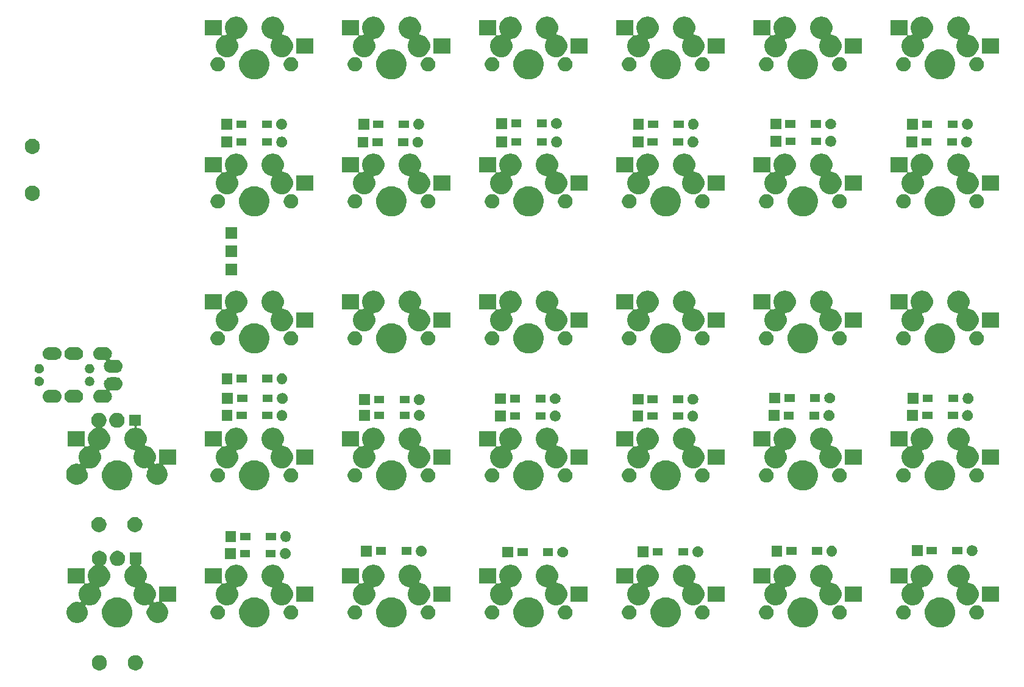
<source format=gbr>
G04 #@! TF.GenerationSoftware,KiCad,Pcbnew,(5.1.6-0-10_14)*
G04 #@! TF.CreationDate,2022-09-23T19:30:47+09:00*
G04 #@! TF.ProjectId,cool664,636f6f6c-3636-4342-9e6b-696361645f70,rev?*
G04 #@! TF.SameCoordinates,Original*
G04 #@! TF.FileFunction,Soldermask,Top*
G04 #@! TF.FilePolarity,Negative*
%FSLAX46Y46*%
G04 Gerber Fmt 4.6, Leading zero omitted, Abs format (unit mm)*
G04 Created by KiCad (PCBNEW (5.1.6-0-10_14)) date 2022-09-23 19:30:47*
%MOMM*%
%LPD*%
G01*
G04 APERTURE LIST*
%ADD10C,0.100000*%
G04 APERTURE END LIST*
D10*
G36*
X126366564Y-183119389D02*
G01*
X126557833Y-183198615D01*
X126557835Y-183198616D01*
X126729973Y-183313635D01*
X126876365Y-183460027D01*
X126991385Y-183632167D01*
X127070611Y-183823436D01*
X127111000Y-184026484D01*
X127111000Y-184233516D01*
X127070611Y-184436564D01*
X126991385Y-184627833D01*
X126991384Y-184627835D01*
X126876365Y-184799973D01*
X126729973Y-184946365D01*
X126557835Y-185061384D01*
X126557834Y-185061385D01*
X126557833Y-185061385D01*
X126366564Y-185140611D01*
X126163516Y-185181000D01*
X125956484Y-185181000D01*
X125753436Y-185140611D01*
X125562167Y-185061385D01*
X125562166Y-185061385D01*
X125562165Y-185061384D01*
X125390027Y-184946365D01*
X125243635Y-184799973D01*
X125128616Y-184627835D01*
X125128615Y-184627833D01*
X125049389Y-184436564D01*
X125009000Y-184233516D01*
X125009000Y-184026484D01*
X125049389Y-183823436D01*
X125128615Y-183632167D01*
X125243635Y-183460027D01*
X125390027Y-183313635D01*
X125562165Y-183198616D01*
X125562167Y-183198615D01*
X125753436Y-183119389D01*
X125956484Y-183079000D01*
X126163516Y-183079000D01*
X126366564Y-183119389D01*
G37*
G36*
X121366564Y-183119389D02*
G01*
X121557833Y-183198615D01*
X121557835Y-183198616D01*
X121729973Y-183313635D01*
X121876365Y-183460027D01*
X121991385Y-183632167D01*
X122070611Y-183823436D01*
X122111000Y-184026484D01*
X122111000Y-184233516D01*
X122070611Y-184436564D01*
X121991385Y-184627833D01*
X121991384Y-184627835D01*
X121876365Y-184799973D01*
X121729973Y-184946365D01*
X121557835Y-185061384D01*
X121557834Y-185061385D01*
X121557833Y-185061385D01*
X121366564Y-185140611D01*
X121163516Y-185181000D01*
X120956484Y-185181000D01*
X120753436Y-185140611D01*
X120562167Y-185061385D01*
X120562166Y-185061385D01*
X120562165Y-185061384D01*
X120390027Y-184946365D01*
X120243635Y-184799973D01*
X120128616Y-184627835D01*
X120128615Y-184627833D01*
X120049389Y-184436564D01*
X120009000Y-184233516D01*
X120009000Y-184026484D01*
X120049389Y-183823436D01*
X120128615Y-183632167D01*
X120243635Y-183460027D01*
X120390027Y-183313635D01*
X120562165Y-183198616D01*
X120562167Y-183198615D01*
X120753436Y-183119389D01*
X120956484Y-183079000D01*
X121163516Y-183079000D01*
X121366564Y-183119389D01*
G37*
G36*
X200207536Y-175092827D02*
G01*
X200342839Y-175119740D01*
X200725197Y-175278118D01*
X200809839Y-175334674D01*
X201069309Y-175508046D01*
X201361954Y-175800691D01*
X201476138Y-175971580D01*
X201588005Y-176139000D01*
X201591883Y-176144805D01*
X201627652Y-176231160D01*
X201739797Y-176501900D01*
X201750260Y-176527162D01*
X201831000Y-176933068D01*
X201831000Y-177346932D01*
X201789962Y-177553241D01*
X201750260Y-177752839D01*
X201591882Y-178135197D01*
X201361953Y-178479310D01*
X201069310Y-178771953D01*
X200725197Y-179001882D01*
X200342839Y-179160260D01*
X200207536Y-179187173D01*
X199936932Y-179241000D01*
X199523068Y-179241000D01*
X199252464Y-179187173D01*
X199117161Y-179160260D01*
X198734803Y-179001882D01*
X198390690Y-178771953D01*
X198098047Y-178479310D01*
X197868118Y-178135197D01*
X197709740Y-177752839D01*
X197670038Y-177553241D01*
X197629000Y-177346932D01*
X197629000Y-176933068D01*
X197709740Y-176527162D01*
X197720204Y-176501900D01*
X197832348Y-176231160D01*
X197868117Y-176144805D01*
X197871996Y-176139000D01*
X197983862Y-175971580D01*
X198098046Y-175800691D01*
X198390691Y-175508046D01*
X198650161Y-175334674D01*
X198734803Y-175278118D01*
X199117161Y-175119740D01*
X199252464Y-175092827D01*
X199523068Y-175039000D01*
X199936932Y-175039000D01*
X200207536Y-175092827D01*
G37*
G36*
X181157536Y-175092827D02*
G01*
X181292839Y-175119740D01*
X181675197Y-175278118D01*
X181759839Y-175334674D01*
X182019309Y-175508046D01*
X182311954Y-175800691D01*
X182426138Y-175971580D01*
X182538005Y-176139000D01*
X182541883Y-176144805D01*
X182577652Y-176231160D01*
X182689797Y-176501900D01*
X182700260Y-176527162D01*
X182781000Y-176933068D01*
X182781000Y-177346932D01*
X182739962Y-177553241D01*
X182700260Y-177752839D01*
X182541882Y-178135197D01*
X182311953Y-178479310D01*
X182019310Y-178771953D01*
X181675197Y-179001882D01*
X181292839Y-179160260D01*
X181157536Y-179187173D01*
X180886932Y-179241000D01*
X180473068Y-179241000D01*
X180202464Y-179187173D01*
X180067161Y-179160260D01*
X179684803Y-179001882D01*
X179340690Y-178771953D01*
X179048047Y-178479310D01*
X178818118Y-178135197D01*
X178659740Y-177752839D01*
X178620038Y-177553241D01*
X178579000Y-177346932D01*
X178579000Y-176933068D01*
X178659740Y-176527162D01*
X178670204Y-176501900D01*
X178782348Y-176231160D01*
X178818117Y-176144805D01*
X178821996Y-176139000D01*
X178933862Y-175971580D01*
X179048046Y-175800691D01*
X179340691Y-175508046D01*
X179600161Y-175334674D01*
X179684803Y-175278118D01*
X180067161Y-175119740D01*
X180202464Y-175092827D01*
X180473068Y-175039000D01*
X180886932Y-175039000D01*
X181157536Y-175092827D01*
G37*
G36*
X162107536Y-175092827D02*
G01*
X162242839Y-175119740D01*
X162625197Y-175278118D01*
X162709839Y-175334674D01*
X162969309Y-175508046D01*
X163261954Y-175800691D01*
X163376138Y-175971580D01*
X163488005Y-176139000D01*
X163491883Y-176144805D01*
X163527652Y-176231160D01*
X163639797Y-176501900D01*
X163650260Y-176527162D01*
X163731000Y-176933068D01*
X163731000Y-177346932D01*
X163689962Y-177553241D01*
X163650260Y-177752839D01*
X163491882Y-178135197D01*
X163261953Y-178479310D01*
X162969310Y-178771953D01*
X162625197Y-179001882D01*
X162242839Y-179160260D01*
X162107536Y-179187173D01*
X161836932Y-179241000D01*
X161423068Y-179241000D01*
X161152464Y-179187173D01*
X161017161Y-179160260D01*
X160634803Y-179001882D01*
X160290690Y-178771953D01*
X159998047Y-178479310D01*
X159768118Y-178135197D01*
X159609740Y-177752839D01*
X159570038Y-177553241D01*
X159529000Y-177346932D01*
X159529000Y-176933068D01*
X159609740Y-176527162D01*
X159620204Y-176501900D01*
X159732348Y-176231160D01*
X159768117Y-176144805D01*
X159771996Y-176139000D01*
X159883862Y-175971580D01*
X159998046Y-175800691D01*
X160290691Y-175508046D01*
X160550161Y-175334674D01*
X160634803Y-175278118D01*
X161017161Y-175119740D01*
X161152464Y-175092827D01*
X161423068Y-175039000D01*
X161836932Y-175039000D01*
X162107536Y-175092827D01*
G37*
G36*
X143057536Y-175092827D02*
G01*
X143192839Y-175119740D01*
X143575197Y-175278118D01*
X143659839Y-175334674D01*
X143919309Y-175508046D01*
X144211954Y-175800691D01*
X144326138Y-175971580D01*
X144438005Y-176139000D01*
X144441883Y-176144805D01*
X144477652Y-176231160D01*
X144589797Y-176501900D01*
X144600260Y-176527162D01*
X144681000Y-176933068D01*
X144681000Y-177346932D01*
X144639962Y-177553241D01*
X144600260Y-177752839D01*
X144441882Y-178135197D01*
X144211953Y-178479310D01*
X143919310Y-178771953D01*
X143575197Y-179001882D01*
X143192839Y-179160260D01*
X143057536Y-179187173D01*
X142786932Y-179241000D01*
X142373068Y-179241000D01*
X142102464Y-179187173D01*
X141967161Y-179160260D01*
X141584803Y-179001882D01*
X141240690Y-178771953D01*
X140948047Y-178479310D01*
X140718118Y-178135197D01*
X140559740Y-177752839D01*
X140520038Y-177553241D01*
X140479000Y-177346932D01*
X140479000Y-176933068D01*
X140559740Y-176527162D01*
X140570204Y-176501900D01*
X140682348Y-176231160D01*
X140718117Y-176144805D01*
X140721996Y-176139000D01*
X140833862Y-175971580D01*
X140948046Y-175800691D01*
X141240691Y-175508046D01*
X141500161Y-175334674D01*
X141584803Y-175278118D01*
X141967161Y-175119740D01*
X142102464Y-175092827D01*
X142373068Y-175039000D01*
X142786932Y-175039000D01*
X143057536Y-175092827D01*
G37*
G36*
X124007536Y-175092827D02*
G01*
X124142839Y-175119740D01*
X124525197Y-175278118D01*
X124609839Y-175334674D01*
X124869309Y-175508046D01*
X125161954Y-175800691D01*
X125276138Y-175971580D01*
X125388005Y-176139000D01*
X125391883Y-176144805D01*
X125427652Y-176231160D01*
X125539797Y-176501900D01*
X125550260Y-176527162D01*
X125631000Y-176933068D01*
X125631000Y-177346932D01*
X125589962Y-177553241D01*
X125550260Y-177752839D01*
X125391882Y-178135197D01*
X125161953Y-178479310D01*
X124869310Y-178771953D01*
X124525197Y-179001882D01*
X124142839Y-179160260D01*
X124007536Y-179187173D01*
X123736932Y-179241000D01*
X123323068Y-179241000D01*
X123052464Y-179187173D01*
X122917161Y-179160260D01*
X122534803Y-179001882D01*
X122190690Y-178771953D01*
X121898047Y-178479310D01*
X121668118Y-178135197D01*
X121509740Y-177752839D01*
X121470038Y-177553241D01*
X121429000Y-177346932D01*
X121429000Y-176933068D01*
X121509740Y-176527162D01*
X121520204Y-176501900D01*
X121632348Y-176231160D01*
X121668117Y-176144805D01*
X121671996Y-176139000D01*
X121783862Y-175971580D01*
X121898046Y-175800691D01*
X122190691Y-175508046D01*
X122450161Y-175334674D01*
X122534803Y-175278118D01*
X122917161Y-175119740D01*
X123052464Y-175092827D01*
X123323068Y-175039000D01*
X123736932Y-175039000D01*
X124007536Y-175092827D01*
G37*
G36*
X238307536Y-175092827D02*
G01*
X238442839Y-175119740D01*
X238825197Y-175278118D01*
X238909839Y-175334674D01*
X239169309Y-175508046D01*
X239461954Y-175800691D01*
X239576138Y-175971580D01*
X239688005Y-176139000D01*
X239691883Y-176144805D01*
X239727652Y-176231160D01*
X239839797Y-176501900D01*
X239850260Y-176527162D01*
X239931000Y-176933068D01*
X239931000Y-177346932D01*
X239889962Y-177553241D01*
X239850260Y-177752839D01*
X239691882Y-178135197D01*
X239461953Y-178479310D01*
X239169310Y-178771953D01*
X238825197Y-179001882D01*
X238442839Y-179160260D01*
X238307536Y-179187173D01*
X238036932Y-179241000D01*
X237623068Y-179241000D01*
X237352464Y-179187173D01*
X237217161Y-179160260D01*
X236834803Y-179001882D01*
X236490690Y-178771953D01*
X236198047Y-178479310D01*
X235968118Y-178135197D01*
X235809740Y-177752839D01*
X235770038Y-177553241D01*
X235729000Y-177346932D01*
X235729000Y-176933068D01*
X235809740Y-176527162D01*
X235820204Y-176501900D01*
X235932348Y-176231160D01*
X235968117Y-176144805D01*
X235971996Y-176139000D01*
X236083862Y-175971580D01*
X236198046Y-175800691D01*
X236490691Y-175508046D01*
X236750161Y-175334674D01*
X236834803Y-175278118D01*
X237217161Y-175119740D01*
X237352464Y-175092827D01*
X237623068Y-175039000D01*
X238036932Y-175039000D01*
X238307536Y-175092827D01*
G37*
G36*
X219257536Y-175092827D02*
G01*
X219392839Y-175119740D01*
X219775197Y-175278118D01*
X219859839Y-175334674D01*
X220119309Y-175508046D01*
X220411954Y-175800691D01*
X220526138Y-175971580D01*
X220638005Y-176139000D01*
X220641883Y-176144805D01*
X220677652Y-176231160D01*
X220789797Y-176501900D01*
X220800260Y-176527162D01*
X220881000Y-176933068D01*
X220881000Y-177346932D01*
X220839962Y-177553241D01*
X220800260Y-177752839D01*
X220641882Y-178135197D01*
X220411953Y-178479310D01*
X220119310Y-178771953D01*
X219775197Y-179001882D01*
X219392839Y-179160260D01*
X219257536Y-179187173D01*
X218986932Y-179241000D01*
X218573068Y-179241000D01*
X218302464Y-179187173D01*
X218167161Y-179160260D01*
X217784803Y-179001882D01*
X217440690Y-178771953D01*
X217148047Y-178479310D01*
X216918118Y-178135197D01*
X216759740Y-177752839D01*
X216720038Y-177553241D01*
X216679000Y-177346932D01*
X216679000Y-176933068D01*
X216759740Y-176527162D01*
X216770204Y-176501900D01*
X216882348Y-176231160D01*
X216918117Y-176144805D01*
X216921996Y-176139000D01*
X217033862Y-175971580D01*
X217148046Y-175800691D01*
X217440691Y-175508046D01*
X217700161Y-175334674D01*
X217784803Y-175278118D01*
X218167161Y-175119740D01*
X218302464Y-175092827D01*
X218573068Y-175039000D01*
X218986932Y-175039000D01*
X219257536Y-175092827D01*
G37*
G36*
X121366564Y-168619389D02*
G01*
X121503672Y-168676181D01*
X121557835Y-168698616D01*
X121729973Y-168813635D01*
X121876365Y-168960027D01*
X121987265Y-169126000D01*
X121991385Y-169132167D01*
X122070611Y-169323436D01*
X122111000Y-169526484D01*
X122111000Y-169733516D01*
X122070611Y-169936564D01*
X121991385Y-170127833D01*
X121876365Y-170299973D01*
X121729969Y-170446369D01*
X121701438Y-170465433D01*
X121682496Y-170480978D01*
X121666951Y-170499920D01*
X121655400Y-170521531D01*
X121648287Y-170544980D01*
X121645885Y-170569366D01*
X121648287Y-170593752D01*
X121655400Y-170617201D01*
X121666952Y-170638811D01*
X121682497Y-170657753D01*
X121701439Y-170673298D01*
X121723045Y-170684846D01*
X121724674Y-170685521D01*
X121978705Y-170855259D01*
X122194741Y-171071295D01*
X122364479Y-171325326D01*
X122481396Y-171607590D01*
X122541000Y-171907240D01*
X122541000Y-172212760D01*
X122481396Y-172512410D01*
X122364479Y-172794674D01*
X122194741Y-173048705D01*
X121978705Y-173264741D01*
X121724674Y-173434479D01*
X121442410Y-173551396D01*
X121359338Y-173567920D01*
X121133623Y-173612818D01*
X121110174Y-173619931D01*
X121088563Y-173631482D01*
X121069621Y-173647028D01*
X121054076Y-173665969D01*
X121042525Y-173687580D01*
X121035412Y-173711029D01*
X121033010Y-173735415D01*
X121035412Y-173759801D01*
X121042525Y-173783250D01*
X121054070Y-173804849D01*
X121094479Y-173865326D01*
X121211396Y-174147590D01*
X121271000Y-174447240D01*
X121271000Y-174752760D01*
X121211396Y-175052410D01*
X121094479Y-175334674D01*
X120924741Y-175588705D01*
X120708705Y-175804741D01*
X120454674Y-175974479D01*
X120172410Y-176091396D01*
X120136444Y-176098550D01*
X119872761Y-176151000D01*
X119567239Y-176151000D01*
X119267796Y-176091437D01*
X119243410Y-176089035D01*
X119219024Y-176091437D01*
X119195575Y-176098550D01*
X119173964Y-176110101D01*
X119155022Y-176125646D01*
X119139477Y-176144588D01*
X119127926Y-176166199D01*
X119120813Y-176189648D01*
X119118411Y-176214034D01*
X119120813Y-176238420D01*
X119127926Y-176261869D01*
X119139477Y-176283480D01*
X119245861Y-176442695D01*
X119357741Y-176712797D01*
X119361078Y-176723799D01*
X119412532Y-176848020D01*
X119451000Y-177041409D01*
X119451000Y-177238591D01*
X119412532Y-177431980D01*
X119337075Y-177614150D01*
X119325329Y-177631728D01*
X119313777Y-177653340D01*
X119245861Y-177817305D01*
X119087066Y-178054958D01*
X118884958Y-178257066D01*
X118647305Y-178415861D01*
X118383241Y-178525240D01*
X118102912Y-178581000D01*
X117817088Y-178581000D01*
X117536759Y-178525240D01*
X117272695Y-178415861D01*
X117035042Y-178257066D01*
X116832934Y-178054958D01*
X116674139Y-177817305D01*
X116564760Y-177553241D01*
X116509000Y-177272912D01*
X116509000Y-176987088D01*
X116564760Y-176706759D01*
X116674139Y-176442695D01*
X116832934Y-176205042D01*
X117035042Y-176002934D01*
X117272695Y-175844139D01*
X117536759Y-175734760D01*
X117817088Y-175679000D01*
X118102912Y-175679000D01*
X118352071Y-175728560D01*
X118376457Y-175730962D01*
X118400843Y-175728560D01*
X118424292Y-175721447D01*
X118445903Y-175709896D01*
X118464845Y-175694350D01*
X118480390Y-175675408D01*
X118491941Y-175653798D01*
X118499054Y-175630349D01*
X118501456Y-175605963D01*
X118499054Y-175581577D01*
X118491941Y-175558128D01*
X118480398Y-175536531D01*
X118345521Y-175334674D01*
X118228604Y-175052410D01*
X118169000Y-174752760D01*
X118169000Y-174447240D01*
X118228604Y-174147590D01*
X118345521Y-173865326D01*
X118515259Y-173611295D01*
X118731295Y-173395259D01*
X118873973Y-173299925D01*
X118892906Y-173284387D01*
X118908451Y-173265445D01*
X118920002Y-173243834D01*
X118927115Y-173220385D01*
X118929517Y-173195999D01*
X118927115Y-173171613D01*
X118920002Y-173148164D01*
X118908451Y-173126553D01*
X118892906Y-173107611D01*
X118873964Y-173092066D01*
X118852353Y-173080515D01*
X118828904Y-173073402D01*
X118804518Y-173071000D01*
X116629000Y-173071000D01*
X116629000Y-170969000D01*
X119031000Y-170969000D01*
X119031000Y-173019529D01*
X119033402Y-173043915D01*
X119040515Y-173067364D01*
X119052066Y-173088975D01*
X119067611Y-173107917D01*
X119086553Y-173123462D01*
X119108164Y-173135013D01*
X119131613Y-173142126D01*
X119155999Y-173144528D01*
X119180385Y-173142126D01*
X119203829Y-173135014D01*
X119267590Y-173108604D01*
X119366272Y-173088975D01*
X119576377Y-173047182D01*
X119599826Y-173040069D01*
X119621437Y-173028518D01*
X119640379Y-173012972D01*
X119655924Y-172994031D01*
X119667475Y-172972420D01*
X119674588Y-172948971D01*
X119676990Y-172924585D01*
X119674588Y-172900199D01*
X119667475Y-172876750D01*
X119655930Y-172855151D01*
X119615521Y-172794674D01*
X119498604Y-172512410D01*
X119439000Y-172212760D01*
X119439000Y-171907240D01*
X119498604Y-171607590D01*
X119615521Y-171325326D01*
X119785259Y-171071295D01*
X120001295Y-170855259D01*
X120255326Y-170685521D01*
X120346856Y-170647608D01*
X120368459Y-170636061D01*
X120387401Y-170620516D01*
X120402947Y-170601574D01*
X120414498Y-170579963D01*
X120421611Y-170556514D01*
X120424013Y-170532128D01*
X120421611Y-170507742D01*
X120414498Y-170484293D01*
X120402947Y-170462683D01*
X120387402Y-170443740D01*
X120243635Y-170299973D01*
X120128615Y-170127833D01*
X120049389Y-169936564D01*
X120009000Y-169733516D01*
X120009000Y-169526484D01*
X120049389Y-169323436D01*
X120128615Y-169132167D01*
X120132736Y-169126000D01*
X120243635Y-168960027D01*
X120390027Y-168813635D01*
X120562165Y-168698616D01*
X120616328Y-168676181D01*
X120753436Y-168619389D01*
X120956484Y-168579000D01*
X121163516Y-168579000D01*
X121366564Y-168619389D01*
G37*
G36*
X126861000Y-170431000D02*
G01*
X126818616Y-170431000D01*
X126794230Y-170433402D01*
X126770781Y-170440515D01*
X126749170Y-170452066D01*
X126730228Y-170467611D01*
X126714683Y-170486553D01*
X126703132Y-170508164D01*
X126696019Y-170531613D01*
X126693617Y-170555999D01*
X126696019Y-170580385D01*
X126703132Y-170603834D01*
X126714683Y-170625445D01*
X126730228Y-170644387D01*
X126749170Y-170659932D01*
X126770774Y-170671479D01*
X126804674Y-170685521D01*
X127058705Y-170855259D01*
X127274741Y-171071295D01*
X127444479Y-171325326D01*
X127561396Y-171607590D01*
X127621000Y-171907240D01*
X127621000Y-172212760D01*
X127561396Y-172512410D01*
X127444479Y-172794674D01*
X127444478Y-172794675D01*
X127404077Y-172855140D01*
X127392526Y-172876751D01*
X127385413Y-172900200D01*
X127383011Y-172924586D01*
X127385413Y-172948972D01*
X127392526Y-172972421D01*
X127404078Y-172994031D01*
X127419623Y-173012973D01*
X127438565Y-173028518D01*
X127460176Y-173040069D01*
X127483624Y-173047182D01*
X127492759Y-173048999D01*
X127492760Y-173048999D01*
X127792410Y-173108603D01*
X128074674Y-173225520D01*
X128328705Y-173395258D01*
X128544741Y-173611294D01*
X128714479Y-173865325D01*
X128831396Y-174147589D01*
X128891000Y-174447239D01*
X128891000Y-174752759D01*
X128831396Y-175052409D01*
X128714479Y-175334673D01*
X128565247Y-175558015D01*
X128553700Y-175579618D01*
X128546587Y-175603067D01*
X128544185Y-175627453D01*
X128546587Y-175651839D01*
X128553700Y-175675288D01*
X128565251Y-175696899D01*
X128580796Y-175715841D01*
X128599738Y-175731386D01*
X128621349Y-175742937D01*
X128644798Y-175750050D01*
X128669184Y-175752452D01*
X128693570Y-175750050D01*
X128717020Y-175742937D01*
X128724202Y-175739962D01*
X128736759Y-175734761D01*
X128736760Y-175734761D01*
X128736762Y-175734760D01*
X129017088Y-175679000D01*
X129204001Y-175679000D01*
X129228387Y-175676598D01*
X129251836Y-175669485D01*
X129273447Y-175657934D01*
X129292389Y-175642389D01*
X129307934Y-175623447D01*
X129319485Y-175601836D01*
X129326598Y-175578387D01*
X129329000Y-175554001D01*
X129329000Y-173509000D01*
X131731000Y-173509000D01*
X131731000Y-175611000D01*
X129910455Y-175611000D01*
X129886069Y-175613402D01*
X129862620Y-175620515D01*
X129841009Y-175632066D01*
X129822067Y-175647611D01*
X129806522Y-175666553D01*
X129794971Y-175688164D01*
X129787858Y-175711613D01*
X129785456Y-175735999D01*
X129787858Y-175760385D01*
X129794971Y-175783834D01*
X129806522Y-175805445D01*
X129822067Y-175824387D01*
X129841009Y-175839932D01*
X130084958Y-176002934D01*
X130287066Y-176205042D01*
X130445861Y-176442695D01*
X130555240Y-176706759D01*
X130611000Y-176987088D01*
X130611000Y-177272912D01*
X130555240Y-177553241D01*
X130445861Y-177817305D01*
X130287066Y-178054958D01*
X130084958Y-178257066D01*
X129847305Y-178415861D01*
X129583241Y-178525240D01*
X129302912Y-178581000D01*
X129017088Y-178581000D01*
X128736759Y-178525240D01*
X128472695Y-178415861D01*
X128235042Y-178257066D01*
X128032934Y-178054958D01*
X127885933Y-177834956D01*
X127870393Y-177816020D01*
X127832473Y-177778100D01*
X127722926Y-177614151D01*
X127647468Y-177431981D01*
X127609000Y-177238590D01*
X127609000Y-177041410D01*
X127647468Y-176848019D01*
X127722926Y-176665849D01*
X127832473Y-176501900D01*
X127844161Y-176490212D01*
X127859701Y-176471276D01*
X127871252Y-176449664D01*
X127874138Y-176442696D01*
X128001042Y-176252771D01*
X128012593Y-176231160D01*
X128019706Y-176207711D01*
X128022108Y-176183325D01*
X128019706Y-176158939D01*
X128012593Y-176135490D01*
X128001042Y-176113879D01*
X127985497Y-176094937D01*
X127966555Y-176079392D01*
X127944944Y-176067841D01*
X127921495Y-176060728D01*
X127897109Y-176058326D01*
X127872723Y-176060728D01*
X127849276Y-176067840D01*
X127792410Y-176091395D01*
X127756439Y-176098550D01*
X127492761Y-176150999D01*
X127187239Y-176150999D01*
X126923561Y-176098550D01*
X126887590Y-176091395D01*
X126605326Y-175974478D01*
X126351295Y-175804740D01*
X126135259Y-175588704D01*
X125965521Y-175334673D01*
X125848604Y-175052409D01*
X125789000Y-174752759D01*
X125789000Y-174447239D01*
X125848604Y-174147589D01*
X125965521Y-173865325D01*
X126005923Y-173804859D01*
X126017474Y-173783248D01*
X126024587Y-173759799D01*
X126026989Y-173735413D01*
X126024587Y-173711027D01*
X126017474Y-173687578D01*
X126005922Y-173665968D01*
X125990377Y-173647026D01*
X125971435Y-173631481D01*
X125949824Y-173619930D01*
X125926376Y-173612817D01*
X125917241Y-173611000D01*
X125917240Y-173611000D01*
X125617590Y-173551396D01*
X125335326Y-173434479D01*
X125081295Y-173264741D01*
X124865259Y-173048705D01*
X124695521Y-172794674D01*
X124578604Y-172512410D01*
X124519000Y-172212760D01*
X124519000Y-171907240D01*
X124578604Y-171607590D01*
X124695521Y-171325326D01*
X124865259Y-171071295D01*
X125081295Y-170855259D01*
X125335326Y-170685521D01*
X125369226Y-170671479D01*
X125390829Y-170659932D01*
X125409771Y-170644387D01*
X125425317Y-170625445D01*
X125436868Y-170603834D01*
X125443981Y-170580386D01*
X125446383Y-170555999D01*
X125443981Y-170531613D01*
X125436868Y-170508164D01*
X125425317Y-170486554D01*
X125409772Y-170467612D01*
X125390830Y-170452066D01*
X125369219Y-170440515D01*
X125345771Y-170433402D01*
X125321384Y-170431000D01*
X125259000Y-170431000D01*
X125259000Y-168829000D01*
X126861000Y-168829000D01*
X126861000Y-170431000D01*
G37*
G36*
X185886683Y-176144588D02*
G01*
X186051981Y-176177468D01*
X186234151Y-176252926D01*
X186398100Y-176362473D01*
X186537527Y-176501900D01*
X186647074Y-176665849D01*
X186722532Y-176848019D01*
X186761000Y-177041410D01*
X186761000Y-177238590D01*
X186722532Y-177431981D01*
X186647074Y-177614151D01*
X186537527Y-177778100D01*
X186398100Y-177917527D01*
X186234151Y-178027074D01*
X186051981Y-178102532D01*
X185858591Y-178141000D01*
X185661409Y-178141000D01*
X185564715Y-178121766D01*
X185468019Y-178102532D01*
X185285849Y-178027074D01*
X185121900Y-177917527D01*
X184982473Y-177778100D01*
X184872926Y-177614151D01*
X184797468Y-177431981D01*
X184759000Y-177238590D01*
X184759000Y-177041410D01*
X184797468Y-176848019D01*
X184872926Y-176665849D01*
X184982473Y-176501900D01*
X185121900Y-176362473D01*
X185285849Y-176252926D01*
X185468019Y-176177468D01*
X185633317Y-176144588D01*
X185661409Y-176139000D01*
X185858591Y-176139000D01*
X185886683Y-176144588D01*
G37*
G36*
X175726683Y-176144588D02*
G01*
X175891981Y-176177468D01*
X176074151Y-176252926D01*
X176238100Y-176362473D01*
X176377527Y-176501900D01*
X176487074Y-176665849D01*
X176562532Y-176848019D01*
X176601000Y-177041410D01*
X176601000Y-177238590D01*
X176562532Y-177431981D01*
X176487074Y-177614151D01*
X176377527Y-177778100D01*
X176238100Y-177917527D01*
X176074151Y-178027074D01*
X175891981Y-178102532D01*
X175795285Y-178121766D01*
X175698591Y-178141000D01*
X175501409Y-178141000D01*
X175404715Y-178121766D01*
X175308019Y-178102532D01*
X175125849Y-178027074D01*
X174961900Y-177917527D01*
X174822473Y-177778100D01*
X174712926Y-177614151D01*
X174637468Y-177431981D01*
X174599000Y-177238590D01*
X174599000Y-177041410D01*
X174637468Y-176848019D01*
X174712926Y-176665849D01*
X174822473Y-176501900D01*
X174961900Y-176362473D01*
X175125849Y-176252926D01*
X175308019Y-176177468D01*
X175473317Y-176144588D01*
X175501409Y-176139000D01*
X175698591Y-176139000D01*
X175726683Y-176144588D01*
G37*
G36*
X166836683Y-176144588D02*
G01*
X167001981Y-176177468D01*
X167184151Y-176252926D01*
X167348100Y-176362473D01*
X167487527Y-176501900D01*
X167597074Y-176665849D01*
X167672532Y-176848019D01*
X167711000Y-177041410D01*
X167711000Y-177238590D01*
X167672532Y-177431981D01*
X167597074Y-177614151D01*
X167487527Y-177778100D01*
X167348100Y-177917527D01*
X167184151Y-178027074D01*
X167001981Y-178102532D01*
X166905285Y-178121766D01*
X166808591Y-178141000D01*
X166611409Y-178141000D01*
X166514715Y-178121766D01*
X166418019Y-178102532D01*
X166235849Y-178027074D01*
X166071900Y-177917527D01*
X165932473Y-177778100D01*
X165822926Y-177614151D01*
X165747468Y-177431981D01*
X165709000Y-177238590D01*
X165709000Y-177041410D01*
X165747468Y-176848019D01*
X165822926Y-176665849D01*
X165932473Y-176501900D01*
X166071900Y-176362473D01*
X166235849Y-176252926D01*
X166418019Y-176177468D01*
X166583317Y-176144588D01*
X166611409Y-176139000D01*
X166808591Y-176139000D01*
X166836683Y-176144588D01*
G37*
G36*
X156676683Y-176144588D02*
G01*
X156841981Y-176177468D01*
X157024151Y-176252926D01*
X157188100Y-176362473D01*
X157327527Y-176501900D01*
X157437074Y-176665849D01*
X157512532Y-176848019D01*
X157551000Y-177041410D01*
X157551000Y-177238590D01*
X157512532Y-177431981D01*
X157437074Y-177614151D01*
X157327527Y-177778100D01*
X157188100Y-177917527D01*
X157024151Y-178027074D01*
X156841981Y-178102532D01*
X156745285Y-178121766D01*
X156648591Y-178141000D01*
X156451409Y-178141000D01*
X156354715Y-178121766D01*
X156258019Y-178102532D01*
X156075849Y-178027074D01*
X155911900Y-177917527D01*
X155772473Y-177778100D01*
X155662926Y-177614151D01*
X155587468Y-177431981D01*
X155549000Y-177238590D01*
X155549000Y-177041410D01*
X155587468Y-176848019D01*
X155662926Y-176665849D01*
X155772473Y-176501900D01*
X155911900Y-176362473D01*
X156075849Y-176252926D01*
X156258019Y-176177468D01*
X156423317Y-176144588D01*
X156451409Y-176139000D01*
X156648591Y-176139000D01*
X156676683Y-176144588D01*
G37*
G36*
X147786683Y-176144588D02*
G01*
X147951981Y-176177468D01*
X148134151Y-176252926D01*
X148298100Y-176362473D01*
X148437527Y-176501900D01*
X148547074Y-176665849D01*
X148622532Y-176848019D01*
X148661000Y-177041410D01*
X148661000Y-177238590D01*
X148622532Y-177431981D01*
X148547074Y-177614151D01*
X148437527Y-177778100D01*
X148298100Y-177917527D01*
X148134151Y-178027074D01*
X147951981Y-178102532D01*
X147855285Y-178121766D01*
X147758591Y-178141000D01*
X147561409Y-178141000D01*
X147464715Y-178121766D01*
X147368019Y-178102532D01*
X147185849Y-178027074D01*
X147021900Y-177917527D01*
X146882473Y-177778100D01*
X146772926Y-177614151D01*
X146697468Y-177431981D01*
X146659000Y-177238590D01*
X146659000Y-177041410D01*
X146697468Y-176848019D01*
X146772926Y-176665849D01*
X146882473Y-176501900D01*
X147021900Y-176362473D01*
X147185849Y-176252926D01*
X147368019Y-176177468D01*
X147533317Y-176144588D01*
X147561409Y-176139000D01*
X147758591Y-176139000D01*
X147786683Y-176144588D01*
G37*
G36*
X137626683Y-176144588D02*
G01*
X137791981Y-176177468D01*
X137974151Y-176252926D01*
X138138100Y-176362473D01*
X138277527Y-176501900D01*
X138387074Y-176665849D01*
X138462532Y-176848019D01*
X138501000Y-177041410D01*
X138501000Y-177238590D01*
X138462532Y-177431981D01*
X138387074Y-177614151D01*
X138277527Y-177778100D01*
X138138100Y-177917527D01*
X137974151Y-178027074D01*
X137791981Y-178102532D01*
X137695285Y-178121766D01*
X137598591Y-178141000D01*
X137401409Y-178141000D01*
X137304715Y-178121766D01*
X137208019Y-178102532D01*
X137025849Y-178027074D01*
X136861900Y-177917527D01*
X136722473Y-177778100D01*
X136612926Y-177614151D01*
X136537468Y-177431981D01*
X136499000Y-177238590D01*
X136499000Y-177041410D01*
X136537468Y-176848019D01*
X136612926Y-176665849D01*
X136722473Y-176501900D01*
X136861900Y-176362473D01*
X137025849Y-176252926D01*
X137208019Y-176177468D01*
X137373317Y-176144588D01*
X137401409Y-176139000D01*
X137598591Y-176139000D01*
X137626683Y-176144588D01*
G37*
G36*
X194776683Y-176144588D02*
G01*
X194941981Y-176177468D01*
X195124151Y-176252926D01*
X195288100Y-176362473D01*
X195427527Y-176501900D01*
X195537074Y-176665849D01*
X195612532Y-176848019D01*
X195651000Y-177041410D01*
X195651000Y-177238590D01*
X195612532Y-177431981D01*
X195537074Y-177614151D01*
X195427527Y-177778100D01*
X195288100Y-177917527D01*
X195124151Y-178027074D01*
X194941981Y-178102532D01*
X194748591Y-178141000D01*
X194551409Y-178141000D01*
X194454715Y-178121766D01*
X194358019Y-178102532D01*
X194175849Y-178027074D01*
X194011900Y-177917527D01*
X193872473Y-177778100D01*
X193762926Y-177614151D01*
X193687468Y-177431981D01*
X193649000Y-177238590D01*
X193649000Y-177041410D01*
X193687468Y-176848019D01*
X193762926Y-176665849D01*
X193872473Y-176501900D01*
X194011900Y-176362473D01*
X194175849Y-176252926D01*
X194358019Y-176177468D01*
X194523317Y-176144588D01*
X194551409Y-176139000D01*
X194748591Y-176139000D01*
X194776683Y-176144588D01*
G37*
G36*
X204936683Y-176144588D02*
G01*
X205101981Y-176177468D01*
X205284151Y-176252926D01*
X205448100Y-176362473D01*
X205587527Y-176501900D01*
X205697074Y-176665849D01*
X205772532Y-176848019D01*
X205811000Y-177041410D01*
X205811000Y-177238590D01*
X205772532Y-177431981D01*
X205697074Y-177614151D01*
X205587527Y-177778100D01*
X205448100Y-177917527D01*
X205284151Y-178027074D01*
X205101981Y-178102532D01*
X204908591Y-178141000D01*
X204711409Y-178141000D01*
X204614715Y-178121766D01*
X204518019Y-178102532D01*
X204335849Y-178027074D01*
X204171900Y-177917527D01*
X204032473Y-177778100D01*
X203922926Y-177614151D01*
X203847468Y-177431981D01*
X203809000Y-177238590D01*
X203809000Y-177041410D01*
X203847468Y-176848019D01*
X203922926Y-176665849D01*
X204032473Y-176501900D01*
X204171900Y-176362473D01*
X204335849Y-176252926D01*
X204518019Y-176177468D01*
X204683317Y-176144588D01*
X204711409Y-176139000D01*
X204908591Y-176139000D01*
X204936683Y-176144588D01*
G37*
G36*
X243036683Y-176144588D02*
G01*
X243201981Y-176177468D01*
X243384151Y-176252926D01*
X243548100Y-176362473D01*
X243687527Y-176501900D01*
X243797074Y-176665849D01*
X243872532Y-176848019D01*
X243911000Y-177041410D01*
X243911000Y-177238590D01*
X243872532Y-177431981D01*
X243797074Y-177614151D01*
X243687527Y-177778100D01*
X243548100Y-177917527D01*
X243384151Y-178027074D01*
X243201981Y-178102532D01*
X243008591Y-178141000D01*
X242811409Y-178141000D01*
X242714715Y-178121766D01*
X242618019Y-178102532D01*
X242435849Y-178027074D01*
X242271900Y-177917527D01*
X242132473Y-177778100D01*
X242022926Y-177614151D01*
X241947468Y-177431981D01*
X241909000Y-177238590D01*
X241909000Y-177041410D01*
X241947468Y-176848019D01*
X242022926Y-176665849D01*
X242132473Y-176501900D01*
X242271900Y-176362473D01*
X242435849Y-176252926D01*
X242618019Y-176177468D01*
X242783317Y-176144588D01*
X242811409Y-176139000D01*
X243008591Y-176139000D01*
X243036683Y-176144588D01*
G37*
G36*
X213826683Y-176144588D02*
G01*
X213991981Y-176177468D01*
X214174151Y-176252926D01*
X214338100Y-176362473D01*
X214477527Y-176501900D01*
X214587074Y-176665849D01*
X214662532Y-176848019D01*
X214701000Y-177041410D01*
X214701000Y-177238590D01*
X214662532Y-177431981D01*
X214587074Y-177614151D01*
X214477527Y-177778100D01*
X214338100Y-177917527D01*
X214174151Y-178027074D01*
X213991981Y-178102532D01*
X213798591Y-178141000D01*
X213601409Y-178141000D01*
X213504715Y-178121766D01*
X213408019Y-178102532D01*
X213225849Y-178027074D01*
X213061900Y-177917527D01*
X212922473Y-177778100D01*
X212812926Y-177614151D01*
X212737468Y-177431981D01*
X212699000Y-177238590D01*
X212699000Y-177041410D01*
X212737468Y-176848019D01*
X212812926Y-176665849D01*
X212922473Y-176501900D01*
X213061900Y-176362473D01*
X213225849Y-176252926D01*
X213408019Y-176177468D01*
X213573317Y-176144588D01*
X213601409Y-176139000D01*
X213798591Y-176139000D01*
X213826683Y-176144588D01*
G37*
G36*
X232876683Y-176144588D02*
G01*
X233041981Y-176177468D01*
X233224151Y-176252926D01*
X233388100Y-176362473D01*
X233527527Y-176501900D01*
X233637074Y-176665849D01*
X233712532Y-176848019D01*
X233751000Y-177041410D01*
X233751000Y-177238590D01*
X233712532Y-177431981D01*
X233637074Y-177614151D01*
X233527527Y-177778100D01*
X233388100Y-177917527D01*
X233224151Y-178027074D01*
X233041981Y-178102532D01*
X232848591Y-178141000D01*
X232651409Y-178141000D01*
X232554715Y-178121766D01*
X232458019Y-178102532D01*
X232275849Y-178027074D01*
X232111900Y-177917527D01*
X231972473Y-177778100D01*
X231862926Y-177614151D01*
X231787468Y-177431981D01*
X231749000Y-177238590D01*
X231749000Y-177041410D01*
X231787468Y-176848019D01*
X231862926Y-176665849D01*
X231972473Y-176501900D01*
X232111900Y-176362473D01*
X232275849Y-176252926D01*
X232458019Y-176177468D01*
X232623317Y-176144588D01*
X232651409Y-176139000D01*
X232848591Y-176139000D01*
X232876683Y-176144588D01*
G37*
G36*
X223986683Y-176144588D02*
G01*
X224151981Y-176177468D01*
X224334151Y-176252926D01*
X224498100Y-176362473D01*
X224637527Y-176501900D01*
X224747074Y-176665849D01*
X224822532Y-176848019D01*
X224861000Y-177041410D01*
X224861000Y-177238590D01*
X224822532Y-177431981D01*
X224747074Y-177614151D01*
X224637527Y-177778100D01*
X224498100Y-177917527D01*
X224334151Y-178027074D01*
X224151981Y-178102532D01*
X223958591Y-178141000D01*
X223761409Y-178141000D01*
X223664715Y-178121766D01*
X223568019Y-178102532D01*
X223385849Y-178027074D01*
X223221900Y-177917527D01*
X223082473Y-177778100D01*
X222972926Y-177614151D01*
X222897468Y-177431981D01*
X222859000Y-177238590D01*
X222859000Y-177041410D01*
X222897468Y-176848019D01*
X222972926Y-176665849D01*
X223082473Y-176501900D01*
X223221900Y-176362473D01*
X223385849Y-176252926D01*
X223568019Y-176177468D01*
X223733317Y-176144588D01*
X223761409Y-176139000D01*
X223958591Y-176139000D01*
X223986683Y-176144588D01*
G37*
G36*
X216542585Y-170538802D02*
G01*
X216692410Y-170568604D01*
X216974674Y-170685521D01*
X217228705Y-170855259D01*
X217444741Y-171071295D01*
X217614479Y-171325326D01*
X217731396Y-171607590D01*
X217791000Y-171907240D01*
X217791000Y-172212760D01*
X217731396Y-172512410D01*
X217614479Y-172794674D01*
X217444741Y-173048705D01*
X217228705Y-173264741D01*
X216974674Y-173434479D01*
X216692410Y-173551396D01*
X216609338Y-173567920D01*
X216383623Y-173612818D01*
X216360174Y-173619931D01*
X216338563Y-173631482D01*
X216319621Y-173647028D01*
X216304076Y-173665969D01*
X216292525Y-173687580D01*
X216285412Y-173711029D01*
X216283010Y-173735415D01*
X216285412Y-173759801D01*
X216292525Y-173783250D01*
X216304070Y-173804849D01*
X216344479Y-173865326D01*
X216461396Y-174147590D01*
X216521000Y-174447240D01*
X216521000Y-174752760D01*
X216461396Y-175052410D01*
X216344479Y-175334674D01*
X216174741Y-175588705D01*
X215958705Y-175804741D01*
X215704674Y-175974479D01*
X215422410Y-176091396D01*
X215386444Y-176098550D01*
X215122761Y-176151000D01*
X214817239Y-176151000D01*
X214553556Y-176098550D01*
X214517590Y-176091396D01*
X214235326Y-175974479D01*
X213981295Y-175804741D01*
X213765259Y-175588705D01*
X213595521Y-175334674D01*
X213478604Y-175052410D01*
X213419000Y-174752760D01*
X213419000Y-174447240D01*
X213478604Y-174147590D01*
X213595521Y-173865326D01*
X213765259Y-173611295D01*
X213981295Y-173395259D01*
X214123973Y-173299925D01*
X214142906Y-173284387D01*
X214158451Y-173265445D01*
X214170002Y-173243834D01*
X214177115Y-173220385D01*
X214179517Y-173195999D01*
X214177115Y-173171613D01*
X214170002Y-173148164D01*
X214158451Y-173126553D01*
X214142906Y-173107611D01*
X214123964Y-173092066D01*
X214102353Y-173080515D01*
X214078904Y-173073402D01*
X214054518Y-173071000D01*
X211879000Y-173071000D01*
X211879000Y-170969000D01*
X214281000Y-170969000D01*
X214281000Y-173019529D01*
X214283402Y-173043915D01*
X214290515Y-173067364D01*
X214302066Y-173088975D01*
X214317611Y-173107917D01*
X214336553Y-173123462D01*
X214358164Y-173135013D01*
X214381613Y-173142126D01*
X214405999Y-173144528D01*
X214430385Y-173142126D01*
X214453829Y-173135014D01*
X214517590Y-173108604D01*
X214616272Y-173088975D01*
X214826377Y-173047182D01*
X214849826Y-173040069D01*
X214871437Y-173028518D01*
X214890379Y-173012972D01*
X214905924Y-172994031D01*
X214917475Y-172972420D01*
X214924588Y-172948971D01*
X214926990Y-172924585D01*
X214924588Y-172900199D01*
X214917475Y-172876750D01*
X214905930Y-172855151D01*
X214865521Y-172794674D01*
X214748604Y-172512410D01*
X214689000Y-172212760D01*
X214689000Y-171907240D01*
X214748604Y-171607590D01*
X214865521Y-171325326D01*
X215035259Y-171071295D01*
X215251295Y-170855259D01*
X215505326Y-170685521D01*
X215787590Y-170568604D01*
X215937415Y-170538802D01*
X216087239Y-170509000D01*
X216392761Y-170509000D01*
X216542585Y-170538802D01*
G37*
G36*
X235592585Y-170538802D02*
G01*
X235742410Y-170568604D01*
X236024674Y-170685521D01*
X236278705Y-170855259D01*
X236494741Y-171071295D01*
X236664479Y-171325326D01*
X236781396Y-171607590D01*
X236841000Y-171907240D01*
X236841000Y-172212760D01*
X236781396Y-172512410D01*
X236664479Y-172794674D01*
X236494741Y-173048705D01*
X236278705Y-173264741D01*
X236024674Y-173434479D01*
X235742410Y-173551396D01*
X235659338Y-173567920D01*
X235433623Y-173612818D01*
X235410174Y-173619931D01*
X235388563Y-173631482D01*
X235369621Y-173647028D01*
X235354076Y-173665969D01*
X235342525Y-173687580D01*
X235335412Y-173711029D01*
X235333010Y-173735415D01*
X235335412Y-173759801D01*
X235342525Y-173783250D01*
X235354070Y-173804849D01*
X235394479Y-173865326D01*
X235511396Y-174147590D01*
X235571000Y-174447240D01*
X235571000Y-174752760D01*
X235511396Y-175052410D01*
X235394479Y-175334674D01*
X235224741Y-175588705D01*
X235008705Y-175804741D01*
X234754674Y-175974479D01*
X234472410Y-176091396D01*
X234436444Y-176098550D01*
X234172761Y-176151000D01*
X233867239Y-176151000D01*
X233603556Y-176098550D01*
X233567590Y-176091396D01*
X233285326Y-175974479D01*
X233031295Y-175804741D01*
X232815259Y-175588705D01*
X232645521Y-175334674D01*
X232528604Y-175052410D01*
X232469000Y-174752760D01*
X232469000Y-174447240D01*
X232528604Y-174147590D01*
X232645521Y-173865326D01*
X232815259Y-173611295D01*
X233031295Y-173395259D01*
X233173973Y-173299925D01*
X233192906Y-173284387D01*
X233208451Y-173265445D01*
X233220002Y-173243834D01*
X233227115Y-173220385D01*
X233229517Y-173195999D01*
X233227115Y-173171613D01*
X233220002Y-173148164D01*
X233208451Y-173126553D01*
X233192906Y-173107611D01*
X233173964Y-173092066D01*
X233152353Y-173080515D01*
X233128904Y-173073402D01*
X233104518Y-173071000D01*
X230929000Y-173071000D01*
X230929000Y-170969000D01*
X233331000Y-170969000D01*
X233331000Y-173019529D01*
X233333402Y-173043915D01*
X233340515Y-173067364D01*
X233352066Y-173088975D01*
X233367611Y-173107917D01*
X233386553Y-173123462D01*
X233408164Y-173135013D01*
X233431613Y-173142126D01*
X233455999Y-173144528D01*
X233480385Y-173142126D01*
X233503829Y-173135014D01*
X233567590Y-173108604D01*
X233666272Y-173088975D01*
X233876377Y-173047182D01*
X233899826Y-173040069D01*
X233921437Y-173028518D01*
X233940379Y-173012972D01*
X233955924Y-172994031D01*
X233967475Y-172972420D01*
X233974588Y-172948971D01*
X233976990Y-172924585D01*
X233974588Y-172900199D01*
X233967475Y-172876750D01*
X233955930Y-172855151D01*
X233915521Y-172794674D01*
X233798604Y-172512410D01*
X233739000Y-172212760D01*
X233739000Y-171907240D01*
X233798604Y-171607590D01*
X233915521Y-171325326D01*
X234085259Y-171071295D01*
X234301295Y-170855259D01*
X234555326Y-170685521D01*
X234837590Y-170568604D01*
X234987415Y-170538802D01*
X235137239Y-170509000D01*
X235442761Y-170509000D01*
X235592585Y-170538802D01*
G37*
G36*
X159392585Y-170538802D02*
G01*
X159542410Y-170568604D01*
X159824674Y-170685521D01*
X160078705Y-170855259D01*
X160294741Y-171071295D01*
X160464479Y-171325326D01*
X160581396Y-171607590D01*
X160641000Y-171907240D01*
X160641000Y-172212760D01*
X160581396Y-172512410D01*
X160464479Y-172794674D01*
X160294741Y-173048705D01*
X160078705Y-173264741D01*
X159824674Y-173434479D01*
X159542410Y-173551396D01*
X159459338Y-173567920D01*
X159233623Y-173612818D01*
X159210174Y-173619931D01*
X159188563Y-173631482D01*
X159169621Y-173647028D01*
X159154076Y-173665969D01*
X159142525Y-173687580D01*
X159135412Y-173711029D01*
X159133010Y-173735415D01*
X159135412Y-173759801D01*
X159142525Y-173783250D01*
X159154070Y-173804849D01*
X159194479Y-173865326D01*
X159311396Y-174147590D01*
X159371000Y-174447240D01*
X159371000Y-174752760D01*
X159311396Y-175052410D01*
X159194479Y-175334674D01*
X159024741Y-175588705D01*
X158808705Y-175804741D01*
X158554674Y-175974479D01*
X158272410Y-176091396D01*
X158236444Y-176098550D01*
X157972761Y-176151000D01*
X157667239Y-176151000D01*
X157403556Y-176098550D01*
X157367590Y-176091396D01*
X157085326Y-175974479D01*
X156831295Y-175804741D01*
X156615259Y-175588705D01*
X156445521Y-175334674D01*
X156328604Y-175052410D01*
X156269000Y-174752760D01*
X156269000Y-174447240D01*
X156328604Y-174147590D01*
X156445521Y-173865326D01*
X156615259Y-173611295D01*
X156831295Y-173395259D01*
X156973973Y-173299925D01*
X156992906Y-173284387D01*
X157008451Y-173265445D01*
X157020002Y-173243834D01*
X157027115Y-173220385D01*
X157029517Y-173195999D01*
X157027115Y-173171613D01*
X157020002Y-173148164D01*
X157008451Y-173126553D01*
X156992906Y-173107611D01*
X156973964Y-173092066D01*
X156952353Y-173080515D01*
X156928904Y-173073402D01*
X156904518Y-173071000D01*
X154729000Y-173071000D01*
X154729000Y-170969000D01*
X157131000Y-170969000D01*
X157131000Y-173019529D01*
X157133402Y-173043915D01*
X157140515Y-173067364D01*
X157152066Y-173088975D01*
X157167611Y-173107917D01*
X157186553Y-173123462D01*
X157208164Y-173135013D01*
X157231613Y-173142126D01*
X157255999Y-173144528D01*
X157280385Y-173142126D01*
X157303829Y-173135014D01*
X157367590Y-173108604D01*
X157466272Y-173088975D01*
X157676377Y-173047182D01*
X157699826Y-173040069D01*
X157721437Y-173028518D01*
X157740379Y-173012972D01*
X157755924Y-172994031D01*
X157767475Y-172972420D01*
X157774588Y-172948971D01*
X157776990Y-172924585D01*
X157774588Y-172900199D01*
X157767475Y-172876750D01*
X157755930Y-172855151D01*
X157715521Y-172794674D01*
X157598604Y-172512410D01*
X157539000Y-172212760D01*
X157539000Y-171907240D01*
X157598604Y-171607590D01*
X157715521Y-171325326D01*
X157885259Y-171071295D01*
X158101295Y-170855259D01*
X158355326Y-170685521D01*
X158637590Y-170568604D01*
X158787415Y-170538802D01*
X158937239Y-170509000D01*
X159242761Y-170509000D01*
X159392585Y-170538802D01*
G37*
G36*
X140342585Y-170538802D02*
G01*
X140492410Y-170568604D01*
X140774674Y-170685521D01*
X141028705Y-170855259D01*
X141244741Y-171071295D01*
X141414479Y-171325326D01*
X141531396Y-171607590D01*
X141591000Y-171907240D01*
X141591000Y-172212760D01*
X141531396Y-172512410D01*
X141414479Y-172794674D01*
X141244741Y-173048705D01*
X141028705Y-173264741D01*
X140774674Y-173434479D01*
X140492410Y-173551396D01*
X140409338Y-173567920D01*
X140183623Y-173612818D01*
X140160174Y-173619931D01*
X140138563Y-173631482D01*
X140119621Y-173647028D01*
X140104076Y-173665969D01*
X140092525Y-173687580D01*
X140085412Y-173711029D01*
X140083010Y-173735415D01*
X140085412Y-173759801D01*
X140092525Y-173783250D01*
X140104070Y-173804849D01*
X140144479Y-173865326D01*
X140261396Y-174147590D01*
X140321000Y-174447240D01*
X140321000Y-174752760D01*
X140261396Y-175052410D01*
X140144479Y-175334674D01*
X139974741Y-175588705D01*
X139758705Y-175804741D01*
X139504674Y-175974479D01*
X139222410Y-176091396D01*
X139186444Y-176098550D01*
X138922761Y-176151000D01*
X138617239Y-176151000D01*
X138353556Y-176098550D01*
X138317590Y-176091396D01*
X138035326Y-175974479D01*
X137781295Y-175804741D01*
X137565259Y-175588705D01*
X137395521Y-175334674D01*
X137278604Y-175052410D01*
X137219000Y-174752760D01*
X137219000Y-174447240D01*
X137278604Y-174147590D01*
X137395521Y-173865326D01*
X137565259Y-173611295D01*
X137781295Y-173395259D01*
X137923973Y-173299925D01*
X137942906Y-173284387D01*
X137958451Y-173265445D01*
X137970002Y-173243834D01*
X137977115Y-173220385D01*
X137979517Y-173195999D01*
X137977115Y-173171613D01*
X137970002Y-173148164D01*
X137958451Y-173126553D01*
X137942906Y-173107611D01*
X137923964Y-173092066D01*
X137902353Y-173080515D01*
X137878904Y-173073402D01*
X137854518Y-173071000D01*
X135679000Y-173071000D01*
X135679000Y-170969000D01*
X138081000Y-170969000D01*
X138081000Y-173019529D01*
X138083402Y-173043915D01*
X138090515Y-173067364D01*
X138102066Y-173088975D01*
X138117611Y-173107917D01*
X138136553Y-173123462D01*
X138158164Y-173135013D01*
X138181613Y-173142126D01*
X138205999Y-173144528D01*
X138230385Y-173142126D01*
X138253829Y-173135014D01*
X138317590Y-173108604D01*
X138416272Y-173088975D01*
X138626377Y-173047182D01*
X138649826Y-173040069D01*
X138671437Y-173028518D01*
X138690379Y-173012972D01*
X138705924Y-172994031D01*
X138717475Y-172972420D01*
X138724588Y-172948971D01*
X138726990Y-172924585D01*
X138724588Y-172900199D01*
X138717475Y-172876750D01*
X138705930Y-172855151D01*
X138665521Y-172794674D01*
X138548604Y-172512410D01*
X138489000Y-172212760D01*
X138489000Y-171907240D01*
X138548604Y-171607590D01*
X138665521Y-171325326D01*
X138835259Y-171071295D01*
X139051295Y-170855259D01*
X139305326Y-170685521D01*
X139587590Y-170568604D01*
X139737415Y-170538802D01*
X139887239Y-170509000D01*
X140192761Y-170509000D01*
X140342585Y-170538802D01*
G37*
G36*
X197492585Y-170538802D02*
G01*
X197642410Y-170568604D01*
X197924674Y-170685521D01*
X198178705Y-170855259D01*
X198394741Y-171071295D01*
X198564479Y-171325326D01*
X198681396Y-171607590D01*
X198741000Y-171907240D01*
X198741000Y-172212760D01*
X198681396Y-172512410D01*
X198564479Y-172794674D01*
X198394741Y-173048705D01*
X198178705Y-173264741D01*
X197924674Y-173434479D01*
X197642410Y-173551396D01*
X197559338Y-173567920D01*
X197333623Y-173612818D01*
X197310174Y-173619931D01*
X197288563Y-173631482D01*
X197269621Y-173647028D01*
X197254076Y-173665969D01*
X197242525Y-173687580D01*
X197235412Y-173711029D01*
X197233010Y-173735415D01*
X197235412Y-173759801D01*
X197242525Y-173783250D01*
X197254070Y-173804849D01*
X197294479Y-173865326D01*
X197411396Y-174147590D01*
X197471000Y-174447240D01*
X197471000Y-174752760D01*
X197411396Y-175052410D01*
X197294479Y-175334674D01*
X197124741Y-175588705D01*
X196908705Y-175804741D01*
X196654674Y-175974479D01*
X196372410Y-176091396D01*
X196336444Y-176098550D01*
X196072761Y-176151000D01*
X195767239Y-176151000D01*
X195503556Y-176098550D01*
X195467590Y-176091396D01*
X195185326Y-175974479D01*
X194931295Y-175804741D01*
X194715259Y-175588705D01*
X194545521Y-175334674D01*
X194428604Y-175052410D01*
X194369000Y-174752760D01*
X194369000Y-174447240D01*
X194428604Y-174147590D01*
X194545521Y-173865326D01*
X194715259Y-173611295D01*
X194931295Y-173395259D01*
X195073973Y-173299925D01*
X195092906Y-173284387D01*
X195108451Y-173265445D01*
X195120002Y-173243834D01*
X195127115Y-173220385D01*
X195129517Y-173195999D01*
X195127115Y-173171613D01*
X195120002Y-173148164D01*
X195108451Y-173126553D01*
X195092906Y-173107611D01*
X195073964Y-173092066D01*
X195052353Y-173080515D01*
X195028904Y-173073402D01*
X195004518Y-173071000D01*
X192829000Y-173071000D01*
X192829000Y-170969000D01*
X195231000Y-170969000D01*
X195231000Y-173019529D01*
X195233402Y-173043915D01*
X195240515Y-173067364D01*
X195252066Y-173088975D01*
X195267611Y-173107917D01*
X195286553Y-173123462D01*
X195308164Y-173135013D01*
X195331613Y-173142126D01*
X195355999Y-173144528D01*
X195380385Y-173142126D01*
X195403829Y-173135014D01*
X195467590Y-173108604D01*
X195566272Y-173088975D01*
X195776377Y-173047182D01*
X195799826Y-173040069D01*
X195821437Y-173028518D01*
X195840379Y-173012972D01*
X195855924Y-172994031D01*
X195867475Y-172972420D01*
X195874588Y-172948971D01*
X195876990Y-172924585D01*
X195874588Y-172900199D01*
X195867475Y-172876750D01*
X195855930Y-172855151D01*
X195815521Y-172794674D01*
X195698604Y-172512410D01*
X195639000Y-172212760D01*
X195639000Y-171907240D01*
X195698604Y-171607590D01*
X195815521Y-171325326D01*
X195985259Y-171071295D01*
X196201295Y-170855259D01*
X196455326Y-170685521D01*
X196737590Y-170568604D01*
X196887415Y-170538802D01*
X197037239Y-170509000D01*
X197342761Y-170509000D01*
X197492585Y-170538802D01*
G37*
G36*
X178442585Y-170538802D02*
G01*
X178592410Y-170568604D01*
X178874674Y-170685521D01*
X179128705Y-170855259D01*
X179344741Y-171071295D01*
X179514479Y-171325326D01*
X179631396Y-171607590D01*
X179691000Y-171907240D01*
X179691000Y-172212760D01*
X179631396Y-172512410D01*
X179514479Y-172794674D01*
X179344741Y-173048705D01*
X179128705Y-173264741D01*
X178874674Y-173434479D01*
X178592410Y-173551396D01*
X178509338Y-173567920D01*
X178283623Y-173612818D01*
X178260174Y-173619931D01*
X178238563Y-173631482D01*
X178219621Y-173647028D01*
X178204076Y-173665969D01*
X178192525Y-173687580D01*
X178185412Y-173711029D01*
X178183010Y-173735415D01*
X178185412Y-173759801D01*
X178192525Y-173783250D01*
X178204070Y-173804849D01*
X178244479Y-173865326D01*
X178361396Y-174147590D01*
X178421000Y-174447240D01*
X178421000Y-174752760D01*
X178361396Y-175052410D01*
X178244479Y-175334674D01*
X178074741Y-175588705D01*
X177858705Y-175804741D01*
X177604674Y-175974479D01*
X177322410Y-176091396D01*
X177286444Y-176098550D01*
X177022761Y-176151000D01*
X176717239Y-176151000D01*
X176453556Y-176098550D01*
X176417590Y-176091396D01*
X176135326Y-175974479D01*
X175881295Y-175804741D01*
X175665259Y-175588705D01*
X175495521Y-175334674D01*
X175378604Y-175052410D01*
X175319000Y-174752760D01*
X175319000Y-174447240D01*
X175378604Y-174147590D01*
X175495521Y-173865326D01*
X175665259Y-173611295D01*
X175881295Y-173395259D01*
X176023973Y-173299925D01*
X176042906Y-173284387D01*
X176058451Y-173265445D01*
X176070002Y-173243834D01*
X176077115Y-173220385D01*
X176079517Y-173195999D01*
X176077115Y-173171613D01*
X176070002Y-173148164D01*
X176058451Y-173126553D01*
X176042906Y-173107611D01*
X176023964Y-173092066D01*
X176002353Y-173080515D01*
X175978904Y-173073402D01*
X175954518Y-173071000D01*
X173779000Y-173071000D01*
X173779000Y-170969000D01*
X176181000Y-170969000D01*
X176181000Y-173019529D01*
X176183402Y-173043915D01*
X176190515Y-173067364D01*
X176202066Y-173088975D01*
X176217611Y-173107917D01*
X176236553Y-173123462D01*
X176258164Y-173135013D01*
X176281613Y-173142126D01*
X176305999Y-173144528D01*
X176330385Y-173142126D01*
X176353829Y-173135014D01*
X176417590Y-173108604D01*
X176516272Y-173088975D01*
X176726377Y-173047182D01*
X176749826Y-173040069D01*
X176771437Y-173028518D01*
X176790379Y-173012972D01*
X176805924Y-172994031D01*
X176817475Y-172972420D01*
X176824588Y-172948971D01*
X176826990Y-172924585D01*
X176824588Y-172900199D01*
X176817475Y-172876750D01*
X176805930Y-172855151D01*
X176765521Y-172794674D01*
X176648604Y-172512410D01*
X176589000Y-172212760D01*
X176589000Y-171907240D01*
X176648604Y-171607590D01*
X176765521Y-171325326D01*
X176935259Y-171071295D01*
X177151295Y-170855259D01*
X177405326Y-170685521D01*
X177687590Y-170568604D01*
X177837415Y-170538802D01*
X177987239Y-170509000D01*
X178292761Y-170509000D01*
X178442585Y-170538802D01*
G37*
G36*
X183522585Y-170538802D02*
G01*
X183672410Y-170568604D01*
X183954674Y-170685521D01*
X184208705Y-170855259D01*
X184424741Y-171071295D01*
X184594479Y-171325326D01*
X184711396Y-171607590D01*
X184771000Y-171907240D01*
X184771000Y-172212760D01*
X184711396Y-172512410D01*
X184594479Y-172794674D01*
X184594478Y-172794675D01*
X184554077Y-172855140D01*
X184542526Y-172876751D01*
X184535413Y-172900200D01*
X184533011Y-172924586D01*
X184535413Y-172948972D01*
X184542526Y-172972421D01*
X184554078Y-172994031D01*
X184569623Y-173012973D01*
X184588565Y-173028518D01*
X184610176Y-173040069D01*
X184633624Y-173047182D01*
X184642759Y-173048999D01*
X184642760Y-173048999D01*
X184942410Y-173108603D01*
X185224674Y-173225520D01*
X185478705Y-173395258D01*
X185694741Y-173611294D01*
X185864479Y-173865325D01*
X185981396Y-174147589D01*
X186041000Y-174447239D01*
X186041000Y-174752759D01*
X185981396Y-175052409D01*
X185864479Y-175334673D01*
X185694741Y-175588704D01*
X185478705Y-175804740D01*
X185224674Y-175974478D01*
X184942410Y-176091395D01*
X184906439Y-176098550D01*
X184642761Y-176150999D01*
X184337239Y-176150999D01*
X184073561Y-176098550D01*
X184037590Y-176091395D01*
X183755326Y-175974478D01*
X183501295Y-175804740D01*
X183285259Y-175588704D01*
X183115521Y-175334673D01*
X182998604Y-175052409D01*
X182939000Y-174752759D01*
X182939000Y-174447239D01*
X182998604Y-174147589D01*
X183115521Y-173865325D01*
X183155923Y-173804859D01*
X183167474Y-173783248D01*
X183174587Y-173759799D01*
X183176989Y-173735413D01*
X183174587Y-173711027D01*
X183167474Y-173687578D01*
X183155922Y-173665968D01*
X183140377Y-173647026D01*
X183121435Y-173631481D01*
X183099824Y-173619930D01*
X183076376Y-173612817D01*
X183067241Y-173611000D01*
X183067240Y-173611000D01*
X182767590Y-173551396D01*
X182485326Y-173434479D01*
X182231295Y-173264741D01*
X182015259Y-173048705D01*
X181845521Y-172794674D01*
X181728604Y-172512410D01*
X181669000Y-172212760D01*
X181669000Y-171907240D01*
X181728604Y-171607590D01*
X181845521Y-171325326D01*
X182015259Y-171071295D01*
X182231295Y-170855259D01*
X182485326Y-170685521D01*
X182767590Y-170568604D01*
X182917415Y-170538802D01*
X183067239Y-170509000D01*
X183372761Y-170509000D01*
X183522585Y-170538802D01*
G37*
G36*
X145422585Y-170538802D02*
G01*
X145572410Y-170568604D01*
X145854674Y-170685521D01*
X146108705Y-170855259D01*
X146324741Y-171071295D01*
X146494479Y-171325326D01*
X146611396Y-171607590D01*
X146671000Y-171907240D01*
X146671000Y-172212760D01*
X146611396Y-172512410D01*
X146494479Y-172794674D01*
X146494478Y-172794675D01*
X146454077Y-172855140D01*
X146442526Y-172876751D01*
X146435413Y-172900200D01*
X146433011Y-172924586D01*
X146435413Y-172948972D01*
X146442526Y-172972421D01*
X146454078Y-172994031D01*
X146469623Y-173012973D01*
X146488565Y-173028518D01*
X146510176Y-173040069D01*
X146533624Y-173047182D01*
X146542759Y-173048999D01*
X146542760Y-173048999D01*
X146842410Y-173108603D01*
X147124674Y-173225520D01*
X147378705Y-173395258D01*
X147594741Y-173611294D01*
X147764479Y-173865325D01*
X147881396Y-174147589D01*
X147941000Y-174447239D01*
X147941000Y-174752759D01*
X147881396Y-175052409D01*
X147764479Y-175334673D01*
X147594741Y-175588704D01*
X147378705Y-175804740D01*
X147124674Y-175974478D01*
X146842410Y-176091395D01*
X146806439Y-176098550D01*
X146542761Y-176150999D01*
X146237239Y-176150999D01*
X145973561Y-176098550D01*
X145937590Y-176091395D01*
X145655326Y-175974478D01*
X145401295Y-175804740D01*
X145185259Y-175588704D01*
X145015521Y-175334673D01*
X144898604Y-175052409D01*
X144839000Y-174752759D01*
X144839000Y-174447239D01*
X144898604Y-174147589D01*
X145015521Y-173865325D01*
X145055923Y-173804859D01*
X145067474Y-173783248D01*
X145074587Y-173759799D01*
X145076989Y-173735413D01*
X145074587Y-173711027D01*
X145067474Y-173687578D01*
X145055922Y-173665968D01*
X145040377Y-173647026D01*
X145021435Y-173631481D01*
X144999824Y-173619930D01*
X144976376Y-173612817D01*
X144967241Y-173611000D01*
X144967240Y-173611000D01*
X144667590Y-173551396D01*
X144385326Y-173434479D01*
X144131295Y-173264741D01*
X143915259Y-173048705D01*
X143745521Y-172794674D01*
X143628604Y-172512410D01*
X143569000Y-172212760D01*
X143569000Y-171907240D01*
X143628604Y-171607590D01*
X143745521Y-171325326D01*
X143915259Y-171071295D01*
X144131295Y-170855259D01*
X144385326Y-170685521D01*
X144667590Y-170568604D01*
X144817415Y-170538802D01*
X144967239Y-170509000D01*
X145272761Y-170509000D01*
X145422585Y-170538802D01*
G37*
G36*
X164472585Y-170538802D02*
G01*
X164622410Y-170568604D01*
X164904674Y-170685521D01*
X165158705Y-170855259D01*
X165374741Y-171071295D01*
X165544479Y-171325326D01*
X165661396Y-171607590D01*
X165721000Y-171907240D01*
X165721000Y-172212760D01*
X165661396Y-172512410D01*
X165544479Y-172794674D01*
X165544478Y-172794675D01*
X165504077Y-172855140D01*
X165492526Y-172876751D01*
X165485413Y-172900200D01*
X165483011Y-172924586D01*
X165485413Y-172948972D01*
X165492526Y-172972421D01*
X165504078Y-172994031D01*
X165519623Y-173012973D01*
X165538565Y-173028518D01*
X165560176Y-173040069D01*
X165583624Y-173047182D01*
X165592759Y-173048999D01*
X165592760Y-173048999D01*
X165892410Y-173108603D01*
X166174674Y-173225520D01*
X166428705Y-173395258D01*
X166644741Y-173611294D01*
X166814479Y-173865325D01*
X166931396Y-174147589D01*
X166991000Y-174447239D01*
X166991000Y-174752759D01*
X166931396Y-175052409D01*
X166814479Y-175334673D01*
X166644741Y-175588704D01*
X166428705Y-175804740D01*
X166174674Y-175974478D01*
X165892410Y-176091395D01*
X165856439Y-176098550D01*
X165592761Y-176150999D01*
X165287239Y-176150999D01*
X165023561Y-176098550D01*
X164987590Y-176091395D01*
X164705326Y-175974478D01*
X164451295Y-175804740D01*
X164235259Y-175588704D01*
X164065521Y-175334673D01*
X163948604Y-175052409D01*
X163889000Y-174752759D01*
X163889000Y-174447239D01*
X163948604Y-174147589D01*
X164065521Y-173865325D01*
X164105923Y-173804859D01*
X164117474Y-173783248D01*
X164124587Y-173759799D01*
X164126989Y-173735413D01*
X164124587Y-173711027D01*
X164117474Y-173687578D01*
X164105922Y-173665968D01*
X164090377Y-173647026D01*
X164071435Y-173631481D01*
X164049824Y-173619930D01*
X164026376Y-173612817D01*
X164017241Y-173611000D01*
X164017240Y-173611000D01*
X163717590Y-173551396D01*
X163435326Y-173434479D01*
X163181295Y-173264741D01*
X162965259Y-173048705D01*
X162795521Y-172794674D01*
X162678604Y-172512410D01*
X162619000Y-172212760D01*
X162619000Y-171907240D01*
X162678604Y-171607590D01*
X162795521Y-171325326D01*
X162965259Y-171071295D01*
X163181295Y-170855259D01*
X163435326Y-170685521D01*
X163717590Y-170568604D01*
X163867415Y-170538802D01*
X164017239Y-170509000D01*
X164322761Y-170509000D01*
X164472585Y-170538802D01*
G37*
G36*
X240672585Y-170538802D02*
G01*
X240822410Y-170568604D01*
X241104674Y-170685521D01*
X241358705Y-170855259D01*
X241574741Y-171071295D01*
X241744479Y-171325326D01*
X241861396Y-171607590D01*
X241921000Y-171907240D01*
X241921000Y-172212760D01*
X241861396Y-172512410D01*
X241744479Y-172794674D01*
X241744478Y-172794675D01*
X241704077Y-172855140D01*
X241692526Y-172876751D01*
X241685413Y-172900200D01*
X241683011Y-172924586D01*
X241685413Y-172948972D01*
X241692526Y-172972421D01*
X241704078Y-172994031D01*
X241719623Y-173012973D01*
X241738565Y-173028518D01*
X241760176Y-173040069D01*
X241783624Y-173047182D01*
X241792759Y-173048999D01*
X241792760Y-173048999D01*
X242092410Y-173108603D01*
X242374674Y-173225520D01*
X242628705Y-173395258D01*
X242844741Y-173611294D01*
X243014479Y-173865325D01*
X243131396Y-174147589D01*
X243191000Y-174447239D01*
X243191000Y-174752759D01*
X243131396Y-175052409D01*
X243014479Y-175334673D01*
X242844741Y-175588704D01*
X242628705Y-175804740D01*
X242374674Y-175974478D01*
X242092410Y-176091395D01*
X242056439Y-176098550D01*
X241792761Y-176150999D01*
X241487239Y-176150999D01*
X241223561Y-176098550D01*
X241187590Y-176091395D01*
X240905326Y-175974478D01*
X240651295Y-175804740D01*
X240435259Y-175588704D01*
X240265521Y-175334673D01*
X240148604Y-175052409D01*
X240089000Y-174752759D01*
X240089000Y-174447239D01*
X240148604Y-174147589D01*
X240265521Y-173865325D01*
X240305923Y-173804859D01*
X240317474Y-173783248D01*
X240324587Y-173759799D01*
X240326989Y-173735413D01*
X240324587Y-173711027D01*
X240317474Y-173687578D01*
X240305922Y-173665968D01*
X240290377Y-173647026D01*
X240271435Y-173631481D01*
X240249824Y-173619930D01*
X240226376Y-173612817D01*
X240217241Y-173611000D01*
X240217240Y-173611000D01*
X239917590Y-173551396D01*
X239635326Y-173434479D01*
X239381295Y-173264741D01*
X239165259Y-173048705D01*
X238995521Y-172794674D01*
X238878604Y-172512410D01*
X238819000Y-172212760D01*
X238819000Y-171907240D01*
X238878604Y-171607590D01*
X238995521Y-171325326D01*
X239165259Y-171071295D01*
X239381295Y-170855259D01*
X239635326Y-170685521D01*
X239917590Y-170568604D01*
X240067415Y-170538802D01*
X240217239Y-170509000D01*
X240522761Y-170509000D01*
X240672585Y-170538802D01*
G37*
G36*
X221622585Y-170538802D02*
G01*
X221772410Y-170568604D01*
X222054674Y-170685521D01*
X222308705Y-170855259D01*
X222524741Y-171071295D01*
X222694479Y-171325326D01*
X222811396Y-171607590D01*
X222871000Y-171907240D01*
X222871000Y-172212760D01*
X222811396Y-172512410D01*
X222694479Y-172794674D01*
X222694478Y-172794675D01*
X222654077Y-172855140D01*
X222642526Y-172876751D01*
X222635413Y-172900200D01*
X222633011Y-172924586D01*
X222635413Y-172948972D01*
X222642526Y-172972421D01*
X222654078Y-172994031D01*
X222669623Y-173012973D01*
X222688565Y-173028518D01*
X222710176Y-173040069D01*
X222733624Y-173047182D01*
X222742759Y-173048999D01*
X222742760Y-173048999D01*
X223042410Y-173108603D01*
X223324674Y-173225520D01*
X223578705Y-173395258D01*
X223794741Y-173611294D01*
X223964479Y-173865325D01*
X224081396Y-174147589D01*
X224141000Y-174447239D01*
X224141000Y-174752759D01*
X224081396Y-175052409D01*
X223964479Y-175334673D01*
X223794741Y-175588704D01*
X223578705Y-175804740D01*
X223324674Y-175974478D01*
X223042410Y-176091395D01*
X223006439Y-176098550D01*
X222742761Y-176150999D01*
X222437239Y-176150999D01*
X222173561Y-176098550D01*
X222137590Y-176091395D01*
X221855326Y-175974478D01*
X221601295Y-175804740D01*
X221385259Y-175588704D01*
X221215521Y-175334673D01*
X221098604Y-175052409D01*
X221039000Y-174752759D01*
X221039000Y-174447239D01*
X221098604Y-174147589D01*
X221215521Y-173865325D01*
X221255923Y-173804859D01*
X221267474Y-173783248D01*
X221274587Y-173759799D01*
X221276989Y-173735413D01*
X221274587Y-173711027D01*
X221267474Y-173687578D01*
X221255922Y-173665968D01*
X221240377Y-173647026D01*
X221221435Y-173631481D01*
X221199824Y-173619930D01*
X221176376Y-173612817D01*
X221167241Y-173611000D01*
X221167240Y-173611000D01*
X220867590Y-173551396D01*
X220585326Y-173434479D01*
X220331295Y-173264741D01*
X220115259Y-173048705D01*
X219945521Y-172794674D01*
X219828604Y-172512410D01*
X219769000Y-172212760D01*
X219769000Y-171907240D01*
X219828604Y-171607590D01*
X219945521Y-171325326D01*
X220115259Y-171071295D01*
X220331295Y-170855259D01*
X220585326Y-170685521D01*
X220867590Y-170568604D01*
X221017415Y-170538802D01*
X221167239Y-170509000D01*
X221472761Y-170509000D01*
X221622585Y-170538802D01*
G37*
G36*
X202572585Y-170538802D02*
G01*
X202722410Y-170568604D01*
X203004674Y-170685521D01*
X203258705Y-170855259D01*
X203474741Y-171071295D01*
X203644479Y-171325326D01*
X203761396Y-171607590D01*
X203821000Y-171907240D01*
X203821000Y-172212760D01*
X203761396Y-172512410D01*
X203644479Y-172794674D01*
X203644478Y-172794675D01*
X203604077Y-172855140D01*
X203592526Y-172876751D01*
X203585413Y-172900200D01*
X203583011Y-172924586D01*
X203585413Y-172948972D01*
X203592526Y-172972421D01*
X203604078Y-172994031D01*
X203619623Y-173012973D01*
X203638565Y-173028518D01*
X203660176Y-173040069D01*
X203683624Y-173047182D01*
X203692759Y-173048999D01*
X203692760Y-173048999D01*
X203992410Y-173108603D01*
X204274674Y-173225520D01*
X204528705Y-173395258D01*
X204744741Y-173611294D01*
X204914479Y-173865325D01*
X205031396Y-174147589D01*
X205091000Y-174447239D01*
X205091000Y-174752759D01*
X205031396Y-175052409D01*
X204914479Y-175334673D01*
X204744741Y-175588704D01*
X204528705Y-175804740D01*
X204274674Y-175974478D01*
X203992410Y-176091395D01*
X203956439Y-176098550D01*
X203692761Y-176150999D01*
X203387239Y-176150999D01*
X203123561Y-176098550D01*
X203087590Y-176091395D01*
X202805326Y-175974478D01*
X202551295Y-175804740D01*
X202335259Y-175588704D01*
X202165521Y-175334673D01*
X202048604Y-175052409D01*
X201989000Y-174752759D01*
X201989000Y-174447239D01*
X202048604Y-174147589D01*
X202165521Y-173865325D01*
X202205923Y-173804859D01*
X202217474Y-173783248D01*
X202224587Y-173759799D01*
X202226989Y-173735413D01*
X202224587Y-173711027D01*
X202217474Y-173687578D01*
X202205922Y-173665968D01*
X202190377Y-173647026D01*
X202171435Y-173631481D01*
X202149824Y-173619930D01*
X202126376Y-173612817D01*
X202117241Y-173611000D01*
X202117240Y-173611000D01*
X201817590Y-173551396D01*
X201535326Y-173434479D01*
X201281295Y-173264741D01*
X201065259Y-173048705D01*
X200895521Y-172794674D01*
X200778604Y-172512410D01*
X200719000Y-172212760D01*
X200719000Y-171907240D01*
X200778604Y-171607590D01*
X200895521Y-171325326D01*
X201065259Y-171071295D01*
X201281295Y-170855259D01*
X201535326Y-170685521D01*
X201817590Y-170568604D01*
X201967415Y-170538802D01*
X202117239Y-170509000D01*
X202422761Y-170509000D01*
X202572585Y-170538802D01*
G37*
G36*
X188881000Y-175611000D02*
G01*
X186479000Y-175611000D01*
X186479000Y-173509000D01*
X188881000Y-173509000D01*
X188881000Y-175611000D01*
G37*
G36*
X207931000Y-175611000D02*
G01*
X205529000Y-175611000D01*
X205529000Y-173509000D01*
X207931000Y-173509000D01*
X207931000Y-175611000D01*
G37*
G36*
X246031000Y-175611000D02*
G01*
X243629000Y-175611000D01*
X243629000Y-173509000D01*
X246031000Y-173509000D01*
X246031000Y-175611000D01*
G37*
G36*
X226981000Y-175611000D02*
G01*
X224579000Y-175611000D01*
X224579000Y-173509000D01*
X226981000Y-173509000D01*
X226981000Y-175611000D01*
G37*
G36*
X169831000Y-175611000D02*
G01*
X167429000Y-175611000D01*
X167429000Y-173509000D01*
X169831000Y-173509000D01*
X169831000Y-175611000D01*
G37*
G36*
X150781000Y-175611000D02*
G01*
X148379000Y-175611000D01*
X148379000Y-173509000D01*
X150781000Y-173509000D01*
X150781000Y-175611000D01*
G37*
G36*
X123866564Y-168619389D02*
G01*
X124003672Y-168676181D01*
X124057835Y-168698616D01*
X124229973Y-168813635D01*
X124376365Y-168960027D01*
X124487265Y-169126000D01*
X124491385Y-169132167D01*
X124570611Y-169323436D01*
X124611000Y-169526484D01*
X124611000Y-169733516D01*
X124570611Y-169936564D01*
X124491385Y-170127833D01*
X124491384Y-170127835D01*
X124376365Y-170299973D01*
X124229973Y-170446365D01*
X124057835Y-170561384D01*
X124057834Y-170561385D01*
X124057833Y-170561385D01*
X123866564Y-170640611D01*
X123663516Y-170681000D01*
X123456484Y-170681000D01*
X123253436Y-170640611D01*
X123062167Y-170561385D01*
X123062166Y-170561385D01*
X123062165Y-170561384D01*
X122890027Y-170446365D01*
X122743635Y-170299973D01*
X122628616Y-170127835D01*
X122628615Y-170127833D01*
X122549389Y-169936564D01*
X122509000Y-169733516D01*
X122509000Y-169526484D01*
X122549389Y-169323436D01*
X122628615Y-169132167D01*
X122632736Y-169126000D01*
X122743635Y-168960027D01*
X122890027Y-168813635D01*
X123062165Y-168698616D01*
X123116328Y-168676181D01*
X123253436Y-168619389D01*
X123456484Y-168579000D01*
X123663516Y-168579000D01*
X123866564Y-168619389D01*
G37*
G36*
X140009500Y-169689500D02*
G01*
X138510500Y-169689500D01*
X138510500Y-168190500D01*
X140009500Y-168190500D01*
X140009500Y-169689500D01*
G37*
G36*
X146974425Y-168194599D02*
G01*
X147098621Y-168219302D01*
X147235022Y-168275801D01*
X147357779Y-168357825D01*
X147462175Y-168462221D01*
X147544199Y-168584978D01*
X147600698Y-168721379D01*
X147629500Y-168866181D01*
X147629500Y-169013819D01*
X147600698Y-169158621D01*
X147544199Y-169295022D01*
X147462175Y-169417779D01*
X147357779Y-169522175D01*
X147235022Y-169604199D01*
X147098621Y-169660698D01*
X146974425Y-169685401D01*
X146953820Y-169689500D01*
X146806180Y-169689500D01*
X146785575Y-169685401D01*
X146661379Y-169660698D01*
X146524978Y-169604199D01*
X146402221Y-169522175D01*
X146297825Y-169417779D01*
X146215801Y-169295022D01*
X146159302Y-169158621D01*
X146130500Y-169013819D01*
X146130500Y-168866181D01*
X146159302Y-168721379D01*
X146215801Y-168584978D01*
X146297825Y-168462221D01*
X146402221Y-168357825D01*
X146524978Y-168275801D01*
X146661379Y-168219302D01*
X146785575Y-168194599D01*
X146806180Y-168190500D01*
X146953820Y-168190500D01*
X146974425Y-168194599D01*
G37*
G36*
X178549500Y-169499500D02*
G01*
X177050500Y-169499500D01*
X177050500Y-168000500D01*
X178549500Y-168000500D01*
X178549500Y-169499500D01*
G37*
G36*
X185514425Y-168004599D02*
G01*
X185638621Y-168029302D01*
X185775022Y-168085801D01*
X185897779Y-168167825D01*
X186002175Y-168272221D01*
X186084199Y-168394978D01*
X186140698Y-168531379D01*
X186165401Y-168655575D01*
X186169500Y-168676180D01*
X186169500Y-168823820D01*
X186165401Y-168844425D01*
X186140698Y-168968621D01*
X186084199Y-169105022D01*
X186002175Y-169227779D01*
X185897779Y-169332175D01*
X185775022Y-169414199D01*
X185638621Y-169470698D01*
X185514425Y-169495401D01*
X185493820Y-169499500D01*
X185346180Y-169499500D01*
X185325575Y-169495401D01*
X185201379Y-169470698D01*
X185064978Y-169414199D01*
X184942221Y-169332175D01*
X184837825Y-169227779D01*
X184755801Y-169105022D01*
X184699302Y-168968621D01*
X184674599Y-168844425D01*
X184670500Y-168823820D01*
X184670500Y-168676180D01*
X184674599Y-168655575D01*
X184699302Y-168531379D01*
X184755801Y-168394978D01*
X184837825Y-168272221D01*
X184942221Y-168167825D01*
X185064978Y-168085801D01*
X185201379Y-168029302D01*
X185325575Y-168004599D01*
X185346180Y-168000500D01*
X185493820Y-168000500D01*
X185514425Y-168004599D01*
G37*
G36*
X141996000Y-169466000D02*
G01*
X140594000Y-169466000D01*
X140594000Y-168414000D01*
X141996000Y-168414000D01*
X141996000Y-169466000D01*
G37*
G36*
X145546000Y-169466000D02*
G01*
X144144000Y-169466000D01*
X144144000Y-168414000D01*
X145546000Y-168414000D01*
X145546000Y-169466000D01*
G37*
G36*
X204274425Y-167954599D02*
G01*
X204398621Y-167979302D01*
X204535022Y-168035801D01*
X204657779Y-168117825D01*
X204762175Y-168222221D01*
X204844199Y-168344978D01*
X204900698Y-168481379D01*
X204920115Y-168579000D01*
X204929031Y-168623820D01*
X204929500Y-168626181D01*
X204929500Y-168773819D01*
X204900698Y-168918621D01*
X204844199Y-169055022D01*
X204762175Y-169177779D01*
X204657779Y-169282175D01*
X204535022Y-169364199D01*
X204398621Y-169420698D01*
X204274425Y-169445401D01*
X204253820Y-169449500D01*
X204106180Y-169449500D01*
X204085575Y-169445401D01*
X203961379Y-169420698D01*
X203824978Y-169364199D01*
X203702221Y-169282175D01*
X203597825Y-169177779D01*
X203515801Y-169055022D01*
X203459302Y-168918621D01*
X203430500Y-168773819D01*
X203430500Y-168626181D01*
X203430970Y-168623820D01*
X203439885Y-168579000D01*
X203459302Y-168481379D01*
X203515801Y-168344978D01*
X203597825Y-168222221D01*
X203702221Y-168117825D01*
X203824978Y-168035801D01*
X203961379Y-167979302D01*
X204085575Y-167954599D01*
X204106180Y-167950500D01*
X204253820Y-167950500D01*
X204274425Y-167954599D01*
G37*
G36*
X197309500Y-169449500D02*
G01*
X195810500Y-169449500D01*
X195810500Y-167950500D01*
X197309500Y-167950500D01*
X197309500Y-169449500D01*
G37*
G36*
X215909500Y-169349500D02*
G01*
X214410500Y-169349500D01*
X214410500Y-167850500D01*
X215909500Y-167850500D01*
X215909500Y-169349500D01*
G37*
G36*
X158889500Y-169349500D02*
G01*
X157390500Y-169349500D01*
X157390500Y-167850500D01*
X158889500Y-167850500D01*
X158889500Y-169349500D01*
G37*
G36*
X165854425Y-167854599D02*
G01*
X165978621Y-167879302D01*
X166115022Y-167935801D01*
X166237779Y-168017825D01*
X166342175Y-168122221D01*
X166424199Y-168244978D01*
X166480698Y-168381379D01*
X166500589Y-168481380D01*
X166509500Y-168526180D01*
X166509500Y-168673820D01*
X166509030Y-168676181D01*
X166480698Y-168818621D01*
X166424199Y-168955022D01*
X166342175Y-169077779D01*
X166237779Y-169182175D01*
X166115022Y-169264199D01*
X165978621Y-169320698D01*
X165854425Y-169345401D01*
X165833820Y-169349500D01*
X165686180Y-169349500D01*
X165665575Y-169345401D01*
X165541379Y-169320698D01*
X165404978Y-169264199D01*
X165282221Y-169182175D01*
X165177825Y-169077779D01*
X165095801Y-168955022D01*
X165039302Y-168818621D01*
X165010970Y-168676181D01*
X165010500Y-168673820D01*
X165010500Y-168526180D01*
X165019411Y-168481380D01*
X165039302Y-168381379D01*
X165095801Y-168244978D01*
X165177825Y-168122221D01*
X165282221Y-168017825D01*
X165404978Y-167935801D01*
X165541379Y-167879302D01*
X165665575Y-167854599D01*
X165686180Y-167850500D01*
X165833820Y-167850500D01*
X165854425Y-167854599D01*
G37*
G36*
X222874425Y-167854599D02*
G01*
X222998621Y-167879302D01*
X223135022Y-167935801D01*
X223257779Y-168017825D01*
X223362175Y-168122221D01*
X223444199Y-168244978D01*
X223500698Y-168381379D01*
X223520589Y-168481380D01*
X223529500Y-168526180D01*
X223529500Y-168673820D01*
X223529030Y-168676181D01*
X223500698Y-168818621D01*
X223444199Y-168955022D01*
X223362175Y-169077779D01*
X223257779Y-169182175D01*
X223135022Y-169264199D01*
X222998621Y-169320698D01*
X222874425Y-169345401D01*
X222853820Y-169349500D01*
X222706180Y-169349500D01*
X222685575Y-169345401D01*
X222561379Y-169320698D01*
X222424978Y-169264199D01*
X222302221Y-169182175D01*
X222197825Y-169077779D01*
X222115801Y-168955022D01*
X222059302Y-168818621D01*
X222030970Y-168676181D01*
X222030500Y-168673820D01*
X222030500Y-168526180D01*
X222039411Y-168481380D01*
X222059302Y-168381379D01*
X222115801Y-168244978D01*
X222197825Y-168122221D01*
X222302221Y-168017825D01*
X222424978Y-167935801D01*
X222561379Y-167879302D01*
X222685575Y-167854599D01*
X222706180Y-167850500D01*
X222853820Y-167850500D01*
X222874425Y-167854599D01*
G37*
G36*
X235399500Y-169299500D02*
G01*
X233900500Y-169299500D01*
X233900500Y-167800500D01*
X235399500Y-167800500D01*
X235399500Y-169299500D01*
G37*
G36*
X242364425Y-167804599D02*
G01*
X242488621Y-167829302D01*
X242625022Y-167885801D01*
X242747779Y-167967825D01*
X242852175Y-168072221D01*
X242934199Y-168194978D01*
X242990698Y-168331379D01*
X243015401Y-168455575D01*
X243019500Y-168476180D01*
X243019500Y-168623820D01*
X243019030Y-168626181D01*
X242990698Y-168768621D01*
X242934199Y-168905022D01*
X242852175Y-169027779D01*
X242747779Y-169132175D01*
X242625022Y-169214199D01*
X242488621Y-169270698D01*
X242366347Y-169295019D01*
X242343820Y-169299500D01*
X242196180Y-169299500D01*
X242173653Y-169295019D01*
X242051379Y-169270698D01*
X241914978Y-169214199D01*
X241792221Y-169132175D01*
X241687825Y-169027779D01*
X241605801Y-168905022D01*
X241549302Y-168768621D01*
X241520970Y-168626181D01*
X241520500Y-168623820D01*
X241520500Y-168476180D01*
X241524599Y-168455575D01*
X241549302Y-168331379D01*
X241605801Y-168194978D01*
X241687825Y-168072221D01*
X241792221Y-167967825D01*
X241914978Y-167885801D01*
X242051379Y-167829302D01*
X242175575Y-167804599D01*
X242196180Y-167800500D01*
X242343820Y-167800500D01*
X242364425Y-167804599D01*
G37*
G36*
X184086000Y-169276000D02*
G01*
X182684000Y-169276000D01*
X182684000Y-168224000D01*
X184086000Y-168224000D01*
X184086000Y-169276000D01*
G37*
G36*
X180536000Y-169276000D02*
G01*
X179134000Y-169276000D01*
X179134000Y-168224000D01*
X180536000Y-168224000D01*
X180536000Y-169276000D01*
G37*
G36*
X202846000Y-169226000D02*
G01*
X201444000Y-169226000D01*
X201444000Y-168174000D01*
X202846000Y-168174000D01*
X202846000Y-169226000D01*
G37*
G36*
X199296000Y-169226000D02*
G01*
X197894000Y-169226000D01*
X197894000Y-168174000D01*
X199296000Y-168174000D01*
X199296000Y-169226000D01*
G37*
G36*
X160876000Y-169126000D02*
G01*
X159474000Y-169126000D01*
X159474000Y-168074000D01*
X160876000Y-168074000D01*
X160876000Y-169126000D01*
G37*
G36*
X164426000Y-169126000D02*
G01*
X163024000Y-169126000D01*
X163024000Y-168074000D01*
X164426000Y-168074000D01*
X164426000Y-169126000D01*
G37*
G36*
X221446000Y-169126000D02*
G01*
X220044000Y-169126000D01*
X220044000Y-168074000D01*
X221446000Y-168074000D01*
X221446000Y-169126000D01*
G37*
G36*
X217896000Y-169126000D02*
G01*
X216494000Y-169126000D01*
X216494000Y-168074000D01*
X217896000Y-168074000D01*
X217896000Y-169126000D01*
G37*
G36*
X240936000Y-169076000D02*
G01*
X239534000Y-169076000D01*
X239534000Y-168024000D01*
X240936000Y-168024000D01*
X240936000Y-169076000D01*
G37*
G36*
X237386000Y-169076000D02*
G01*
X235984000Y-169076000D01*
X235984000Y-168024000D01*
X237386000Y-168024000D01*
X237386000Y-169076000D01*
G37*
G36*
X140059500Y-167329500D02*
G01*
X138560500Y-167329500D01*
X138560500Y-165830500D01*
X140059500Y-165830500D01*
X140059500Y-167329500D01*
G37*
G36*
X147024425Y-165834599D02*
G01*
X147148621Y-165859302D01*
X147285022Y-165915801D01*
X147407779Y-165997825D01*
X147512175Y-166102221D01*
X147594199Y-166224978D01*
X147650698Y-166361379D01*
X147679500Y-166506181D01*
X147679500Y-166653819D01*
X147650698Y-166798621D01*
X147594199Y-166935022D01*
X147512175Y-167057779D01*
X147407779Y-167162175D01*
X147285022Y-167244199D01*
X147148621Y-167300698D01*
X147024425Y-167325401D01*
X147003820Y-167329500D01*
X146856180Y-167329500D01*
X146835575Y-167325401D01*
X146711379Y-167300698D01*
X146574978Y-167244199D01*
X146452221Y-167162175D01*
X146347825Y-167057779D01*
X146265801Y-166935022D01*
X146209302Y-166798621D01*
X146180500Y-166653819D01*
X146180500Y-166506181D01*
X146209302Y-166361379D01*
X146265801Y-166224978D01*
X146347825Y-166102221D01*
X146452221Y-165997825D01*
X146574978Y-165915801D01*
X146711379Y-165859302D01*
X146835575Y-165834599D01*
X146856180Y-165830500D01*
X147003820Y-165830500D01*
X147024425Y-165834599D01*
G37*
G36*
X142046000Y-167106000D02*
G01*
X140644000Y-167106000D01*
X140644000Y-166054000D01*
X142046000Y-166054000D01*
X142046000Y-167106000D01*
G37*
G36*
X145596000Y-167106000D02*
G01*
X144194000Y-167106000D01*
X144194000Y-166054000D01*
X145596000Y-166054000D01*
X145596000Y-167106000D01*
G37*
G36*
X121296564Y-163909389D02*
G01*
X121487833Y-163988615D01*
X121487835Y-163988616D01*
X121659973Y-164103635D01*
X121806365Y-164250027D01*
X121921385Y-164422167D01*
X122000611Y-164613436D01*
X122041000Y-164816484D01*
X122041000Y-165023516D01*
X122000611Y-165226564D01*
X121921385Y-165417833D01*
X121921384Y-165417835D01*
X121806365Y-165589973D01*
X121659973Y-165736365D01*
X121487835Y-165851384D01*
X121487834Y-165851385D01*
X121487833Y-165851385D01*
X121296564Y-165930611D01*
X121093516Y-165971000D01*
X120886484Y-165971000D01*
X120683436Y-165930611D01*
X120492167Y-165851385D01*
X120492166Y-165851385D01*
X120492165Y-165851384D01*
X120320027Y-165736365D01*
X120173635Y-165589973D01*
X120058616Y-165417835D01*
X120058615Y-165417833D01*
X119979389Y-165226564D01*
X119939000Y-165023516D01*
X119939000Y-164816484D01*
X119979389Y-164613436D01*
X120058615Y-164422167D01*
X120173635Y-164250027D01*
X120320027Y-164103635D01*
X120492165Y-163988616D01*
X120492167Y-163988615D01*
X120683436Y-163909389D01*
X120886484Y-163869000D01*
X121093516Y-163869000D01*
X121296564Y-163909389D01*
G37*
G36*
X126296564Y-163909389D02*
G01*
X126487833Y-163988615D01*
X126487835Y-163988616D01*
X126659973Y-164103635D01*
X126806365Y-164250027D01*
X126921385Y-164422167D01*
X127000611Y-164613436D01*
X127041000Y-164816484D01*
X127041000Y-165023516D01*
X127000611Y-165226564D01*
X126921385Y-165417833D01*
X126921384Y-165417835D01*
X126806365Y-165589973D01*
X126659973Y-165736365D01*
X126487835Y-165851384D01*
X126487834Y-165851385D01*
X126487833Y-165851385D01*
X126296564Y-165930611D01*
X126093516Y-165971000D01*
X125886484Y-165971000D01*
X125683436Y-165930611D01*
X125492167Y-165851385D01*
X125492166Y-165851385D01*
X125492165Y-165851384D01*
X125320027Y-165736365D01*
X125173635Y-165589973D01*
X125058616Y-165417835D01*
X125058615Y-165417833D01*
X124979389Y-165226564D01*
X124939000Y-165023516D01*
X124939000Y-164816484D01*
X124979389Y-164613436D01*
X125058615Y-164422167D01*
X125173635Y-164250027D01*
X125320027Y-164103635D01*
X125492165Y-163988616D01*
X125492167Y-163988615D01*
X125683436Y-163909389D01*
X125886484Y-163869000D01*
X126093516Y-163869000D01*
X126296564Y-163909389D01*
G37*
G36*
X124007536Y-156042827D02*
G01*
X124142839Y-156069740D01*
X124525197Y-156228118D01*
X124632327Y-156299700D01*
X124869309Y-156458046D01*
X125161954Y-156750691D01*
X125190179Y-156792933D01*
X125388005Y-157089000D01*
X125391883Y-157094805D01*
X125394449Y-157101000D01*
X125539797Y-157451900D01*
X125550260Y-157477162D01*
X125631000Y-157883068D01*
X125631000Y-158296932D01*
X125577847Y-158564149D01*
X125550260Y-158702839D01*
X125491392Y-158844958D01*
X125407677Y-159047066D01*
X125391882Y-159085197D01*
X125161953Y-159429310D01*
X124869310Y-159721953D01*
X124525197Y-159951882D01*
X124142839Y-160110260D01*
X124007536Y-160137173D01*
X123736932Y-160191000D01*
X123323068Y-160191000D01*
X123052464Y-160137173D01*
X122917161Y-160110260D01*
X122534803Y-159951882D01*
X122190690Y-159721953D01*
X121898047Y-159429310D01*
X121668118Y-159085197D01*
X121652324Y-159047066D01*
X121568608Y-158844958D01*
X121509740Y-158702839D01*
X121482153Y-158564149D01*
X121429000Y-158296932D01*
X121429000Y-157883068D01*
X121509740Y-157477162D01*
X121520204Y-157451900D01*
X121665551Y-157101000D01*
X121668117Y-157094805D01*
X121671996Y-157089000D01*
X121869821Y-156792933D01*
X121898046Y-156750691D01*
X122190691Y-156458046D01*
X122427673Y-156299700D01*
X122534803Y-156228118D01*
X122917161Y-156069740D01*
X123052464Y-156042827D01*
X123323068Y-155989000D01*
X123736932Y-155989000D01*
X124007536Y-156042827D01*
G37*
G36*
X181157536Y-156042827D02*
G01*
X181292839Y-156069740D01*
X181675197Y-156228118D01*
X181782327Y-156299700D01*
X182019309Y-156458046D01*
X182311954Y-156750691D01*
X182340179Y-156792933D01*
X182538005Y-157089000D01*
X182541883Y-157094805D01*
X182544449Y-157101000D01*
X182689797Y-157451900D01*
X182700260Y-157477162D01*
X182781000Y-157883068D01*
X182781000Y-158296932D01*
X182727847Y-158564149D01*
X182700260Y-158702839D01*
X182641392Y-158844958D01*
X182557677Y-159047066D01*
X182541882Y-159085197D01*
X182311953Y-159429310D01*
X182019310Y-159721953D01*
X181675197Y-159951882D01*
X181292839Y-160110260D01*
X181157536Y-160137173D01*
X180886932Y-160191000D01*
X180473068Y-160191000D01*
X180202464Y-160137173D01*
X180067161Y-160110260D01*
X179684803Y-159951882D01*
X179340690Y-159721953D01*
X179048047Y-159429310D01*
X178818118Y-159085197D01*
X178802324Y-159047066D01*
X178718608Y-158844958D01*
X178659740Y-158702839D01*
X178632153Y-158564149D01*
X178579000Y-158296932D01*
X178579000Y-157883068D01*
X178659740Y-157477162D01*
X178670204Y-157451900D01*
X178815551Y-157101000D01*
X178818117Y-157094805D01*
X178821996Y-157089000D01*
X179019821Y-156792933D01*
X179048046Y-156750691D01*
X179340691Y-156458046D01*
X179577673Y-156299700D01*
X179684803Y-156228118D01*
X180067161Y-156069740D01*
X180202464Y-156042827D01*
X180473068Y-155989000D01*
X180886932Y-155989000D01*
X181157536Y-156042827D01*
G37*
G36*
X143057536Y-156042827D02*
G01*
X143192839Y-156069740D01*
X143575197Y-156228118D01*
X143682327Y-156299700D01*
X143919309Y-156458046D01*
X144211954Y-156750691D01*
X144240179Y-156792933D01*
X144438005Y-157089000D01*
X144441883Y-157094805D01*
X144444449Y-157101000D01*
X144589797Y-157451900D01*
X144600260Y-157477162D01*
X144681000Y-157883068D01*
X144681000Y-158296932D01*
X144627847Y-158564149D01*
X144600260Y-158702839D01*
X144541392Y-158844958D01*
X144457677Y-159047066D01*
X144441882Y-159085197D01*
X144211953Y-159429310D01*
X143919310Y-159721953D01*
X143575197Y-159951882D01*
X143192839Y-160110260D01*
X143057536Y-160137173D01*
X142786932Y-160191000D01*
X142373068Y-160191000D01*
X142102464Y-160137173D01*
X141967161Y-160110260D01*
X141584803Y-159951882D01*
X141240690Y-159721953D01*
X140948047Y-159429310D01*
X140718118Y-159085197D01*
X140702324Y-159047066D01*
X140618608Y-158844958D01*
X140559740Y-158702839D01*
X140532153Y-158564149D01*
X140479000Y-158296932D01*
X140479000Y-157883068D01*
X140559740Y-157477162D01*
X140570204Y-157451900D01*
X140715551Y-157101000D01*
X140718117Y-157094805D01*
X140721996Y-157089000D01*
X140919821Y-156792933D01*
X140948046Y-156750691D01*
X141240691Y-156458046D01*
X141477673Y-156299700D01*
X141584803Y-156228118D01*
X141967161Y-156069740D01*
X142102464Y-156042827D01*
X142373068Y-155989000D01*
X142786932Y-155989000D01*
X143057536Y-156042827D01*
G37*
G36*
X200207536Y-156042827D02*
G01*
X200342839Y-156069740D01*
X200725197Y-156228118D01*
X200832327Y-156299700D01*
X201069309Y-156458046D01*
X201361954Y-156750691D01*
X201390179Y-156792933D01*
X201588005Y-157089000D01*
X201591883Y-157094805D01*
X201594449Y-157101000D01*
X201739797Y-157451900D01*
X201750260Y-157477162D01*
X201831000Y-157883068D01*
X201831000Y-158296932D01*
X201777847Y-158564149D01*
X201750260Y-158702839D01*
X201691392Y-158844958D01*
X201607677Y-159047066D01*
X201591882Y-159085197D01*
X201361953Y-159429310D01*
X201069310Y-159721953D01*
X200725197Y-159951882D01*
X200342839Y-160110260D01*
X200207536Y-160137173D01*
X199936932Y-160191000D01*
X199523068Y-160191000D01*
X199252464Y-160137173D01*
X199117161Y-160110260D01*
X198734803Y-159951882D01*
X198390690Y-159721953D01*
X198098047Y-159429310D01*
X197868118Y-159085197D01*
X197852324Y-159047066D01*
X197768608Y-158844958D01*
X197709740Y-158702839D01*
X197682153Y-158564149D01*
X197629000Y-158296932D01*
X197629000Y-157883068D01*
X197709740Y-157477162D01*
X197720204Y-157451900D01*
X197865551Y-157101000D01*
X197868117Y-157094805D01*
X197871996Y-157089000D01*
X198069821Y-156792933D01*
X198098046Y-156750691D01*
X198390691Y-156458046D01*
X198627673Y-156299700D01*
X198734803Y-156228118D01*
X199117161Y-156069740D01*
X199252464Y-156042827D01*
X199523068Y-155989000D01*
X199936932Y-155989000D01*
X200207536Y-156042827D01*
G37*
G36*
X162107536Y-156042827D02*
G01*
X162242839Y-156069740D01*
X162625197Y-156228118D01*
X162732327Y-156299700D01*
X162969309Y-156458046D01*
X163261954Y-156750691D01*
X163290179Y-156792933D01*
X163488005Y-157089000D01*
X163491883Y-157094805D01*
X163494449Y-157101000D01*
X163639797Y-157451900D01*
X163650260Y-157477162D01*
X163731000Y-157883068D01*
X163731000Y-158296932D01*
X163677847Y-158564149D01*
X163650260Y-158702839D01*
X163591392Y-158844958D01*
X163507677Y-159047066D01*
X163491882Y-159085197D01*
X163261953Y-159429310D01*
X162969310Y-159721953D01*
X162625197Y-159951882D01*
X162242839Y-160110260D01*
X162107536Y-160137173D01*
X161836932Y-160191000D01*
X161423068Y-160191000D01*
X161152464Y-160137173D01*
X161017161Y-160110260D01*
X160634803Y-159951882D01*
X160290690Y-159721953D01*
X159998047Y-159429310D01*
X159768118Y-159085197D01*
X159752324Y-159047066D01*
X159668608Y-158844958D01*
X159609740Y-158702839D01*
X159582153Y-158564149D01*
X159529000Y-158296932D01*
X159529000Y-157883068D01*
X159609740Y-157477162D01*
X159620204Y-157451900D01*
X159765551Y-157101000D01*
X159768117Y-157094805D01*
X159771996Y-157089000D01*
X159969821Y-156792933D01*
X159998046Y-156750691D01*
X160290691Y-156458046D01*
X160527673Y-156299700D01*
X160634803Y-156228118D01*
X161017161Y-156069740D01*
X161152464Y-156042827D01*
X161423068Y-155989000D01*
X161836932Y-155989000D01*
X162107536Y-156042827D01*
G37*
G36*
X219257536Y-156042827D02*
G01*
X219392839Y-156069740D01*
X219775197Y-156228118D01*
X219882327Y-156299700D01*
X220119309Y-156458046D01*
X220411954Y-156750691D01*
X220440179Y-156792933D01*
X220638005Y-157089000D01*
X220641883Y-157094805D01*
X220644449Y-157101000D01*
X220789797Y-157451900D01*
X220800260Y-157477162D01*
X220881000Y-157883068D01*
X220881000Y-158296932D01*
X220827847Y-158564149D01*
X220800260Y-158702839D01*
X220741392Y-158844958D01*
X220657677Y-159047066D01*
X220641882Y-159085197D01*
X220411953Y-159429310D01*
X220119310Y-159721953D01*
X219775197Y-159951882D01*
X219392839Y-160110260D01*
X219257536Y-160137173D01*
X218986932Y-160191000D01*
X218573068Y-160191000D01*
X218302464Y-160137173D01*
X218167161Y-160110260D01*
X217784803Y-159951882D01*
X217440690Y-159721953D01*
X217148047Y-159429310D01*
X216918118Y-159085197D01*
X216902324Y-159047066D01*
X216818608Y-158844958D01*
X216759740Y-158702839D01*
X216732153Y-158564149D01*
X216679000Y-158296932D01*
X216679000Y-157883068D01*
X216759740Y-157477162D01*
X216770204Y-157451900D01*
X216915551Y-157101000D01*
X216918117Y-157094805D01*
X216921996Y-157089000D01*
X217119821Y-156792933D01*
X217148046Y-156750691D01*
X217440691Y-156458046D01*
X217677673Y-156299700D01*
X217784803Y-156228118D01*
X218167161Y-156069740D01*
X218302464Y-156042827D01*
X218573068Y-155989000D01*
X218986932Y-155989000D01*
X219257536Y-156042827D01*
G37*
G36*
X238307536Y-156042827D02*
G01*
X238442839Y-156069740D01*
X238825197Y-156228118D01*
X238932327Y-156299700D01*
X239169309Y-156458046D01*
X239461954Y-156750691D01*
X239490179Y-156792933D01*
X239688005Y-157089000D01*
X239691883Y-157094805D01*
X239694449Y-157101000D01*
X239839797Y-157451900D01*
X239850260Y-157477162D01*
X239931000Y-157883068D01*
X239931000Y-158296932D01*
X239877847Y-158564149D01*
X239850260Y-158702839D01*
X239791392Y-158844958D01*
X239707677Y-159047066D01*
X239691882Y-159085197D01*
X239461953Y-159429310D01*
X239169310Y-159721953D01*
X238825197Y-159951882D01*
X238442839Y-160110260D01*
X238307536Y-160137173D01*
X238036932Y-160191000D01*
X237623068Y-160191000D01*
X237352464Y-160137173D01*
X237217161Y-160110260D01*
X236834803Y-159951882D01*
X236490690Y-159721953D01*
X236198047Y-159429310D01*
X235968118Y-159085197D01*
X235952324Y-159047066D01*
X235868608Y-158844958D01*
X235809740Y-158702839D01*
X235782153Y-158564149D01*
X235729000Y-158296932D01*
X235729000Y-157883068D01*
X235809740Y-157477162D01*
X235820204Y-157451900D01*
X235965551Y-157101000D01*
X235968117Y-157094805D01*
X235971996Y-157089000D01*
X236169821Y-156792933D01*
X236198046Y-156750691D01*
X236490691Y-156458046D01*
X236727673Y-156299700D01*
X236834803Y-156228118D01*
X237217161Y-156069740D01*
X237352464Y-156042827D01*
X237623068Y-155989000D01*
X238036932Y-155989000D01*
X238307536Y-156042827D01*
G37*
G36*
X126791000Y-151221000D02*
G01*
X126295389Y-151221000D01*
X126271003Y-151223402D01*
X126247554Y-151230515D01*
X126225943Y-151242066D01*
X126207001Y-151257611D01*
X126191456Y-151276553D01*
X126179905Y-151298164D01*
X126172792Y-151321613D01*
X126170390Y-151345999D01*
X126172792Y-151370385D01*
X126179905Y-151393834D01*
X126191456Y-151415445D01*
X126207001Y-151434387D01*
X126225943Y-151449932D01*
X126247554Y-151461483D01*
X126271003Y-151468596D01*
X126362955Y-151486887D01*
X126522410Y-151518604D01*
X126804674Y-151635521D01*
X127058705Y-151805259D01*
X127274741Y-152021295D01*
X127444479Y-152275326D01*
X127561396Y-152557590D01*
X127621000Y-152857240D01*
X127621000Y-153162760D01*
X127561396Y-153462410D01*
X127444479Y-153744674D01*
X127444478Y-153744675D01*
X127404077Y-153805140D01*
X127392526Y-153826751D01*
X127385413Y-153850200D01*
X127383011Y-153874586D01*
X127385413Y-153898972D01*
X127392526Y-153922421D01*
X127404078Y-153944031D01*
X127419623Y-153962973D01*
X127438565Y-153978518D01*
X127460176Y-153990069D01*
X127483624Y-153997182D01*
X127492759Y-153998999D01*
X127492760Y-153998999D01*
X127792410Y-154058603D01*
X128074674Y-154175520D01*
X128328705Y-154345258D01*
X128544741Y-154561294D01*
X128714479Y-154815325D01*
X128831396Y-155097589D01*
X128891000Y-155397239D01*
X128891000Y-155702759D01*
X128831396Y-156002409D01*
X128714479Y-156284673D01*
X128704438Y-156299700D01*
X128692887Y-156321311D01*
X128685774Y-156344760D01*
X128683372Y-156369146D01*
X128685774Y-156393532D01*
X128692887Y-156416981D01*
X128704439Y-156438591D01*
X128719984Y-156457533D01*
X128738926Y-156473078D01*
X128760537Y-156484629D01*
X128783986Y-156491742D01*
X128808372Y-156494144D01*
X128832757Y-156491742D01*
X128947088Y-156469000D01*
X129204001Y-156469000D01*
X129228387Y-156466598D01*
X129251836Y-156459485D01*
X129273447Y-156447934D01*
X129292389Y-156432389D01*
X129307934Y-156413447D01*
X129319485Y-156391836D01*
X129326598Y-156368387D01*
X129329000Y-156344001D01*
X129329000Y-154459000D01*
X131731000Y-154459000D01*
X131731000Y-156561000D01*
X130079911Y-156561000D01*
X130055525Y-156563402D01*
X130032076Y-156570515D01*
X130010465Y-156582066D01*
X129991523Y-156597611D01*
X129975978Y-156616553D01*
X129964427Y-156638164D01*
X129957314Y-156661613D01*
X129954912Y-156685999D01*
X129957314Y-156710385D01*
X129964427Y-156733834D01*
X129975978Y-156755445D01*
X129991523Y-156774387D01*
X130010467Y-156789933D01*
X130014957Y-156792933D01*
X130217066Y-156995042D01*
X130375861Y-157232695D01*
X130485240Y-157496759D01*
X130541000Y-157777088D01*
X130541000Y-158062912D01*
X130485240Y-158343241D01*
X130375861Y-158607305D01*
X130217066Y-158844958D01*
X130014958Y-159047066D01*
X129777305Y-159205861D01*
X129513241Y-159315240D01*
X129232912Y-159371000D01*
X128947088Y-159371000D01*
X128666759Y-159315240D01*
X128402695Y-159205861D01*
X128165042Y-159047066D01*
X128021598Y-158903622D01*
X128002659Y-158888079D01*
X127971900Y-158867527D01*
X127832473Y-158728100D01*
X127722926Y-158564151D01*
X127647468Y-158381981D01*
X127609000Y-158188590D01*
X127609000Y-157991410D01*
X127636598Y-157852666D01*
X127639000Y-157828280D01*
X127639000Y-157777088D01*
X127694760Y-157496759D01*
X127802053Y-157237731D01*
X127809166Y-157214282D01*
X127811568Y-157189896D01*
X127809166Y-157165510D01*
X127802053Y-157142061D01*
X127790502Y-157120450D01*
X127774957Y-157101508D01*
X127756015Y-157085963D01*
X127734404Y-157074412D01*
X127710955Y-157067299D01*
X127686569Y-157064897D01*
X127662183Y-157067299D01*
X127492761Y-157100999D01*
X127187239Y-157100999D01*
X127024198Y-157068568D01*
X126887590Y-157041395D01*
X126605326Y-156924478D01*
X126351295Y-156754740D01*
X126135259Y-156538704D01*
X125965521Y-156284673D01*
X125848604Y-156002409D01*
X125789000Y-155702759D01*
X125789000Y-155397239D01*
X125848604Y-155097589D01*
X125965521Y-154815325D01*
X126005923Y-154754859D01*
X126017474Y-154733248D01*
X126024587Y-154709799D01*
X126026989Y-154685413D01*
X126024587Y-154661027D01*
X126017474Y-154637578D01*
X126005922Y-154615968D01*
X125990377Y-154597026D01*
X125971435Y-154581481D01*
X125949824Y-154569930D01*
X125926376Y-154562817D01*
X125917241Y-154561000D01*
X125917240Y-154561000D01*
X125617590Y-154501396D01*
X125335326Y-154384479D01*
X125081295Y-154214741D01*
X124865259Y-153998705D01*
X124695521Y-153744674D01*
X124578604Y-153462410D01*
X124519000Y-153162760D01*
X124519000Y-152857240D01*
X124578604Y-152557590D01*
X124695521Y-152275326D01*
X124865259Y-152021295D01*
X125081295Y-151805259D01*
X125335326Y-151635521D01*
X125617590Y-151518604D01*
X125777045Y-151486887D01*
X125868997Y-151468596D01*
X125892446Y-151461483D01*
X125914057Y-151449932D01*
X125932999Y-151434387D01*
X125948544Y-151415445D01*
X125960095Y-151393834D01*
X125967208Y-151370385D01*
X125969610Y-151345999D01*
X125967208Y-151321613D01*
X125960095Y-151298164D01*
X125948544Y-151276553D01*
X125932999Y-151257611D01*
X125914057Y-151242066D01*
X125892446Y-151230515D01*
X125868997Y-151223402D01*
X125844611Y-151221000D01*
X125189000Y-151221000D01*
X125189000Y-149619000D01*
X126791000Y-149619000D01*
X126791000Y-151221000D01*
G37*
G36*
X121296564Y-149409389D02*
G01*
X121487833Y-149488615D01*
X121487835Y-149488616D01*
X121659973Y-149603635D01*
X121806365Y-149750027D01*
X121869036Y-149843820D01*
X121921385Y-149922167D01*
X122000611Y-150113436D01*
X122041000Y-150316484D01*
X122041000Y-150523516D01*
X122000611Y-150726564D01*
X121921385Y-150917833D01*
X121806365Y-151089973D01*
X121659973Y-151236365D01*
X121510405Y-151336303D01*
X121491463Y-151351848D01*
X121475918Y-151370790D01*
X121464367Y-151392401D01*
X121457254Y-151415850D01*
X121454852Y-151440236D01*
X121457254Y-151464622D01*
X121464367Y-151488071D01*
X121475918Y-151509682D01*
X121491463Y-151528624D01*
X121510405Y-151544169D01*
X121532015Y-151555719D01*
X121724674Y-151635521D01*
X121978705Y-151805259D01*
X122194741Y-152021295D01*
X122364479Y-152275326D01*
X122481396Y-152557590D01*
X122541000Y-152857240D01*
X122541000Y-153162760D01*
X122481396Y-153462410D01*
X122364479Y-153744674D01*
X122194741Y-153998705D01*
X121978705Y-154214741D01*
X121724674Y-154384479D01*
X121442410Y-154501396D01*
X121359338Y-154517920D01*
X121133623Y-154562818D01*
X121110174Y-154569931D01*
X121088563Y-154581482D01*
X121069621Y-154597028D01*
X121054076Y-154615969D01*
X121042525Y-154637580D01*
X121035412Y-154661029D01*
X121033010Y-154685415D01*
X121035412Y-154709801D01*
X121042525Y-154733250D01*
X121054070Y-154754849D01*
X121094479Y-154815326D01*
X121211396Y-155097590D01*
X121271000Y-155397240D01*
X121271000Y-155702760D01*
X121211396Y-156002410D01*
X121094479Y-156284674D01*
X120924741Y-156538705D01*
X120708705Y-156754741D01*
X120454674Y-156924479D01*
X120172410Y-157041396D01*
X120035807Y-157068568D01*
X119872761Y-157101000D01*
X119567239Y-157101000D01*
X119310362Y-157049904D01*
X119285976Y-157047502D01*
X119261590Y-157049904D01*
X119238141Y-157057017D01*
X119216530Y-157068568D01*
X119197588Y-157084113D01*
X119182043Y-157103055D01*
X119170492Y-157124666D01*
X119163379Y-157148115D01*
X119160977Y-157172501D01*
X119163379Y-157196887D01*
X119170492Y-157220336D01*
X119171601Y-157222411D01*
X119285240Y-157496759D01*
X119292147Y-157531484D01*
X119299260Y-157554933D01*
X119310810Y-157576542D01*
X119337074Y-157615849D01*
X119412532Y-157798019D01*
X119451000Y-157991410D01*
X119451000Y-158188590D01*
X119412532Y-158381981D01*
X119337074Y-158564151D01*
X119227527Y-158728100D01*
X119088100Y-158867527D01*
X118924151Y-158977074D01*
X118924150Y-158977075D01*
X118924149Y-158977075D01*
X118880203Y-158995278D01*
X118858592Y-159006829D01*
X118839650Y-159022374D01*
X118814958Y-159047066D01*
X118577305Y-159205861D01*
X118313241Y-159315240D01*
X118032912Y-159371000D01*
X117747088Y-159371000D01*
X117466759Y-159315240D01*
X117202695Y-159205861D01*
X116965042Y-159047066D01*
X116762934Y-158844958D01*
X116604139Y-158607305D01*
X116494760Y-158343241D01*
X116439000Y-158062912D01*
X116439000Y-157777088D01*
X116494760Y-157496759D01*
X116604139Y-157232695D01*
X116762934Y-156995042D01*
X116965042Y-156792934D01*
X117202695Y-156634139D01*
X117466759Y-156524760D01*
X117747088Y-156469000D01*
X118032912Y-156469000D01*
X118239504Y-156510093D01*
X118263890Y-156512495D01*
X118288277Y-156510093D01*
X118311725Y-156502980D01*
X118333336Y-156491429D01*
X118352278Y-156475883D01*
X118367823Y-156456941D01*
X118379374Y-156435331D01*
X118386487Y-156411882D01*
X118388889Y-156387496D01*
X118386487Y-156363109D01*
X118379374Y-156339661D01*
X118367823Y-156318051D01*
X118345522Y-156284675D01*
X118345521Y-156284674D01*
X118228604Y-156002410D01*
X118169000Y-155702760D01*
X118169000Y-155397240D01*
X118228604Y-155097590D01*
X118345521Y-154815326D01*
X118515259Y-154561295D01*
X118731295Y-154345259D01*
X118873973Y-154249925D01*
X118892906Y-154234387D01*
X118908451Y-154215445D01*
X118920002Y-154193834D01*
X118927115Y-154170385D01*
X118929517Y-154145999D01*
X118927115Y-154121613D01*
X118920002Y-154098164D01*
X118908451Y-154076553D01*
X118892906Y-154057611D01*
X118873964Y-154042066D01*
X118852353Y-154030515D01*
X118828904Y-154023402D01*
X118804518Y-154021000D01*
X116629000Y-154021000D01*
X116629000Y-151919000D01*
X119031000Y-151919000D01*
X119031000Y-153969529D01*
X119033402Y-153993915D01*
X119040515Y-154017364D01*
X119052066Y-154038975D01*
X119067611Y-154057917D01*
X119086553Y-154073462D01*
X119108164Y-154085013D01*
X119131613Y-154092126D01*
X119155999Y-154094528D01*
X119180385Y-154092126D01*
X119203829Y-154085014D01*
X119267590Y-154058604D01*
X119366272Y-154038975D01*
X119576377Y-153997182D01*
X119599826Y-153990069D01*
X119621437Y-153978518D01*
X119640379Y-153962972D01*
X119655924Y-153944031D01*
X119667475Y-153922420D01*
X119674588Y-153898971D01*
X119676990Y-153874585D01*
X119674588Y-153850199D01*
X119667475Y-153826750D01*
X119655930Y-153805151D01*
X119615521Y-153744674D01*
X119498604Y-153462410D01*
X119439000Y-153162760D01*
X119439000Y-152857240D01*
X119498604Y-152557590D01*
X119615521Y-152275326D01*
X119785259Y-152021295D01*
X120001295Y-151805259D01*
X120255326Y-151635521D01*
X120447985Y-151555719D01*
X120469595Y-151544169D01*
X120488537Y-151528624D01*
X120504082Y-151509682D01*
X120515633Y-151488071D01*
X120522746Y-151464622D01*
X120525148Y-151440236D01*
X120522746Y-151415850D01*
X120515633Y-151392401D01*
X120504082Y-151370790D01*
X120488537Y-151351848D01*
X120469595Y-151336303D01*
X120320027Y-151236365D01*
X120173635Y-151089973D01*
X120058615Y-150917833D01*
X119979389Y-150726564D01*
X119939000Y-150523516D01*
X119939000Y-150316484D01*
X119979389Y-150113436D01*
X120058615Y-149922167D01*
X120110965Y-149843820D01*
X120173635Y-149750027D01*
X120320027Y-149603635D01*
X120492165Y-149488616D01*
X120492167Y-149488615D01*
X120683436Y-149409389D01*
X120886484Y-149369000D01*
X121093516Y-149369000D01*
X121296564Y-149409389D01*
G37*
G36*
X147787764Y-157094803D02*
G01*
X147951981Y-157127468D01*
X148134151Y-157202926D01*
X148298100Y-157312473D01*
X148437527Y-157451900D01*
X148547074Y-157615849D01*
X148622532Y-157798019D01*
X148661000Y-157991410D01*
X148661000Y-158188590D01*
X148622532Y-158381981D01*
X148547074Y-158564151D01*
X148437527Y-158728100D01*
X148298100Y-158867527D01*
X148134151Y-158977074D01*
X147951981Y-159052532D01*
X147758591Y-159091000D01*
X147561409Y-159091000D01*
X147368019Y-159052532D01*
X147185849Y-158977074D01*
X147021900Y-158867527D01*
X146882473Y-158728100D01*
X146772926Y-158564151D01*
X146697468Y-158381981D01*
X146659000Y-158188590D01*
X146659000Y-157991410D01*
X146697468Y-157798019D01*
X146772926Y-157615849D01*
X146882473Y-157451900D01*
X147021900Y-157312473D01*
X147185849Y-157202926D01*
X147368019Y-157127468D01*
X147532236Y-157094803D01*
X147561409Y-157089000D01*
X147758591Y-157089000D01*
X147787764Y-157094803D01*
G37*
G36*
X204937764Y-157094803D02*
G01*
X205101981Y-157127468D01*
X205284151Y-157202926D01*
X205448100Y-157312473D01*
X205587527Y-157451900D01*
X205697074Y-157615849D01*
X205772532Y-157798019D01*
X205811000Y-157991410D01*
X205811000Y-158188590D01*
X205772532Y-158381981D01*
X205697074Y-158564151D01*
X205587527Y-158728100D01*
X205448100Y-158867527D01*
X205284151Y-158977074D01*
X205101981Y-159052532D01*
X204908591Y-159091000D01*
X204711409Y-159091000D01*
X204518019Y-159052532D01*
X204335849Y-158977074D01*
X204171900Y-158867527D01*
X204032473Y-158728100D01*
X203922926Y-158564151D01*
X203847468Y-158381981D01*
X203809000Y-158188590D01*
X203809000Y-157991410D01*
X203847468Y-157798019D01*
X203922926Y-157615849D01*
X204032473Y-157451900D01*
X204171900Y-157312473D01*
X204335849Y-157202926D01*
X204518019Y-157127468D01*
X204682236Y-157094803D01*
X204711409Y-157089000D01*
X204908591Y-157089000D01*
X204937764Y-157094803D01*
G37*
G36*
X137627764Y-157094803D02*
G01*
X137791981Y-157127468D01*
X137974151Y-157202926D01*
X138138100Y-157312473D01*
X138277527Y-157451900D01*
X138387074Y-157615849D01*
X138462532Y-157798019D01*
X138501000Y-157991410D01*
X138501000Y-158188590D01*
X138462532Y-158381981D01*
X138387074Y-158564151D01*
X138277527Y-158728100D01*
X138138100Y-158867527D01*
X137974151Y-158977074D01*
X137791981Y-159052532D01*
X137598591Y-159091000D01*
X137401409Y-159091000D01*
X137208019Y-159052532D01*
X137025849Y-158977074D01*
X136861900Y-158867527D01*
X136722473Y-158728100D01*
X136612926Y-158564151D01*
X136537468Y-158381981D01*
X136499000Y-158188590D01*
X136499000Y-157991410D01*
X136537468Y-157798019D01*
X136612926Y-157615849D01*
X136722473Y-157451900D01*
X136861900Y-157312473D01*
X137025849Y-157202926D01*
X137208019Y-157127468D01*
X137372236Y-157094803D01*
X137401409Y-157089000D01*
X137598591Y-157089000D01*
X137627764Y-157094803D01*
G37*
G36*
X223987764Y-157094803D02*
G01*
X224151981Y-157127468D01*
X224334151Y-157202926D01*
X224498100Y-157312473D01*
X224637527Y-157451900D01*
X224747074Y-157615849D01*
X224822532Y-157798019D01*
X224861000Y-157991410D01*
X224861000Y-158188590D01*
X224822532Y-158381981D01*
X224747074Y-158564151D01*
X224637527Y-158728100D01*
X224498100Y-158867527D01*
X224334151Y-158977074D01*
X224151981Y-159052532D01*
X223958591Y-159091000D01*
X223761409Y-159091000D01*
X223568019Y-159052532D01*
X223385849Y-158977074D01*
X223221900Y-158867527D01*
X223082473Y-158728100D01*
X222972926Y-158564151D01*
X222897468Y-158381981D01*
X222859000Y-158188590D01*
X222859000Y-157991410D01*
X222897468Y-157798019D01*
X222972926Y-157615849D01*
X223082473Y-157451900D01*
X223221900Y-157312473D01*
X223385849Y-157202926D01*
X223568019Y-157127468D01*
X223732236Y-157094803D01*
X223761409Y-157089000D01*
X223958591Y-157089000D01*
X223987764Y-157094803D01*
G37*
G36*
X213827764Y-157094803D02*
G01*
X213991981Y-157127468D01*
X214174151Y-157202926D01*
X214338100Y-157312473D01*
X214477527Y-157451900D01*
X214587074Y-157615849D01*
X214662532Y-157798019D01*
X214701000Y-157991410D01*
X214701000Y-158188590D01*
X214662532Y-158381981D01*
X214587074Y-158564151D01*
X214477527Y-158728100D01*
X214338100Y-158867527D01*
X214174151Y-158977074D01*
X213991981Y-159052532D01*
X213798591Y-159091000D01*
X213601409Y-159091000D01*
X213408019Y-159052532D01*
X213225849Y-158977074D01*
X213061900Y-158867527D01*
X212922473Y-158728100D01*
X212812926Y-158564151D01*
X212737468Y-158381981D01*
X212699000Y-158188590D01*
X212699000Y-157991410D01*
X212737468Y-157798019D01*
X212812926Y-157615849D01*
X212922473Y-157451900D01*
X213061900Y-157312473D01*
X213225849Y-157202926D01*
X213408019Y-157127468D01*
X213572236Y-157094803D01*
X213601409Y-157089000D01*
X213798591Y-157089000D01*
X213827764Y-157094803D01*
G37*
G36*
X243037764Y-157094803D02*
G01*
X243201981Y-157127468D01*
X243384151Y-157202926D01*
X243548100Y-157312473D01*
X243687527Y-157451900D01*
X243797074Y-157615849D01*
X243872532Y-157798019D01*
X243911000Y-157991410D01*
X243911000Y-158188590D01*
X243872532Y-158381981D01*
X243797074Y-158564151D01*
X243687527Y-158728100D01*
X243548100Y-158867527D01*
X243384151Y-158977074D01*
X243201981Y-159052532D01*
X243008591Y-159091000D01*
X242811409Y-159091000D01*
X242618019Y-159052532D01*
X242435849Y-158977074D01*
X242271900Y-158867527D01*
X242132473Y-158728100D01*
X242022926Y-158564151D01*
X241947468Y-158381981D01*
X241909000Y-158188590D01*
X241909000Y-157991410D01*
X241947468Y-157798019D01*
X242022926Y-157615849D01*
X242132473Y-157451900D01*
X242271900Y-157312473D01*
X242435849Y-157202926D01*
X242618019Y-157127468D01*
X242782236Y-157094803D01*
X242811409Y-157089000D01*
X243008591Y-157089000D01*
X243037764Y-157094803D01*
G37*
G36*
X232877764Y-157094803D02*
G01*
X233041981Y-157127468D01*
X233224151Y-157202926D01*
X233388100Y-157312473D01*
X233527527Y-157451900D01*
X233637074Y-157615849D01*
X233712532Y-157798019D01*
X233751000Y-157991410D01*
X233751000Y-158188590D01*
X233712532Y-158381981D01*
X233637074Y-158564151D01*
X233527527Y-158728100D01*
X233388100Y-158867527D01*
X233224151Y-158977074D01*
X233041981Y-159052532D01*
X232848591Y-159091000D01*
X232651409Y-159091000D01*
X232458019Y-159052532D01*
X232275849Y-158977074D01*
X232111900Y-158867527D01*
X231972473Y-158728100D01*
X231862926Y-158564151D01*
X231787468Y-158381981D01*
X231749000Y-158188590D01*
X231749000Y-157991410D01*
X231787468Y-157798019D01*
X231862926Y-157615849D01*
X231972473Y-157451900D01*
X232111900Y-157312473D01*
X232275849Y-157202926D01*
X232458019Y-157127468D01*
X232622236Y-157094803D01*
X232651409Y-157089000D01*
X232848591Y-157089000D01*
X232877764Y-157094803D01*
G37*
G36*
X194777764Y-157094803D02*
G01*
X194941981Y-157127468D01*
X195124151Y-157202926D01*
X195288100Y-157312473D01*
X195427527Y-157451900D01*
X195537074Y-157615849D01*
X195612532Y-157798019D01*
X195651000Y-157991410D01*
X195651000Y-158188590D01*
X195612532Y-158381981D01*
X195537074Y-158564151D01*
X195427527Y-158728100D01*
X195288100Y-158867527D01*
X195124151Y-158977074D01*
X194941981Y-159052532D01*
X194748591Y-159091000D01*
X194551409Y-159091000D01*
X194358019Y-159052532D01*
X194175849Y-158977074D01*
X194011900Y-158867527D01*
X193872473Y-158728100D01*
X193762926Y-158564151D01*
X193687468Y-158381981D01*
X193649000Y-158188590D01*
X193649000Y-157991410D01*
X193687468Y-157798019D01*
X193762926Y-157615849D01*
X193872473Y-157451900D01*
X194011900Y-157312473D01*
X194175849Y-157202926D01*
X194358019Y-157127468D01*
X194522236Y-157094803D01*
X194551409Y-157089000D01*
X194748591Y-157089000D01*
X194777764Y-157094803D01*
G37*
G36*
X185887764Y-157094803D02*
G01*
X186051981Y-157127468D01*
X186234151Y-157202926D01*
X186398100Y-157312473D01*
X186537527Y-157451900D01*
X186647074Y-157615849D01*
X186722532Y-157798019D01*
X186761000Y-157991410D01*
X186761000Y-158188590D01*
X186722532Y-158381981D01*
X186647074Y-158564151D01*
X186537527Y-158728100D01*
X186398100Y-158867527D01*
X186234151Y-158977074D01*
X186051981Y-159052532D01*
X185858591Y-159091000D01*
X185661409Y-159091000D01*
X185468019Y-159052532D01*
X185285849Y-158977074D01*
X185121900Y-158867527D01*
X184982473Y-158728100D01*
X184872926Y-158564151D01*
X184797468Y-158381981D01*
X184759000Y-158188590D01*
X184759000Y-157991410D01*
X184797468Y-157798019D01*
X184872926Y-157615849D01*
X184982473Y-157451900D01*
X185121900Y-157312473D01*
X185285849Y-157202926D01*
X185468019Y-157127468D01*
X185632236Y-157094803D01*
X185661409Y-157089000D01*
X185858591Y-157089000D01*
X185887764Y-157094803D01*
G37*
G36*
X175727764Y-157094803D02*
G01*
X175891981Y-157127468D01*
X176074151Y-157202926D01*
X176238100Y-157312473D01*
X176377527Y-157451900D01*
X176487074Y-157615849D01*
X176562532Y-157798019D01*
X176601000Y-157991410D01*
X176601000Y-158188590D01*
X176562532Y-158381981D01*
X176487074Y-158564151D01*
X176377527Y-158728100D01*
X176238100Y-158867527D01*
X176074151Y-158977074D01*
X175891981Y-159052532D01*
X175698591Y-159091000D01*
X175501409Y-159091000D01*
X175308019Y-159052532D01*
X175125849Y-158977074D01*
X174961900Y-158867527D01*
X174822473Y-158728100D01*
X174712926Y-158564151D01*
X174637468Y-158381981D01*
X174599000Y-158188590D01*
X174599000Y-157991410D01*
X174637468Y-157798019D01*
X174712926Y-157615849D01*
X174822473Y-157451900D01*
X174961900Y-157312473D01*
X175125849Y-157202926D01*
X175308019Y-157127468D01*
X175472236Y-157094803D01*
X175501409Y-157089000D01*
X175698591Y-157089000D01*
X175727764Y-157094803D01*
G37*
G36*
X166837764Y-157094803D02*
G01*
X167001981Y-157127468D01*
X167184151Y-157202926D01*
X167348100Y-157312473D01*
X167487527Y-157451900D01*
X167597074Y-157615849D01*
X167672532Y-157798019D01*
X167711000Y-157991410D01*
X167711000Y-158188590D01*
X167672532Y-158381981D01*
X167597074Y-158564151D01*
X167487527Y-158728100D01*
X167348100Y-158867527D01*
X167184151Y-158977074D01*
X167001981Y-159052532D01*
X166808591Y-159091000D01*
X166611409Y-159091000D01*
X166418019Y-159052532D01*
X166235849Y-158977074D01*
X166071900Y-158867527D01*
X165932473Y-158728100D01*
X165822926Y-158564151D01*
X165747468Y-158381981D01*
X165709000Y-158188590D01*
X165709000Y-157991410D01*
X165747468Y-157798019D01*
X165822926Y-157615849D01*
X165932473Y-157451900D01*
X166071900Y-157312473D01*
X166235849Y-157202926D01*
X166418019Y-157127468D01*
X166582236Y-157094803D01*
X166611409Y-157089000D01*
X166808591Y-157089000D01*
X166837764Y-157094803D01*
G37*
G36*
X156677764Y-157094803D02*
G01*
X156841981Y-157127468D01*
X157024151Y-157202926D01*
X157188100Y-157312473D01*
X157327527Y-157451900D01*
X157437074Y-157615849D01*
X157512532Y-157798019D01*
X157551000Y-157991410D01*
X157551000Y-158188590D01*
X157512532Y-158381981D01*
X157437074Y-158564151D01*
X157327527Y-158728100D01*
X157188100Y-158867527D01*
X157024151Y-158977074D01*
X156841981Y-159052532D01*
X156648591Y-159091000D01*
X156451409Y-159091000D01*
X156258019Y-159052532D01*
X156075849Y-158977074D01*
X155911900Y-158867527D01*
X155772473Y-158728100D01*
X155662926Y-158564151D01*
X155587468Y-158381981D01*
X155549000Y-158188590D01*
X155549000Y-157991410D01*
X155587468Y-157798019D01*
X155662926Y-157615849D01*
X155772473Y-157451900D01*
X155911900Y-157312473D01*
X156075849Y-157202926D01*
X156258019Y-157127468D01*
X156422236Y-157094803D01*
X156451409Y-157089000D01*
X156648591Y-157089000D01*
X156677764Y-157094803D01*
G37*
G36*
X197488910Y-151488071D02*
G01*
X197642410Y-151518604D01*
X197924674Y-151635521D01*
X198178705Y-151805259D01*
X198394741Y-152021295D01*
X198564479Y-152275326D01*
X198681396Y-152557590D01*
X198741000Y-152857240D01*
X198741000Y-153162760D01*
X198681396Y-153462410D01*
X198564479Y-153744674D01*
X198394741Y-153998705D01*
X198178705Y-154214741D01*
X197924674Y-154384479D01*
X197642410Y-154501396D01*
X197559338Y-154517920D01*
X197333623Y-154562818D01*
X197310174Y-154569931D01*
X197288563Y-154581482D01*
X197269621Y-154597028D01*
X197254076Y-154615969D01*
X197242525Y-154637580D01*
X197235412Y-154661029D01*
X197233010Y-154685415D01*
X197235412Y-154709801D01*
X197242525Y-154733250D01*
X197254070Y-154754849D01*
X197294479Y-154815326D01*
X197411396Y-155097590D01*
X197471000Y-155397240D01*
X197471000Y-155702760D01*
X197411396Y-156002410D01*
X197294479Y-156284674D01*
X197124741Y-156538705D01*
X196908705Y-156754741D01*
X196654674Y-156924479D01*
X196372410Y-157041396D01*
X196235807Y-157068568D01*
X196072761Y-157101000D01*
X195767239Y-157101000D01*
X195604193Y-157068568D01*
X195467590Y-157041396D01*
X195185326Y-156924479D01*
X194931295Y-156754741D01*
X194715259Y-156538705D01*
X194545521Y-156284674D01*
X194428604Y-156002410D01*
X194369000Y-155702760D01*
X194369000Y-155397240D01*
X194428604Y-155097590D01*
X194545521Y-154815326D01*
X194715259Y-154561295D01*
X194931295Y-154345259D01*
X195073973Y-154249925D01*
X195092906Y-154234387D01*
X195108451Y-154215445D01*
X195120002Y-154193834D01*
X195127115Y-154170385D01*
X195129517Y-154145999D01*
X195127115Y-154121613D01*
X195120002Y-154098164D01*
X195108451Y-154076553D01*
X195092906Y-154057611D01*
X195073964Y-154042066D01*
X195052353Y-154030515D01*
X195028904Y-154023402D01*
X195004518Y-154021000D01*
X192829000Y-154021000D01*
X192829000Y-151919000D01*
X195231000Y-151919000D01*
X195231000Y-153969529D01*
X195233402Y-153993915D01*
X195240515Y-154017364D01*
X195252066Y-154038975D01*
X195267611Y-154057917D01*
X195286553Y-154073462D01*
X195308164Y-154085013D01*
X195331613Y-154092126D01*
X195355999Y-154094528D01*
X195380385Y-154092126D01*
X195403829Y-154085014D01*
X195467590Y-154058604D01*
X195566272Y-154038975D01*
X195776377Y-153997182D01*
X195799826Y-153990069D01*
X195821437Y-153978518D01*
X195840379Y-153962972D01*
X195855924Y-153944031D01*
X195867475Y-153922420D01*
X195874588Y-153898971D01*
X195876990Y-153874585D01*
X195874588Y-153850199D01*
X195867475Y-153826750D01*
X195855930Y-153805151D01*
X195815521Y-153744674D01*
X195698604Y-153462410D01*
X195639000Y-153162760D01*
X195639000Y-152857240D01*
X195698604Y-152557590D01*
X195815521Y-152275326D01*
X195985259Y-152021295D01*
X196201295Y-151805259D01*
X196455326Y-151635521D01*
X196737590Y-151518604D01*
X196891090Y-151488071D01*
X197037239Y-151459000D01*
X197342761Y-151459000D01*
X197488910Y-151488071D01*
G37*
G36*
X235588910Y-151488071D02*
G01*
X235742410Y-151518604D01*
X236024674Y-151635521D01*
X236278705Y-151805259D01*
X236494741Y-152021295D01*
X236664479Y-152275326D01*
X236781396Y-152557590D01*
X236841000Y-152857240D01*
X236841000Y-153162760D01*
X236781396Y-153462410D01*
X236664479Y-153744674D01*
X236494741Y-153998705D01*
X236278705Y-154214741D01*
X236024674Y-154384479D01*
X235742410Y-154501396D01*
X235659338Y-154517920D01*
X235433623Y-154562818D01*
X235410174Y-154569931D01*
X235388563Y-154581482D01*
X235369621Y-154597028D01*
X235354076Y-154615969D01*
X235342525Y-154637580D01*
X235335412Y-154661029D01*
X235333010Y-154685415D01*
X235335412Y-154709801D01*
X235342525Y-154733250D01*
X235354070Y-154754849D01*
X235394479Y-154815326D01*
X235511396Y-155097590D01*
X235571000Y-155397240D01*
X235571000Y-155702760D01*
X235511396Y-156002410D01*
X235394479Y-156284674D01*
X235224741Y-156538705D01*
X235008705Y-156754741D01*
X234754674Y-156924479D01*
X234472410Y-157041396D01*
X234335807Y-157068568D01*
X234172761Y-157101000D01*
X233867239Y-157101000D01*
X233704193Y-157068568D01*
X233567590Y-157041396D01*
X233285326Y-156924479D01*
X233031295Y-156754741D01*
X232815259Y-156538705D01*
X232645521Y-156284674D01*
X232528604Y-156002410D01*
X232469000Y-155702760D01*
X232469000Y-155397240D01*
X232528604Y-155097590D01*
X232645521Y-154815326D01*
X232815259Y-154561295D01*
X233031295Y-154345259D01*
X233173973Y-154249925D01*
X233192906Y-154234387D01*
X233208451Y-154215445D01*
X233220002Y-154193834D01*
X233227115Y-154170385D01*
X233229517Y-154145999D01*
X233227115Y-154121613D01*
X233220002Y-154098164D01*
X233208451Y-154076553D01*
X233192906Y-154057611D01*
X233173964Y-154042066D01*
X233152353Y-154030515D01*
X233128904Y-154023402D01*
X233104518Y-154021000D01*
X230929000Y-154021000D01*
X230929000Y-151919000D01*
X233331000Y-151919000D01*
X233331000Y-153969529D01*
X233333402Y-153993915D01*
X233340515Y-154017364D01*
X233352066Y-154038975D01*
X233367611Y-154057917D01*
X233386553Y-154073462D01*
X233408164Y-154085013D01*
X233431613Y-154092126D01*
X233455999Y-154094528D01*
X233480385Y-154092126D01*
X233503829Y-154085014D01*
X233567590Y-154058604D01*
X233666272Y-154038975D01*
X233876377Y-153997182D01*
X233899826Y-153990069D01*
X233921437Y-153978518D01*
X233940379Y-153962972D01*
X233955924Y-153944031D01*
X233967475Y-153922420D01*
X233974588Y-153898971D01*
X233976990Y-153874585D01*
X233974588Y-153850199D01*
X233967475Y-153826750D01*
X233955930Y-153805151D01*
X233915521Y-153744674D01*
X233798604Y-153462410D01*
X233739000Y-153162760D01*
X233739000Y-152857240D01*
X233798604Y-152557590D01*
X233915521Y-152275326D01*
X234085259Y-152021295D01*
X234301295Y-151805259D01*
X234555326Y-151635521D01*
X234837590Y-151518604D01*
X234991090Y-151488071D01*
X235137239Y-151459000D01*
X235442761Y-151459000D01*
X235588910Y-151488071D01*
G37*
G36*
X216538910Y-151488071D02*
G01*
X216692410Y-151518604D01*
X216974674Y-151635521D01*
X217228705Y-151805259D01*
X217444741Y-152021295D01*
X217614479Y-152275326D01*
X217731396Y-152557590D01*
X217791000Y-152857240D01*
X217791000Y-153162760D01*
X217731396Y-153462410D01*
X217614479Y-153744674D01*
X217444741Y-153998705D01*
X217228705Y-154214741D01*
X216974674Y-154384479D01*
X216692410Y-154501396D01*
X216609338Y-154517920D01*
X216383623Y-154562818D01*
X216360174Y-154569931D01*
X216338563Y-154581482D01*
X216319621Y-154597028D01*
X216304076Y-154615969D01*
X216292525Y-154637580D01*
X216285412Y-154661029D01*
X216283010Y-154685415D01*
X216285412Y-154709801D01*
X216292525Y-154733250D01*
X216304070Y-154754849D01*
X216344479Y-154815326D01*
X216461396Y-155097590D01*
X216521000Y-155397240D01*
X216521000Y-155702760D01*
X216461396Y-156002410D01*
X216344479Y-156284674D01*
X216174741Y-156538705D01*
X215958705Y-156754741D01*
X215704674Y-156924479D01*
X215422410Y-157041396D01*
X215285807Y-157068568D01*
X215122761Y-157101000D01*
X214817239Y-157101000D01*
X214654193Y-157068568D01*
X214517590Y-157041396D01*
X214235326Y-156924479D01*
X213981295Y-156754741D01*
X213765259Y-156538705D01*
X213595521Y-156284674D01*
X213478604Y-156002410D01*
X213419000Y-155702760D01*
X213419000Y-155397240D01*
X213478604Y-155097590D01*
X213595521Y-154815326D01*
X213765259Y-154561295D01*
X213981295Y-154345259D01*
X214123973Y-154249925D01*
X214142906Y-154234387D01*
X214158451Y-154215445D01*
X214170002Y-154193834D01*
X214177115Y-154170385D01*
X214179517Y-154145999D01*
X214177115Y-154121613D01*
X214170002Y-154098164D01*
X214158451Y-154076553D01*
X214142906Y-154057611D01*
X214123964Y-154042066D01*
X214102353Y-154030515D01*
X214078904Y-154023402D01*
X214054518Y-154021000D01*
X211879000Y-154021000D01*
X211879000Y-151919000D01*
X214281000Y-151919000D01*
X214281000Y-153969529D01*
X214283402Y-153993915D01*
X214290515Y-154017364D01*
X214302066Y-154038975D01*
X214317611Y-154057917D01*
X214336553Y-154073462D01*
X214358164Y-154085013D01*
X214381613Y-154092126D01*
X214405999Y-154094528D01*
X214430385Y-154092126D01*
X214453829Y-154085014D01*
X214517590Y-154058604D01*
X214616272Y-154038975D01*
X214826377Y-153997182D01*
X214849826Y-153990069D01*
X214871437Y-153978518D01*
X214890379Y-153962972D01*
X214905924Y-153944031D01*
X214917475Y-153922420D01*
X214924588Y-153898971D01*
X214926990Y-153874585D01*
X214924588Y-153850199D01*
X214917475Y-153826750D01*
X214905930Y-153805151D01*
X214865521Y-153744674D01*
X214748604Y-153462410D01*
X214689000Y-153162760D01*
X214689000Y-152857240D01*
X214748604Y-152557590D01*
X214865521Y-152275326D01*
X215035259Y-152021295D01*
X215251295Y-151805259D01*
X215505326Y-151635521D01*
X215787590Y-151518604D01*
X215941090Y-151488071D01*
X216087239Y-151459000D01*
X216392761Y-151459000D01*
X216538910Y-151488071D01*
G37*
G36*
X178438910Y-151488071D02*
G01*
X178592410Y-151518604D01*
X178874674Y-151635521D01*
X179128705Y-151805259D01*
X179344741Y-152021295D01*
X179514479Y-152275326D01*
X179631396Y-152557590D01*
X179691000Y-152857240D01*
X179691000Y-153162760D01*
X179631396Y-153462410D01*
X179514479Y-153744674D01*
X179344741Y-153998705D01*
X179128705Y-154214741D01*
X178874674Y-154384479D01*
X178592410Y-154501396D01*
X178509338Y-154517920D01*
X178283623Y-154562818D01*
X178260174Y-154569931D01*
X178238563Y-154581482D01*
X178219621Y-154597028D01*
X178204076Y-154615969D01*
X178192525Y-154637580D01*
X178185412Y-154661029D01*
X178183010Y-154685415D01*
X178185412Y-154709801D01*
X178192525Y-154733250D01*
X178204070Y-154754849D01*
X178244479Y-154815326D01*
X178361396Y-155097590D01*
X178421000Y-155397240D01*
X178421000Y-155702760D01*
X178361396Y-156002410D01*
X178244479Y-156284674D01*
X178074741Y-156538705D01*
X177858705Y-156754741D01*
X177604674Y-156924479D01*
X177322410Y-157041396D01*
X177185807Y-157068568D01*
X177022761Y-157101000D01*
X176717239Y-157101000D01*
X176554193Y-157068568D01*
X176417590Y-157041396D01*
X176135326Y-156924479D01*
X175881295Y-156754741D01*
X175665259Y-156538705D01*
X175495521Y-156284674D01*
X175378604Y-156002410D01*
X175319000Y-155702760D01*
X175319000Y-155397240D01*
X175378604Y-155097590D01*
X175495521Y-154815326D01*
X175665259Y-154561295D01*
X175881295Y-154345259D01*
X176023973Y-154249925D01*
X176042906Y-154234387D01*
X176058451Y-154215445D01*
X176070002Y-154193834D01*
X176077115Y-154170385D01*
X176079517Y-154145999D01*
X176077115Y-154121613D01*
X176070002Y-154098164D01*
X176058451Y-154076553D01*
X176042906Y-154057611D01*
X176023964Y-154042066D01*
X176002353Y-154030515D01*
X175978904Y-154023402D01*
X175954518Y-154021000D01*
X173779000Y-154021000D01*
X173779000Y-151919000D01*
X176181000Y-151919000D01*
X176181000Y-153969529D01*
X176183402Y-153993915D01*
X176190515Y-154017364D01*
X176202066Y-154038975D01*
X176217611Y-154057917D01*
X176236553Y-154073462D01*
X176258164Y-154085013D01*
X176281613Y-154092126D01*
X176305999Y-154094528D01*
X176330385Y-154092126D01*
X176353829Y-154085014D01*
X176417590Y-154058604D01*
X176516272Y-154038975D01*
X176726377Y-153997182D01*
X176749826Y-153990069D01*
X176771437Y-153978518D01*
X176790379Y-153962972D01*
X176805924Y-153944031D01*
X176817475Y-153922420D01*
X176824588Y-153898971D01*
X176826990Y-153874585D01*
X176824588Y-153850199D01*
X176817475Y-153826750D01*
X176805930Y-153805151D01*
X176765521Y-153744674D01*
X176648604Y-153462410D01*
X176589000Y-153162760D01*
X176589000Y-152857240D01*
X176648604Y-152557590D01*
X176765521Y-152275326D01*
X176935259Y-152021295D01*
X177151295Y-151805259D01*
X177405326Y-151635521D01*
X177687590Y-151518604D01*
X177841090Y-151488071D01*
X177987239Y-151459000D01*
X178292761Y-151459000D01*
X178438910Y-151488071D01*
G37*
G36*
X159388910Y-151488071D02*
G01*
X159542410Y-151518604D01*
X159824674Y-151635521D01*
X160078705Y-151805259D01*
X160294741Y-152021295D01*
X160464479Y-152275326D01*
X160581396Y-152557590D01*
X160641000Y-152857240D01*
X160641000Y-153162760D01*
X160581396Y-153462410D01*
X160464479Y-153744674D01*
X160294741Y-153998705D01*
X160078705Y-154214741D01*
X159824674Y-154384479D01*
X159542410Y-154501396D01*
X159459338Y-154517920D01*
X159233623Y-154562818D01*
X159210174Y-154569931D01*
X159188563Y-154581482D01*
X159169621Y-154597028D01*
X159154076Y-154615969D01*
X159142525Y-154637580D01*
X159135412Y-154661029D01*
X159133010Y-154685415D01*
X159135412Y-154709801D01*
X159142525Y-154733250D01*
X159154070Y-154754849D01*
X159194479Y-154815326D01*
X159311396Y-155097590D01*
X159371000Y-155397240D01*
X159371000Y-155702760D01*
X159311396Y-156002410D01*
X159194479Y-156284674D01*
X159024741Y-156538705D01*
X158808705Y-156754741D01*
X158554674Y-156924479D01*
X158272410Y-157041396D01*
X158135807Y-157068568D01*
X157972761Y-157101000D01*
X157667239Y-157101000D01*
X157504193Y-157068568D01*
X157367590Y-157041396D01*
X157085326Y-156924479D01*
X156831295Y-156754741D01*
X156615259Y-156538705D01*
X156445521Y-156284674D01*
X156328604Y-156002410D01*
X156269000Y-155702760D01*
X156269000Y-155397240D01*
X156328604Y-155097590D01*
X156445521Y-154815326D01*
X156615259Y-154561295D01*
X156831295Y-154345259D01*
X156973973Y-154249925D01*
X156992906Y-154234387D01*
X157008451Y-154215445D01*
X157020002Y-154193834D01*
X157027115Y-154170385D01*
X157029517Y-154145999D01*
X157027115Y-154121613D01*
X157020002Y-154098164D01*
X157008451Y-154076553D01*
X156992906Y-154057611D01*
X156973964Y-154042066D01*
X156952353Y-154030515D01*
X156928904Y-154023402D01*
X156904518Y-154021000D01*
X154729000Y-154021000D01*
X154729000Y-151919000D01*
X157131000Y-151919000D01*
X157131000Y-153969529D01*
X157133402Y-153993915D01*
X157140515Y-154017364D01*
X157152066Y-154038975D01*
X157167611Y-154057917D01*
X157186553Y-154073462D01*
X157208164Y-154085013D01*
X157231613Y-154092126D01*
X157255999Y-154094528D01*
X157280385Y-154092126D01*
X157303829Y-154085014D01*
X157367590Y-154058604D01*
X157466272Y-154038975D01*
X157676377Y-153997182D01*
X157699826Y-153990069D01*
X157721437Y-153978518D01*
X157740379Y-153962972D01*
X157755924Y-153944031D01*
X157767475Y-153922420D01*
X157774588Y-153898971D01*
X157776990Y-153874585D01*
X157774588Y-153850199D01*
X157767475Y-153826750D01*
X157755930Y-153805151D01*
X157715521Y-153744674D01*
X157598604Y-153462410D01*
X157539000Y-153162760D01*
X157539000Y-152857240D01*
X157598604Y-152557590D01*
X157715521Y-152275326D01*
X157885259Y-152021295D01*
X158101295Y-151805259D01*
X158355326Y-151635521D01*
X158637590Y-151518604D01*
X158791090Y-151488071D01*
X158937239Y-151459000D01*
X159242761Y-151459000D01*
X159388910Y-151488071D01*
G37*
G36*
X140338910Y-151488071D02*
G01*
X140492410Y-151518604D01*
X140774674Y-151635521D01*
X141028705Y-151805259D01*
X141244741Y-152021295D01*
X141414479Y-152275326D01*
X141531396Y-152557590D01*
X141591000Y-152857240D01*
X141591000Y-153162760D01*
X141531396Y-153462410D01*
X141414479Y-153744674D01*
X141244741Y-153998705D01*
X141028705Y-154214741D01*
X140774674Y-154384479D01*
X140492410Y-154501396D01*
X140409338Y-154517920D01*
X140183623Y-154562818D01*
X140160174Y-154569931D01*
X140138563Y-154581482D01*
X140119621Y-154597028D01*
X140104076Y-154615969D01*
X140092525Y-154637580D01*
X140085412Y-154661029D01*
X140083010Y-154685415D01*
X140085412Y-154709801D01*
X140092525Y-154733250D01*
X140104070Y-154754849D01*
X140144479Y-154815326D01*
X140261396Y-155097590D01*
X140321000Y-155397240D01*
X140321000Y-155702760D01*
X140261396Y-156002410D01*
X140144479Y-156284674D01*
X139974741Y-156538705D01*
X139758705Y-156754741D01*
X139504674Y-156924479D01*
X139222410Y-157041396D01*
X139085807Y-157068568D01*
X138922761Y-157101000D01*
X138617239Y-157101000D01*
X138454193Y-157068568D01*
X138317590Y-157041396D01*
X138035326Y-156924479D01*
X137781295Y-156754741D01*
X137565259Y-156538705D01*
X137395521Y-156284674D01*
X137278604Y-156002410D01*
X137219000Y-155702760D01*
X137219000Y-155397240D01*
X137278604Y-155097590D01*
X137395521Y-154815326D01*
X137565259Y-154561295D01*
X137781295Y-154345259D01*
X137923973Y-154249925D01*
X137942906Y-154234387D01*
X137958451Y-154215445D01*
X137970002Y-154193834D01*
X137977115Y-154170385D01*
X137979517Y-154145999D01*
X137977115Y-154121613D01*
X137970002Y-154098164D01*
X137958451Y-154076553D01*
X137942906Y-154057611D01*
X137923964Y-154042066D01*
X137902353Y-154030515D01*
X137878904Y-154023402D01*
X137854518Y-154021000D01*
X135679000Y-154021000D01*
X135679000Y-151919000D01*
X138081000Y-151919000D01*
X138081000Y-153969529D01*
X138083402Y-153993915D01*
X138090515Y-154017364D01*
X138102066Y-154038975D01*
X138117611Y-154057917D01*
X138136553Y-154073462D01*
X138158164Y-154085013D01*
X138181613Y-154092126D01*
X138205999Y-154094528D01*
X138230385Y-154092126D01*
X138253829Y-154085014D01*
X138317590Y-154058604D01*
X138416272Y-154038975D01*
X138626377Y-153997182D01*
X138649826Y-153990069D01*
X138671437Y-153978518D01*
X138690379Y-153962972D01*
X138705924Y-153944031D01*
X138717475Y-153922420D01*
X138724588Y-153898971D01*
X138726990Y-153874585D01*
X138724588Y-153850199D01*
X138717475Y-153826750D01*
X138705930Y-153805151D01*
X138665521Y-153744674D01*
X138548604Y-153462410D01*
X138489000Y-153162760D01*
X138489000Y-152857240D01*
X138548604Y-152557590D01*
X138665521Y-152275326D01*
X138835259Y-152021295D01*
X139051295Y-151805259D01*
X139305326Y-151635521D01*
X139587590Y-151518604D01*
X139741090Y-151488071D01*
X139887239Y-151459000D01*
X140192761Y-151459000D01*
X140338910Y-151488071D01*
G37*
G36*
X221618910Y-151488071D02*
G01*
X221772410Y-151518604D01*
X222054674Y-151635521D01*
X222308705Y-151805259D01*
X222524741Y-152021295D01*
X222694479Y-152275326D01*
X222811396Y-152557590D01*
X222871000Y-152857240D01*
X222871000Y-153162760D01*
X222811396Y-153462410D01*
X222694479Y-153744674D01*
X222694478Y-153744675D01*
X222654077Y-153805140D01*
X222642526Y-153826751D01*
X222635413Y-153850200D01*
X222633011Y-153874586D01*
X222635413Y-153898972D01*
X222642526Y-153922421D01*
X222654078Y-153944031D01*
X222669623Y-153962973D01*
X222688565Y-153978518D01*
X222710176Y-153990069D01*
X222733624Y-153997182D01*
X222742759Y-153998999D01*
X222742760Y-153998999D01*
X223042410Y-154058603D01*
X223324674Y-154175520D01*
X223578705Y-154345258D01*
X223794741Y-154561294D01*
X223964479Y-154815325D01*
X224081396Y-155097589D01*
X224141000Y-155397239D01*
X224141000Y-155702759D01*
X224081396Y-156002409D01*
X223964479Y-156284673D01*
X223794741Y-156538704D01*
X223578705Y-156754740D01*
X223324674Y-156924478D01*
X223042410Y-157041395D01*
X222905802Y-157068568D01*
X222742761Y-157100999D01*
X222437239Y-157100999D01*
X222274198Y-157068568D01*
X222137590Y-157041395D01*
X221855326Y-156924478D01*
X221601295Y-156754740D01*
X221385259Y-156538704D01*
X221215521Y-156284673D01*
X221098604Y-156002409D01*
X221039000Y-155702759D01*
X221039000Y-155397239D01*
X221098604Y-155097589D01*
X221215521Y-154815325D01*
X221255923Y-154754859D01*
X221267474Y-154733248D01*
X221274587Y-154709799D01*
X221276989Y-154685413D01*
X221274587Y-154661027D01*
X221267474Y-154637578D01*
X221255922Y-154615968D01*
X221240377Y-154597026D01*
X221221435Y-154581481D01*
X221199824Y-154569930D01*
X221176376Y-154562817D01*
X221167241Y-154561000D01*
X221167240Y-154561000D01*
X220867590Y-154501396D01*
X220585326Y-154384479D01*
X220331295Y-154214741D01*
X220115259Y-153998705D01*
X219945521Y-153744674D01*
X219828604Y-153462410D01*
X219769000Y-153162760D01*
X219769000Y-152857240D01*
X219828604Y-152557590D01*
X219945521Y-152275326D01*
X220115259Y-152021295D01*
X220331295Y-151805259D01*
X220585326Y-151635521D01*
X220867590Y-151518604D01*
X221021090Y-151488071D01*
X221167239Y-151459000D01*
X221472761Y-151459000D01*
X221618910Y-151488071D01*
G37*
G36*
X240668910Y-151488071D02*
G01*
X240822410Y-151518604D01*
X241104674Y-151635521D01*
X241358705Y-151805259D01*
X241574741Y-152021295D01*
X241744479Y-152275326D01*
X241861396Y-152557590D01*
X241921000Y-152857240D01*
X241921000Y-153162760D01*
X241861396Y-153462410D01*
X241744479Y-153744674D01*
X241744478Y-153744675D01*
X241704077Y-153805140D01*
X241692526Y-153826751D01*
X241685413Y-153850200D01*
X241683011Y-153874586D01*
X241685413Y-153898972D01*
X241692526Y-153922421D01*
X241704078Y-153944031D01*
X241719623Y-153962973D01*
X241738565Y-153978518D01*
X241760176Y-153990069D01*
X241783624Y-153997182D01*
X241792759Y-153998999D01*
X241792760Y-153998999D01*
X242092410Y-154058603D01*
X242374674Y-154175520D01*
X242628705Y-154345258D01*
X242844741Y-154561294D01*
X243014479Y-154815325D01*
X243131396Y-155097589D01*
X243191000Y-155397239D01*
X243191000Y-155702759D01*
X243131396Y-156002409D01*
X243014479Y-156284673D01*
X242844741Y-156538704D01*
X242628705Y-156754740D01*
X242374674Y-156924478D01*
X242092410Y-157041395D01*
X241955802Y-157068568D01*
X241792761Y-157100999D01*
X241487239Y-157100999D01*
X241324198Y-157068568D01*
X241187590Y-157041395D01*
X240905326Y-156924478D01*
X240651295Y-156754740D01*
X240435259Y-156538704D01*
X240265521Y-156284673D01*
X240148604Y-156002409D01*
X240089000Y-155702759D01*
X240089000Y-155397239D01*
X240148604Y-155097589D01*
X240265521Y-154815325D01*
X240305923Y-154754859D01*
X240317474Y-154733248D01*
X240324587Y-154709799D01*
X240326989Y-154685413D01*
X240324587Y-154661027D01*
X240317474Y-154637578D01*
X240305922Y-154615968D01*
X240290377Y-154597026D01*
X240271435Y-154581481D01*
X240249824Y-154569930D01*
X240226376Y-154562817D01*
X240217241Y-154561000D01*
X240217240Y-154561000D01*
X239917590Y-154501396D01*
X239635326Y-154384479D01*
X239381295Y-154214741D01*
X239165259Y-153998705D01*
X238995521Y-153744674D01*
X238878604Y-153462410D01*
X238819000Y-153162760D01*
X238819000Y-152857240D01*
X238878604Y-152557590D01*
X238995521Y-152275326D01*
X239165259Y-152021295D01*
X239381295Y-151805259D01*
X239635326Y-151635521D01*
X239917590Y-151518604D01*
X240071090Y-151488071D01*
X240217239Y-151459000D01*
X240522761Y-151459000D01*
X240668910Y-151488071D01*
G37*
G36*
X202568910Y-151488071D02*
G01*
X202722410Y-151518604D01*
X203004674Y-151635521D01*
X203258705Y-151805259D01*
X203474741Y-152021295D01*
X203644479Y-152275326D01*
X203761396Y-152557590D01*
X203821000Y-152857240D01*
X203821000Y-153162760D01*
X203761396Y-153462410D01*
X203644479Y-153744674D01*
X203644478Y-153744675D01*
X203604077Y-153805140D01*
X203592526Y-153826751D01*
X203585413Y-153850200D01*
X203583011Y-153874586D01*
X203585413Y-153898972D01*
X203592526Y-153922421D01*
X203604078Y-153944031D01*
X203619623Y-153962973D01*
X203638565Y-153978518D01*
X203660176Y-153990069D01*
X203683624Y-153997182D01*
X203692759Y-153998999D01*
X203692760Y-153998999D01*
X203992410Y-154058603D01*
X204274674Y-154175520D01*
X204528705Y-154345258D01*
X204744741Y-154561294D01*
X204914479Y-154815325D01*
X205031396Y-155097589D01*
X205091000Y-155397239D01*
X205091000Y-155702759D01*
X205031396Y-156002409D01*
X204914479Y-156284673D01*
X204744741Y-156538704D01*
X204528705Y-156754740D01*
X204274674Y-156924478D01*
X203992410Y-157041395D01*
X203855802Y-157068568D01*
X203692761Y-157100999D01*
X203387239Y-157100999D01*
X203224198Y-157068568D01*
X203087590Y-157041395D01*
X202805326Y-156924478D01*
X202551295Y-156754740D01*
X202335259Y-156538704D01*
X202165521Y-156284673D01*
X202048604Y-156002409D01*
X201989000Y-155702759D01*
X201989000Y-155397239D01*
X202048604Y-155097589D01*
X202165521Y-154815325D01*
X202205923Y-154754859D01*
X202217474Y-154733248D01*
X202224587Y-154709799D01*
X202226989Y-154685413D01*
X202224587Y-154661027D01*
X202217474Y-154637578D01*
X202205922Y-154615968D01*
X202190377Y-154597026D01*
X202171435Y-154581481D01*
X202149824Y-154569930D01*
X202126376Y-154562817D01*
X202117241Y-154561000D01*
X202117240Y-154561000D01*
X201817590Y-154501396D01*
X201535326Y-154384479D01*
X201281295Y-154214741D01*
X201065259Y-153998705D01*
X200895521Y-153744674D01*
X200778604Y-153462410D01*
X200719000Y-153162760D01*
X200719000Y-152857240D01*
X200778604Y-152557590D01*
X200895521Y-152275326D01*
X201065259Y-152021295D01*
X201281295Y-151805259D01*
X201535326Y-151635521D01*
X201817590Y-151518604D01*
X201971090Y-151488071D01*
X202117239Y-151459000D01*
X202422761Y-151459000D01*
X202568910Y-151488071D01*
G37*
G36*
X145418910Y-151488071D02*
G01*
X145572410Y-151518604D01*
X145854674Y-151635521D01*
X146108705Y-151805259D01*
X146324741Y-152021295D01*
X146494479Y-152275326D01*
X146611396Y-152557590D01*
X146671000Y-152857240D01*
X146671000Y-153162760D01*
X146611396Y-153462410D01*
X146494479Y-153744674D01*
X146494478Y-153744675D01*
X146454077Y-153805140D01*
X146442526Y-153826751D01*
X146435413Y-153850200D01*
X146433011Y-153874586D01*
X146435413Y-153898972D01*
X146442526Y-153922421D01*
X146454078Y-153944031D01*
X146469623Y-153962973D01*
X146488565Y-153978518D01*
X146510176Y-153990069D01*
X146533624Y-153997182D01*
X146542759Y-153998999D01*
X146542760Y-153998999D01*
X146842410Y-154058603D01*
X147124674Y-154175520D01*
X147378705Y-154345258D01*
X147594741Y-154561294D01*
X147764479Y-154815325D01*
X147881396Y-155097589D01*
X147941000Y-155397239D01*
X147941000Y-155702759D01*
X147881396Y-156002409D01*
X147764479Y-156284673D01*
X147594741Y-156538704D01*
X147378705Y-156754740D01*
X147124674Y-156924478D01*
X146842410Y-157041395D01*
X146705802Y-157068568D01*
X146542761Y-157100999D01*
X146237239Y-157100999D01*
X146074198Y-157068568D01*
X145937590Y-157041395D01*
X145655326Y-156924478D01*
X145401295Y-156754740D01*
X145185259Y-156538704D01*
X145015521Y-156284673D01*
X144898604Y-156002409D01*
X144839000Y-155702759D01*
X144839000Y-155397239D01*
X144898604Y-155097589D01*
X145015521Y-154815325D01*
X145055923Y-154754859D01*
X145067474Y-154733248D01*
X145074587Y-154709799D01*
X145076989Y-154685413D01*
X145074587Y-154661027D01*
X145067474Y-154637578D01*
X145055922Y-154615968D01*
X145040377Y-154597026D01*
X145021435Y-154581481D01*
X144999824Y-154569930D01*
X144976376Y-154562817D01*
X144967241Y-154561000D01*
X144967240Y-154561000D01*
X144667590Y-154501396D01*
X144385326Y-154384479D01*
X144131295Y-154214741D01*
X143915259Y-153998705D01*
X143745521Y-153744674D01*
X143628604Y-153462410D01*
X143569000Y-153162760D01*
X143569000Y-152857240D01*
X143628604Y-152557590D01*
X143745521Y-152275326D01*
X143915259Y-152021295D01*
X144131295Y-151805259D01*
X144385326Y-151635521D01*
X144667590Y-151518604D01*
X144821090Y-151488071D01*
X144967239Y-151459000D01*
X145272761Y-151459000D01*
X145418910Y-151488071D01*
G37*
G36*
X183518910Y-151488071D02*
G01*
X183672410Y-151518604D01*
X183954674Y-151635521D01*
X184208705Y-151805259D01*
X184424741Y-152021295D01*
X184594479Y-152275326D01*
X184711396Y-152557590D01*
X184771000Y-152857240D01*
X184771000Y-153162760D01*
X184711396Y-153462410D01*
X184594479Y-153744674D01*
X184594478Y-153744675D01*
X184554077Y-153805140D01*
X184542526Y-153826751D01*
X184535413Y-153850200D01*
X184533011Y-153874586D01*
X184535413Y-153898972D01*
X184542526Y-153922421D01*
X184554078Y-153944031D01*
X184569623Y-153962973D01*
X184588565Y-153978518D01*
X184610176Y-153990069D01*
X184633624Y-153997182D01*
X184642759Y-153998999D01*
X184642760Y-153998999D01*
X184942410Y-154058603D01*
X185224674Y-154175520D01*
X185478705Y-154345258D01*
X185694741Y-154561294D01*
X185864479Y-154815325D01*
X185981396Y-155097589D01*
X186041000Y-155397239D01*
X186041000Y-155702759D01*
X185981396Y-156002409D01*
X185864479Y-156284673D01*
X185694741Y-156538704D01*
X185478705Y-156754740D01*
X185224674Y-156924478D01*
X184942410Y-157041395D01*
X184805802Y-157068568D01*
X184642761Y-157100999D01*
X184337239Y-157100999D01*
X184174198Y-157068568D01*
X184037590Y-157041395D01*
X183755326Y-156924478D01*
X183501295Y-156754740D01*
X183285259Y-156538704D01*
X183115521Y-156284673D01*
X182998604Y-156002409D01*
X182939000Y-155702759D01*
X182939000Y-155397239D01*
X182998604Y-155097589D01*
X183115521Y-154815325D01*
X183155923Y-154754859D01*
X183167474Y-154733248D01*
X183174587Y-154709799D01*
X183176989Y-154685413D01*
X183174587Y-154661027D01*
X183167474Y-154637578D01*
X183155922Y-154615968D01*
X183140377Y-154597026D01*
X183121435Y-154581481D01*
X183099824Y-154569930D01*
X183076376Y-154562817D01*
X183067241Y-154561000D01*
X183067240Y-154561000D01*
X182767590Y-154501396D01*
X182485326Y-154384479D01*
X182231295Y-154214741D01*
X182015259Y-153998705D01*
X181845521Y-153744674D01*
X181728604Y-153462410D01*
X181669000Y-153162760D01*
X181669000Y-152857240D01*
X181728604Y-152557590D01*
X181845521Y-152275326D01*
X182015259Y-152021295D01*
X182231295Y-151805259D01*
X182485326Y-151635521D01*
X182767590Y-151518604D01*
X182921090Y-151488071D01*
X183067239Y-151459000D01*
X183372761Y-151459000D01*
X183518910Y-151488071D01*
G37*
G36*
X164468910Y-151488071D02*
G01*
X164622410Y-151518604D01*
X164904674Y-151635521D01*
X165158705Y-151805259D01*
X165374741Y-152021295D01*
X165544479Y-152275326D01*
X165661396Y-152557590D01*
X165721000Y-152857240D01*
X165721000Y-153162760D01*
X165661396Y-153462410D01*
X165544479Y-153744674D01*
X165544478Y-153744675D01*
X165504077Y-153805140D01*
X165492526Y-153826751D01*
X165485413Y-153850200D01*
X165483011Y-153874586D01*
X165485413Y-153898972D01*
X165492526Y-153922421D01*
X165504078Y-153944031D01*
X165519623Y-153962973D01*
X165538565Y-153978518D01*
X165560176Y-153990069D01*
X165583624Y-153997182D01*
X165592759Y-153998999D01*
X165592760Y-153998999D01*
X165892410Y-154058603D01*
X166174674Y-154175520D01*
X166428705Y-154345258D01*
X166644741Y-154561294D01*
X166814479Y-154815325D01*
X166931396Y-155097589D01*
X166991000Y-155397239D01*
X166991000Y-155702759D01*
X166931396Y-156002409D01*
X166814479Y-156284673D01*
X166644741Y-156538704D01*
X166428705Y-156754740D01*
X166174674Y-156924478D01*
X165892410Y-157041395D01*
X165755802Y-157068568D01*
X165592761Y-157100999D01*
X165287239Y-157100999D01*
X165124198Y-157068568D01*
X164987590Y-157041395D01*
X164705326Y-156924478D01*
X164451295Y-156754740D01*
X164235259Y-156538704D01*
X164065521Y-156284673D01*
X163948604Y-156002409D01*
X163889000Y-155702759D01*
X163889000Y-155397239D01*
X163948604Y-155097589D01*
X164065521Y-154815325D01*
X164105923Y-154754859D01*
X164117474Y-154733248D01*
X164124587Y-154709799D01*
X164126989Y-154685413D01*
X164124587Y-154661027D01*
X164117474Y-154637578D01*
X164105922Y-154615968D01*
X164090377Y-154597026D01*
X164071435Y-154581481D01*
X164049824Y-154569930D01*
X164026376Y-154562817D01*
X164017241Y-154561000D01*
X164017240Y-154561000D01*
X163717590Y-154501396D01*
X163435326Y-154384479D01*
X163181295Y-154214741D01*
X162965259Y-153998705D01*
X162795521Y-153744674D01*
X162678604Y-153462410D01*
X162619000Y-153162760D01*
X162619000Y-152857240D01*
X162678604Y-152557590D01*
X162795521Y-152275326D01*
X162965259Y-152021295D01*
X163181295Y-151805259D01*
X163435326Y-151635521D01*
X163717590Y-151518604D01*
X163871090Y-151488071D01*
X164017239Y-151459000D01*
X164322761Y-151459000D01*
X164468910Y-151488071D01*
G37*
G36*
X207931000Y-156561000D02*
G01*
X205529000Y-156561000D01*
X205529000Y-154459000D01*
X207931000Y-154459000D01*
X207931000Y-156561000D01*
G37*
G36*
X188881000Y-156561000D02*
G01*
X186479000Y-156561000D01*
X186479000Y-154459000D01*
X188881000Y-154459000D01*
X188881000Y-156561000D01*
G37*
G36*
X169831000Y-156561000D02*
G01*
X167429000Y-156561000D01*
X167429000Y-154459000D01*
X169831000Y-154459000D01*
X169831000Y-156561000D01*
G37*
G36*
X150781000Y-156561000D02*
G01*
X148379000Y-156561000D01*
X148379000Y-154459000D01*
X150781000Y-154459000D01*
X150781000Y-156561000D01*
G37*
G36*
X246031000Y-156561000D02*
G01*
X243629000Y-156561000D01*
X243629000Y-154459000D01*
X246031000Y-154459000D01*
X246031000Y-156561000D01*
G37*
G36*
X226981000Y-156561000D02*
G01*
X224579000Y-156561000D01*
X224579000Y-154459000D01*
X226981000Y-154459000D01*
X226981000Y-156561000D01*
G37*
G36*
X123796564Y-149409389D02*
G01*
X123987833Y-149488615D01*
X123987835Y-149488616D01*
X124159973Y-149603635D01*
X124306365Y-149750027D01*
X124369036Y-149843820D01*
X124421385Y-149922167D01*
X124500611Y-150113436D01*
X124541000Y-150316484D01*
X124541000Y-150523516D01*
X124500611Y-150726564D01*
X124421385Y-150917833D01*
X124421384Y-150917835D01*
X124306365Y-151089973D01*
X124159973Y-151236365D01*
X123987835Y-151351384D01*
X123987834Y-151351385D01*
X123987833Y-151351385D01*
X123796564Y-151430611D01*
X123593516Y-151471000D01*
X123386484Y-151471000D01*
X123183436Y-151430611D01*
X122992167Y-151351385D01*
X122992166Y-151351385D01*
X122992165Y-151351384D01*
X122820027Y-151236365D01*
X122673635Y-151089973D01*
X122558616Y-150917835D01*
X122558615Y-150917833D01*
X122479389Y-150726564D01*
X122439000Y-150523516D01*
X122439000Y-150316484D01*
X122479389Y-150113436D01*
X122558615Y-149922167D01*
X122610965Y-149843820D01*
X122673635Y-149750027D01*
X122820027Y-149603635D01*
X122992165Y-149488616D01*
X122992167Y-149488615D01*
X123183436Y-149409389D01*
X123386484Y-149369000D01*
X123593516Y-149369000D01*
X123796564Y-149409389D01*
G37*
G36*
X203564425Y-149094599D02*
G01*
X203688621Y-149119302D01*
X203825022Y-149175801D01*
X203947779Y-149257825D01*
X204052175Y-149362221D01*
X204134199Y-149484978D01*
X204190698Y-149621379D01*
X204219500Y-149766181D01*
X204219500Y-149913819D01*
X204190698Y-150058621D01*
X204134199Y-150195022D01*
X204052175Y-150317779D01*
X203947779Y-150422175D01*
X203825022Y-150504199D01*
X203688621Y-150560698D01*
X203564425Y-150585401D01*
X203543820Y-150589500D01*
X203396180Y-150589500D01*
X203375575Y-150585401D01*
X203251379Y-150560698D01*
X203114978Y-150504199D01*
X202992221Y-150422175D01*
X202887825Y-150317779D01*
X202805801Y-150195022D01*
X202749302Y-150058621D01*
X202720500Y-149913819D01*
X202720500Y-149766181D01*
X202749302Y-149621379D01*
X202805801Y-149484978D01*
X202887825Y-149362221D01*
X202992221Y-149257825D01*
X203114978Y-149175801D01*
X203251379Y-149119302D01*
X203375575Y-149094599D01*
X203396180Y-149090500D01*
X203543820Y-149090500D01*
X203564425Y-149094599D01*
G37*
G36*
X196599500Y-150589500D02*
G01*
X195100500Y-150589500D01*
X195100500Y-149090500D01*
X196599500Y-149090500D01*
X196599500Y-150589500D01*
G37*
G36*
X177499500Y-150569500D02*
G01*
X176000500Y-150569500D01*
X176000500Y-149070500D01*
X177499500Y-149070500D01*
X177499500Y-150569500D01*
G37*
G36*
X184464425Y-149074599D02*
G01*
X184588621Y-149099302D01*
X184725022Y-149155801D01*
X184847779Y-149237825D01*
X184952175Y-149342221D01*
X185034199Y-149464978D01*
X185090698Y-149601379D01*
X185119500Y-149746181D01*
X185119500Y-149893819D01*
X185090698Y-150038621D01*
X185034199Y-150175022D01*
X184952175Y-150297779D01*
X184847779Y-150402175D01*
X184725022Y-150484199D01*
X184588621Y-150540698D01*
X184464425Y-150565401D01*
X184443820Y-150569500D01*
X184296180Y-150569500D01*
X184275575Y-150565401D01*
X184151379Y-150540698D01*
X184014978Y-150484199D01*
X183892221Y-150402175D01*
X183787825Y-150297779D01*
X183705801Y-150175022D01*
X183649302Y-150038621D01*
X183620500Y-149893819D01*
X183620500Y-149746181D01*
X183649302Y-149601379D01*
X183705801Y-149464978D01*
X183787825Y-149342221D01*
X183892221Y-149237825D01*
X184014978Y-149155801D01*
X184151379Y-149099302D01*
X184275575Y-149074599D01*
X184296180Y-149070500D01*
X184443820Y-149070500D01*
X184464425Y-149074599D01*
G37*
G36*
X215529500Y-150519500D02*
G01*
X214030500Y-150519500D01*
X214030500Y-149020500D01*
X215529500Y-149020500D01*
X215529500Y-150519500D01*
G37*
G36*
X222494425Y-149024599D02*
G01*
X222618621Y-149049302D01*
X222755022Y-149105801D01*
X222877779Y-149187825D01*
X222982175Y-149292221D01*
X223064199Y-149414978D01*
X223120698Y-149551379D01*
X223149500Y-149696181D01*
X223149500Y-149843819D01*
X223120698Y-149988621D01*
X223064199Y-150125022D01*
X222982175Y-150247779D01*
X222877779Y-150352175D01*
X222755022Y-150434199D01*
X222618621Y-150490698D01*
X222494425Y-150515401D01*
X222473820Y-150519500D01*
X222326180Y-150519500D01*
X222305575Y-150515401D01*
X222181379Y-150490698D01*
X222044978Y-150434199D01*
X221922221Y-150352175D01*
X221817825Y-150247779D01*
X221735801Y-150125022D01*
X221679302Y-149988621D01*
X221650500Y-149843819D01*
X221650500Y-149696181D01*
X221679302Y-149551379D01*
X221735801Y-149414978D01*
X221817825Y-149292221D01*
X221922221Y-149187825D01*
X222044978Y-149105801D01*
X222181379Y-149049302D01*
X222305575Y-149024599D01*
X222326180Y-149020500D01*
X222473820Y-149020500D01*
X222494425Y-149024599D01*
G37*
G36*
X234769500Y-150509500D02*
G01*
X233270500Y-150509500D01*
X233270500Y-149010500D01*
X234769500Y-149010500D01*
X234769500Y-150509500D01*
G37*
G36*
X241734425Y-149014599D02*
G01*
X241858621Y-149039302D01*
X241995022Y-149095801D01*
X242117779Y-149177825D01*
X242222175Y-149282221D01*
X242304199Y-149404978D01*
X242360698Y-149541379D01*
X242389500Y-149686181D01*
X242389500Y-149833819D01*
X242360698Y-149978621D01*
X242304199Y-150115022D01*
X242222175Y-150237779D01*
X242117779Y-150342175D01*
X241995022Y-150424199D01*
X241858621Y-150480698D01*
X241734425Y-150505401D01*
X241713820Y-150509500D01*
X241566180Y-150509500D01*
X241545575Y-150505401D01*
X241421379Y-150480698D01*
X241284978Y-150424199D01*
X241162221Y-150342175D01*
X241057825Y-150237779D01*
X240975801Y-150115022D01*
X240919302Y-149978621D01*
X240890500Y-149833819D01*
X240890500Y-149686181D01*
X240919302Y-149541379D01*
X240975801Y-149404978D01*
X241057825Y-149282221D01*
X241162221Y-149177825D01*
X241284978Y-149095801D01*
X241421379Y-149039302D01*
X241545575Y-149014599D01*
X241566180Y-149010500D01*
X241713820Y-149010500D01*
X241734425Y-149014599D01*
G37*
G36*
X146514425Y-149004599D02*
G01*
X146638621Y-149029302D01*
X146775022Y-149085801D01*
X146897779Y-149167825D01*
X147002175Y-149272221D01*
X147084199Y-149394978D01*
X147140698Y-149531379D01*
X147169500Y-149676181D01*
X147169500Y-149823819D01*
X147140698Y-149968621D01*
X147084199Y-150105022D01*
X147002175Y-150227779D01*
X146897779Y-150332175D01*
X146775022Y-150414199D01*
X146638621Y-150470698D01*
X146514425Y-150495401D01*
X146493820Y-150499500D01*
X146346180Y-150499500D01*
X146325575Y-150495401D01*
X146201379Y-150470698D01*
X146064978Y-150414199D01*
X145942221Y-150332175D01*
X145837825Y-150227779D01*
X145755801Y-150105022D01*
X145699302Y-149968621D01*
X145670500Y-149823819D01*
X145670500Y-149676181D01*
X145699302Y-149531379D01*
X145755801Y-149394978D01*
X145837825Y-149272221D01*
X145942221Y-149167825D01*
X146064978Y-149085801D01*
X146201379Y-149029302D01*
X146325575Y-149004599D01*
X146346180Y-149000500D01*
X146493820Y-149000500D01*
X146514425Y-149004599D01*
G37*
G36*
X139549500Y-150499500D02*
G01*
X138050500Y-150499500D01*
X138050500Y-149000500D01*
X139549500Y-149000500D01*
X139549500Y-150499500D01*
G37*
G36*
X165584425Y-148984599D02*
G01*
X165708621Y-149009302D01*
X165845022Y-149065801D01*
X165967779Y-149147825D01*
X166072175Y-149252221D01*
X166154199Y-149374978D01*
X166210698Y-149511379D01*
X166239500Y-149656181D01*
X166239500Y-149803819D01*
X166210698Y-149948621D01*
X166154199Y-150085022D01*
X166072175Y-150207779D01*
X165967779Y-150312175D01*
X165845022Y-150394199D01*
X165708621Y-150450698D01*
X165584425Y-150475401D01*
X165563820Y-150479500D01*
X165416180Y-150479500D01*
X165395575Y-150475401D01*
X165271379Y-150450698D01*
X165134978Y-150394199D01*
X165012221Y-150312175D01*
X164907825Y-150207779D01*
X164825801Y-150085022D01*
X164769302Y-149948621D01*
X164740500Y-149803819D01*
X164740500Y-149656181D01*
X164769302Y-149511379D01*
X164825801Y-149374978D01*
X164907825Y-149252221D01*
X165012221Y-149147825D01*
X165134978Y-149065801D01*
X165271379Y-149009302D01*
X165395575Y-148984599D01*
X165416180Y-148980500D01*
X165563820Y-148980500D01*
X165584425Y-148984599D01*
G37*
G36*
X158619500Y-150479500D02*
G01*
X157120500Y-150479500D01*
X157120500Y-148980500D01*
X158619500Y-148980500D01*
X158619500Y-150479500D01*
G37*
G36*
X198586000Y-150366000D02*
G01*
X197184000Y-150366000D01*
X197184000Y-149314000D01*
X198586000Y-149314000D01*
X198586000Y-150366000D01*
G37*
G36*
X202136000Y-150366000D02*
G01*
X200734000Y-150366000D01*
X200734000Y-149314000D01*
X202136000Y-149314000D01*
X202136000Y-150366000D01*
G37*
G36*
X179486000Y-150346000D02*
G01*
X178084000Y-150346000D01*
X178084000Y-149294000D01*
X179486000Y-149294000D01*
X179486000Y-150346000D01*
G37*
G36*
X183036000Y-150346000D02*
G01*
X181634000Y-150346000D01*
X181634000Y-149294000D01*
X183036000Y-149294000D01*
X183036000Y-150346000D01*
G37*
G36*
X221066000Y-150296000D02*
G01*
X219664000Y-150296000D01*
X219664000Y-149244000D01*
X221066000Y-149244000D01*
X221066000Y-150296000D01*
G37*
G36*
X217516000Y-150296000D02*
G01*
X216114000Y-150296000D01*
X216114000Y-149244000D01*
X217516000Y-149244000D01*
X217516000Y-150296000D01*
G37*
G36*
X240306000Y-150286000D02*
G01*
X238904000Y-150286000D01*
X238904000Y-149234000D01*
X240306000Y-149234000D01*
X240306000Y-150286000D01*
G37*
G36*
X236756000Y-150286000D02*
G01*
X235354000Y-150286000D01*
X235354000Y-149234000D01*
X236756000Y-149234000D01*
X236756000Y-150286000D01*
G37*
G36*
X141536000Y-150276000D02*
G01*
X140134000Y-150276000D01*
X140134000Y-149224000D01*
X141536000Y-149224000D01*
X141536000Y-150276000D01*
G37*
G36*
X145086000Y-150276000D02*
G01*
X143684000Y-150276000D01*
X143684000Y-149224000D01*
X145086000Y-149224000D01*
X145086000Y-150276000D01*
G37*
G36*
X160606000Y-150256000D02*
G01*
X159204000Y-150256000D01*
X159204000Y-149204000D01*
X160606000Y-149204000D01*
X160606000Y-150256000D01*
G37*
G36*
X164156000Y-150256000D02*
G01*
X162754000Y-150256000D01*
X162754000Y-149204000D01*
X164156000Y-149204000D01*
X164156000Y-150256000D01*
G37*
G36*
X165584425Y-146804599D02*
G01*
X165708621Y-146829302D01*
X165845022Y-146885801D01*
X165967779Y-146967825D01*
X166072175Y-147072221D01*
X166154199Y-147194978D01*
X166210698Y-147331379D01*
X166239500Y-147476181D01*
X166239500Y-147623819D01*
X166210698Y-147768621D01*
X166154199Y-147905022D01*
X166072175Y-148027779D01*
X165967779Y-148132175D01*
X165845022Y-148214199D01*
X165708621Y-148270698D01*
X165584425Y-148295401D01*
X165563820Y-148299500D01*
X165416180Y-148299500D01*
X165395575Y-148295401D01*
X165271379Y-148270698D01*
X165134978Y-148214199D01*
X165012221Y-148132175D01*
X164907825Y-148027779D01*
X164825801Y-147905022D01*
X164769302Y-147768621D01*
X164740500Y-147623819D01*
X164740500Y-147476181D01*
X164769302Y-147331379D01*
X164825801Y-147194978D01*
X164907825Y-147072221D01*
X165012221Y-146967825D01*
X165134978Y-146885801D01*
X165271379Y-146829302D01*
X165395575Y-146804599D01*
X165416180Y-146800500D01*
X165563820Y-146800500D01*
X165584425Y-146804599D01*
G37*
G36*
X158619500Y-148299500D02*
G01*
X157120500Y-148299500D01*
X157120500Y-146800500D01*
X158619500Y-146800500D01*
X158619500Y-148299500D01*
G37*
G36*
X196619500Y-148239500D02*
G01*
X195120500Y-148239500D01*
X195120500Y-146740500D01*
X196619500Y-146740500D01*
X196619500Y-148239500D01*
G37*
G36*
X203584425Y-146744599D02*
G01*
X203708621Y-146769302D01*
X203845022Y-146825801D01*
X203967779Y-146907825D01*
X204072175Y-147012221D01*
X204154199Y-147134978D01*
X204210698Y-147271379D01*
X204235401Y-147395575D01*
X204239031Y-147413820D01*
X204239500Y-147416181D01*
X204239500Y-147563819D01*
X204210698Y-147708621D01*
X204154199Y-147845022D01*
X204072175Y-147967779D01*
X203967779Y-148072175D01*
X203845022Y-148154199D01*
X203708621Y-148210698D01*
X203584425Y-148235401D01*
X203563820Y-148239500D01*
X203416180Y-148239500D01*
X203395575Y-148235401D01*
X203271379Y-148210698D01*
X203134978Y-148154199D01*
X203012221Y-148072175D01*
X202907825Y-147967779D01*
X202825801Y-147845022D01*
X202769302Y-147708621D01*
X202740500Y-147563819D01*
X202740500Y-147416181D01*
X202740970Y-147413820D01*
X202744599Y-147395575D01*
X202769302Y-147271379D01*
X202825801Y-147134978D01*
X202907825Y-147012221D01*
X203012221Y-146907825D01*
X203134978Y-146825801D01*
X203271379Y-146769302D01*
X203395575Y-146744599D01*
X203416180Y-146740500D01*
X203563820Y-146740500D01*
X203584425Y-146744599D01*
G37*
G36*
X184464425Y-146664599D02*
G01*
X184588621Y-146689302D01*
X184725022Y-146745801D01*
X184847779Y-146827825D01*
X184952175Y-146932221D01*
X185034199Y-147054978D01*
X185090698Y-147191379D01*
X185119500Y-147336181D01*
X185119500Y-147483819D01*
X185090698Y-147628621D01*
X185034199Y-147765022D01*
X184952175Y-147887779D01*
X184847779Y-147992175D01*
X184725022Y-148074199D01*
X184588621Y-148130698D01*
X184464425Y-148155401D01*
X184443820Y-148159500D01*
X184296180Y-148159500D01*
X184275575Y-148155401D01*
X184151379Y-148130698D01*
X184014978Y-148074199D01*
X183892221Y-147992175D01*
X183787825Y-147887779D01*
X183705801Y-147765022D01*
X183649302Y-147628621D01*
X183620500Y-147483819D01*
X183620500Y-147336181D01*
X183649302Y-147191379D01*
X183705801Y-147054978D01*
X183787825Y-146932221D01*
X183892221Y-146827825D01*
X184014978Y-146745801D01*
X184151379Y-146689302D01*
X184275575Y-146664599D01*
X184296180Y-146660500D01*
X184443820Y-146660500D01*
X184464425Y-146664599D01*
G37*
G36*
X177499500Y-148159500D02*
G01*
X176000500Y-148159500D01*
X176000500Y-146660500D01*
X177499500Y-146660500D01*
X177499500Y-148159500D01*
G37*
G36*
X234839500Y-148139500D02*
G01*
X233340500Y-148139500D01*
X233340500Y-146640500D01*
X234839500Y-146640500D01*
X234839500Y-148139500D01*
G37*
G36*
X241804425Y-146644599D02*
G01*
X241928621Y-146669302D01*
X242065022Y-146725801D01*
X242187779Y-146807825D01*
X242292175Y-146912221D01*
X242374199Y-147034978D01*
X242430698Y-147171379D01*
X242459500Y-147316181D01*
X242459500Y-147463819D01*
X242430698Y-147608621D01*
X242374199Y-147745022D01*
X242292175Y-147867779D01*
X242187779Y-147972175D01*
X242065022Y-148054199D01*
X241928621Y-148110698D01*
X241820645Y-148132175D01*
X241783820Y-148139500D01*
X241636180Y-148139500D01*
X241599355Y-148132175D01*
X241491379Y-148110698D01*
X241354978Y-148054199D01*
X241232221Y-147972175D01*
X241127825Y-147867779D01*
X241045801Y-147745022D01*
X240989302Y-147608621D01*
X240960500Y-147463819D01*
X240960500Y-147316181D01*
X240989302Y-147171379D01*
X241045801Y-147034978D01*
X241127825Y-146912221D01*
X241232221Y-146807825D01*
X241354978Y-146725801D01*
X241491379Y-146669302D01*
X241615575Y-146644599D01*
X241636180Y-146640500D01*
X241783820Y-146640500D01*
X241804425Y-146644599D01*
G37*
G36*
X139599500Y-148129500D02*
G01*
X138100500Y-148129500D01*
X138100500Y-146630500D01*
X139599500Y-146630500D01*
X139599500Y-148129500D01*
G37*
G36*
X146564425Y-146634599D02*
G01*
X146688621Y-146659302D01*
X146825022Y-146715801D01*
X146947779Y-146797825D01*
X147052175Y-146902221D01*
X147134199Y-147024978D01*
X147190698Y-147161379D01*
X147219500Y-147306181D01*
X147219500Y-147453819D01*
X147190698Y-147598621D01*
X147134199Y-147735022D01*
X147052175Y-147857779D01*
X146947779Y-147962175D01*
X146825022Y-148044199D01*
X146688621Y-148100698D01*
X146564425Y-148125401D01*
X146543820Y-148129500D01*
X146396180Y-148129500D01*
X146375575Y-148125401D01*
X146251379Y-148100698D01*
X146114978Y-148044199D01*
X145992221Y-147962175D01*
X145887825Y-147857779D01*
X145805801Y-147735022D01*
X145749302Y-147598621D01*
X145720500Y-147453819D01*
X145720500Y-147306181D01*
X145749302Y-147161379D01*
X145805801Y-147024978D01*
X145887825Y-146902221D01*
X145992221Y-146797825D01*
X146114978Y-146715801D01*
X146251379Y-146659302D01*
X146375575Y-146634599D01*
X146396180Y-146630500D01*
X146543820Y-146630500D01*
X146564425Y-146634599D01*
G37*
G36*
X215629500Y-148089500D02*
G01*
X214130500Y-148089500D01*
X214130500Y-146590500D01*
X215629500Y-146590500D01*
X215629500Y-148089500D01*
G37*
G36*
X222594425Y-146594599D02*
G01*
X222718621Y-146619302D01*
X222855022Y-146675801D01*
X222977779Y-146757825D01*
X223082175Y-146862221D01*
X223164199Y-146984978D01*
X223220698Y-147121379D01*
X223245401Y-147245575D01*
X223249500Y-147266180D01*
X223249500Y-147413820D01*
X223249030Y-147416181D01*
X223220698Y-147558621D01*
X223164199Y-147695022D01*
X223082175Y-147817779D01*
X222977779Y-147922175D01*
X222855022Y-148004199D01*
X222718621Y-148060698D01*
X222594425Y-148085401D01*
X222573820Y-148089500D01*
X222426180Y-148089500D01*
X222405575Y-148085401D01*
X222281379Y-148060698D01*
X222144978Y-148004199D01*
X222022221Y-147922175D01*
X221917825Y-147817779D01*
X221835801Y-147695022D01*
X221779302Y-147558621D01*
X221750970Y-147416181D01*
X221750500Y-147413820D01*
X221750500Y-147266180D01*
X221754599Y-147245575D01*
X221779302Y-147121379D01*
X221835801Y-146984978D01*
X221917825Y-146862221D01*
X222022221Y-146757825D01*
X222144978Y-146675801D01*
X222281379Y-146619302D01*
X222405575Y-146594599D01*
X222426180Y-146590500D01*
X222573820Y-146590500D01*
X222594425Y-146594599D01*
G37*
G36*
X160606000Y-148076000D02*
G01*
X159204000Y-148076000D01*
X159204000Y-147024000D01*
X160606000Y-147024000D01*
X160606000Y-148076000D01*
G37*
G36*
X164156000Y-148076000D02*
G01*
X162754000Y-148076000D01*
X162754000Y-147024000D01*
X164156000Y-147024000D01*
X164156000Y-148076000D01*
G37*
G36*
X198606000Y-148016000D02*
G01*
X197204000Y-148016000D01*
X197204000Y-146964000D01*
X198606000Y-146964000D01*
X198606000Y-148016000D01*
G37*
G36*
X202156000Y-148016000D02*
G01*
X200754000Y-148016000D01*
X200754000Y-146964000D01*
X202156000Y-146964000D01*
X202156000Y-148016000D01*
G37*
G36*
X123500443Y-144455519D02*
G01*
X123566627Y-144462037D01*
X123736466Y-144513557D01*
X123892991Y-144597222D01*
X123928729Y-144626552D01*
X124030186Y-144709814D01*
X124112496Y-144810110D01*
X124142778Y-144847009D01*
X124226443Y-145003534D01*
X124277963Y-145173373D01*
X124295359Y-145350000D01*
X124277963Y-145526627D01*
X124226443Y-145696466D01*
X124142778Y-145852991D01*
X124113448Y-145888729D01*
X124030186Y-145990186D01*
X123957770Y-146049615D01*
X123892991Y-146102778D01*
X123736466Y-146186443D01*
X123566627Y-146237963D01*
X123500442Y-146244482D01*
X123434260Y-146251000D01*
X122623104Y-146251000D01*
X122598718Y-146253402D01*
X122575269Y-146260515D01*
X122553658Y-146272066D01*
X122534716Y-146287611D01*
X122519171Y-146306553D01*
X122507620Y-146328164D01*
X122500507Y-146351613D01*
X122498105Y-146375999D01*
X122500507Y-146400385D01*
X122507620Y-146423834D01*
X122526478Y-146455297D01*
X122592861Y-146536186D01*
X122642778Y-146597009D01*
X122726443Y-146753534D01*
X122777963Y-146923373D01*
X122795359Y-147100000D01*
X122777963Y-147276627D01*
X122726443Y-147446466D01*
X122642778Y-147602991D01*
X122621744Y-147628621D01*
X122530186Y-147740186D01*
X122435641Y-147817776D01*
X122392991Y-147852778D01*
X122236466Y-147936443D01*
X122066627Y-147987963D01*
X122000442Y-147994482D01*
X121934260Y-148001000D01*
X121045740Y-148001000D01*
X120979558Y-147994482D01*
X120913373Y-147987963D01*
X120743534Y-147936443D01*
X120587009Y-147852778D01*
X120544359Y-147817776D01*
X120449814Y-147740186D01*
X120358256Y-147628621D01*
X120337222Y-147602991D01*
X120253557Y-147446466D01*
X120202037Y-147276627D01*
X120184641Y-147100000D01*
X120202037Y-146923373D01*
X120253557Y-146753534D01*
X120337222Y-146597009D01*
X120366552Y-146561271D01*
X120449814Y-146459814D01*
X120581659Y-146351613D01*
X120587009Y-146347222D01*
X120743534Y-146263557D01*
X120913373Y-146212037D01*
X120979557Y-146205519D01*
X121045740Y-146199000D01*
X121856896Y-146199000D01*
X121881282Y-146196598D01*
X121904731Y-146189485D01*
X121926342Y-146177934D01*
X121945284Y-146162389D01*
X121960829Y-146143447D01*
X121972380Y-146121836D01*
X121979493Y-146098387D01*
X121981895Y-146074001D01*
X121979493Y-146049615D01*
X121972380Y-146026166D01*
X121953522Y-145994703D01*
X121887139Y-145913814D01*
X121837222Y-145852991D01*
X121753557Y-145696466D01*
X121702037Y-145526627D01*
X121684641Y-145350000D01*
X121702037Y-145173373D01*
X121753557Y-145003534D01*
X121837222Y-144847009D01*
X121867504Y-144810110D01*
X121949814Y-144709814D01*
X122051271Y-144626552D01*
X122087009Y-144597222D01*
X122243534Y-144513557D01*
X122413373Y-144462037D01*
X122479557Y-144455519D01*
X122545740Y-144449000D01*
X123434260Y-144449000D01*
X123500443Y-144455519D01*
G37*
G36*
X118000443Y-146205519D02*
G01*
X118066627Y-146212037D01*
X118236466Y-146263557D01*
X118392991Y-146347222D01*
X118398341Y-146351613D01*
X118530186Y-146459814D01*
X118613448Y-146561271D01*
X118642778Y-146597009D01*
X118726443Y-146753534D01*
X118777963Y-146923373D01*
X118795359Y-147100000D01*
X118777963Y-147276627D01*
X118726443Y-147446466D01*
X118642778Y-147602991D01*
X118621744Y-147628621D01*
X118530186Y-147740186D01*
X118435641Y-147817776D01*
X118392991Y-147852778D01*
X118236466Y-147936443D01*
X118066627Y-147987963D01*
X118000442Y-147994482D01*
X117934260Y-148001000D01*
X117045740Y-148001000D01*
X116979558Y-147994482D01*
X116913373Y-147987963D01*
X116743534Y-147936443D01*
X116587009Y-147852778D01*
X116544359Y-147817776D01*
X116449814Y-147740186D01*
X116358256Y-147628621D01*
X116337222Y-147602991D01*
X116253557Y-147446466D01*
X116202037Y-147276627D01*
X116184641Y-147100000D01*
X116202037Y-146923373D01*
X116253557Y-146753534D01*
X116337222Y-146597009D01*
X116366552Y-146561271D01*
X116449814Y-146459814D01*
X116581659Y-146351613D01*
X116587009Y-146347222D01*
X116743534Y-146263557D01*
X116913373Y-146212037D01*
X116979557Y-146205519D01*
X117045740Y-146199000D01*
X117934260Y-146199000D01*
X118000443Y-146205519D01*
G37*
G36*
X115000443Y-146205519D02*
G01*
X115066627Y-146212037D01*
X115236466Y-146263557D01*
X115392991Y-146347222D01*
X115398341Y-146351613D01*
X115530186Y-146459814D01*
X115613448Y-146561271D01*
X115642778Y-146597009D01*
X115726443Y-146753534D01*
X115777963Y-146923373D01*
X115795359Y-147100000D01*
X115777963Y-147276627D01*
X115726443Y-147446466D01*
X115642778Y-147602991D01*
X115621744Y-147628621D01*
X115530186Y-147740186D01*
X115435641Y-147817776D01*
X115392991Y-147852778D01*
X115236466Y-147936443D01*
X115066627Y-147987963D01*
X115000442Y-147994482D01*
X114934260Y-148001000D01*
X114045740Y-148001000D01*
X113979558Y-147994482D01*
X113913373Y-147987963D01*
X113743534Y-147936443D01*
X113587009Y-147852778D01*
X113544359Y-147817776D01*
X113449814Y-147740186D01*
X113358256Y-147628621D01*
X113337222Y-147602991D01*
X113253557Y-147446466D01*
X113202037Y-147276627D01*
X113184641Y-147100000D01*
X113202037Y-146923373D01*
X113253557Y-146753534D01*
X113337222Y-146597009D01*
X113366552Y-146561271D01*
X113449814Y-146459814D01*
X113581659Y-146351613D01*
X113587009Y-146347222D01*
X113743534Y-146263557D01*
X113913373Y-146212037D01*
X113979557Y-146205519D01*
X114045740Y-146199000D01*
X114934260Y-146199000D01*
X115000443Y-146205519D01*
G37*
G36*
X183036000Y-147936000D02*
G01*
X181634000Y-147936000D01*
X181634000Y-146884000D01*
X183036000Y-146884000D01*
X183036000Y-147936000D01*
G37*
G36*
X179486000Y-147936000D02*
G01*
X178084000Y-147936000D01*
X178084000Y-146884000D01*
X179486000Y-146884000D01*
X179486000Y-147936000D01*
G37*
G36*
X240376000Y-147916000D02*
G01*
X238974000Y-147916000D01*
X238974000Y-146864000D01*
X240376000Y-146864000D01*
X240376000Y-147916000D01*
G37*
G36*
X236826000Y-147916000D02*
G01*
X235424000Y-147916000D01*
X235424000Y-146864000D01*
X236826000Y-146864000D01*
X236826000Y-147916000D01*
G37*
G36*
X141586000Y-147906000D02*
G01*
X140184000Y-147906000D01*
X140184000Y-146854000D01*
X141586000Y-146854000D01*
X141586000Y-147906000D01*
G37*
G36*
X145136000Y-147906000D02*
G01*
X143734000Y-147906000D01*
X143734000Y-146854000D01*
X145136000Y-146854000D01*
X145136000Y-147906000D01*
G37*
G36*
X217616000Y-147866000D02*
G01*
X216214000Y-147866000D01*
X216214000Y-146814000D01*
X217616000Y-146814000D01*
X217616000Y-147866000D01*
G37*
G36*
X221166000Y-147866000D02*
G01*
X219764000Y-147866000D01*
X219764000Y-146814000D01*
X221166000Y-146814000D01*
X221166000Y-147866000D01*
G37*
G36*
X112879890Y-144374017D02*
G01*
X112994234Y-144421380D01*
X112998364Y-144423091D01*
X113104988Y-144494335D01*
X113195665Y-144585012D01*
X113266910Y-144691638D01*
X113315983Y-144810110D01*
X113341000Y-144935881D01*
X113341000Y-145064119D01*
X113320735Y-145166000D01*
X113315983Y-145189890D01*
X113266909Y-145308364D01*
X113195665Y-145414988D01*
X113104988Y-145505665D01*
X112998364Y-145576909D01*
X112998363Y-145576910D01*
X112998362Y-145576910D01*
X112879890Y-145625983D01*
X112754119Y-145651000D01*
X112625881Y-145651000D01*
X112500110Y-145625983D01*
X112381638Y-145576910D01*
X112381637Y-145576910D01*
X112381636Y-145576909D01*
X112275012Y-145505665D01*
X112184335Y-145414988D01*
X112113091Y-145308364D01*
X112064017Y-145189890D01*
X112059265Y-145166000D01*
X112039000Y-145064119D01*
X112039000Y-144935881D01*
X112064017Y-144810110D01*
X112113090Y-144691638D01*
X112184335Y-144585012D01*
X112275012Y-144494335D01*
X112381636Y-144423091D01*
X112385767Y-144421380D01*
X112500110Y-144374017D01*
X112625881Y-144349000D01*
X112754119Y-144349000D01*
X112879890Y-144374017D01*
G37*
G36*
X119879890Y-144374017D02*
G01*
X119994234Y-144421380D01*
X119998364Y-144423091D01*
X120104988Y-144494335D01*
X120195665Y-144585012D01*
X120266910Y-144691638D01*
X120315983Y-144810110D01*
X120341000Y-144935881D01*
X120341000Y-145064119D01*
X120320735Y-145166000D01*
X120315983Y-145189890D01*
X120266909Y-145308364D01*
X120195665Y-145414988D01*
X120104988Y-145505665D01*
X119998364Y-145576909D01*
X119998363Y-145576910D01*
X119998362Y-145576910D01*
X119879890Y-145625983D01*
X119754119Y-145651000D01*
X119625881Y-145651000D01*
X119500110Y-145625983D01*
X119381638Y-145576910D01*
X119381637Y-145576910D01*
X119381636Y-145576909D01*
X119275012Y-145505665D01*
X119184335Y-145414988D01*
X119113091Y-145308364D01*
X119064017Y-145189890D01*
X119059265Y-145166000D01*
X119039000Y-145064119D01*
X119039000Y-144935881D01*
X119064017Y-144810110D01*
X119113090Y-144691638D01*
X119184335Y-144585012D01*
X119275012Y-144494335D01*
X119381636Y-144423091D01*
X119385767Y-144421380D01*
X119500110Y-144374017D01*
X119625881Y-144349000D01*
X119754119Y-144349000D01*
X119879890Y-144374017D01*
G37*
G36*
X146504425Y-143894599D02*
G01*
X146628621Y-143919302D01*
X146765022Y-143975801D01*
X146887779Y-144057825D01*
X146992175Y-144162221D01*
X147074199Y-144284978D01*
X147130698Y-144421379D01*
X147159500Y-144566181D01*
X147159500Y-144713819D01*
X147130698Y-144858621D01*
X147074199Y-144995022D01*
X146992175Y-145117779D01*
X146887779Y-145222175D01*
X146765022Y-145304199D01*
X146628621Y-145360698D01*
X146504425Y-145385401D01*
X146483820Y-145389500D01*
X146336180Y-145389500D01*
X146315575Y-145385401D01*
X146191379Y-145360698D01*
X146054978Y-145304199D01*
X145932221Y-145222175D01*
X145827825Y-145117779D01*
X145745801Y-144995022D01*
X145689302Y-144858621D01*
X145660500Y-144713819D01*
X145660500Y-144566181D01*
X145689302Y-144421379D01*
X145745801Y-144284978D01*
X145827825Y-144162221D01*
X145932221Y-144057825D01*
X146054978Y-143975801D01*
X146191379Y-143919302D01*
X146315575Y-143894599D01*
X146336180Y-143890500D01*
X146483820Y-143890500D01*
X146504425Y-143894599D01*
G37*
G36*
X139539500Y-145389500D02*
G01*
X138040500Y-145389500D01*
X138040500Y-143890500D01*
X139539500Y-143890500D01*
X139539500Y-145389500D01*
G37*
G36*
X145076000Y-145166000D02*
G01*
X143674000Y-145166000D01*
X143674000Y-144114000D01*
X145076000Y-144114000D01*
X145076000Y-145166000D01*
G37*
G36*
X141526000Y-145166000D02*
G01*
X140124000Y-145166000D01*
X140124000Y-144114000D01*
X141526000Y-144114000D01*
X141526000Y-145166000D01*
G37*
G36*
X112879890Y-142624017D02*
G01*
X112998364Y-142673091D01*
X113104988Y-142744335D01*
X113195665Y-142835012D01*
X113239089Y-142900000D01*
X113266910Y-142941638D01*
X113315983Y-143060110D01*
X113341000Y-143185881D01*
X113341000Y-143314119D01*
X113315983Y-143439890D01*
X113266909Y-143558364D01*
X113195665Y-143664988D01*
X113104988Y-143755665D01*
X112998364Y-143826909D01*
X112998363Y-143826910D01*
X112998362Y-143826910D01*
X112879890Y-143875983D01*
X112754119Y-143901000D01*
X112625881Y-143901000D01*
X112500110Y-143875983D01*
X112381638Y-143826910D01*
X112381637Y-143826910D01*
X112381636Y-143826909D01*
X112275012Y-143755665D01*
X112184335Y-143664988D01*
X112113091Y-143558364D01*
X112064017Y-143439890D01*
X112039000Y-143314119D01*
X112039000Y-143185881D01*
X112064017Y-143060110D01*
X112113090Y-142941638D01*
X112140912Y-142900000D01*
X112184335Y-142835012D01*
X112275012Y-142744335D01*
X112381636Y-142673091D01*
X112500110Y-142624017D01*
X112625881Y-142599000D01*
X112754119Y-142599000D01*
X112879890Y-142624017D01*
G37*
G36*
X119879890Y-142624017D02*
G01*
X119998364Y-142673091D01*
X120104988Y-142744335D01*
X120195665Y-142835012D01*
X120239089Y-142900000D01*
X120266910Y-142941638D01*
X120315983Y-143060110D01*
X120341000Y-143185881D01*
X120341000Y-143314119D01*
X120315983Y-143439890D01*
X120266909Y-143558364D01*
X120195665Y-143664988D01*
X120104988Y-143755665D01*
X119998364Y-143826909D01*
X119998363Y-143826910D01*
X119998362Y-143826910D01*
X119879890Y-143875983D01*
X119754119Y-143901000D01*
X119625881Y-143901000D01*
X119500110Y-143875983D01*
X119381638Y-143826910D01*
X119381637Y-143826910D01*
X119381636Y-143826909D01*
X119275012Y-143755665D01*
X119184335Y-143664988D01*
X119113091Y-143558364D01*
X119064017Y-143439890D01*
X119039000Y-143314119D01*
X119039000Y-143185881D01*
X119064017Y-143060110D01*
X119113090Y-142941638D01*
X119140912Y-142900000D01*
X119184335Y-142835012D01*
X119275012Y-142744335D01*
X119381636Y-142673091D01*
X119500110Y-142624017D01*
X119625881Y-142599000D01*
X119754119Y-142599000D01*
X119879890Y-142624017D01*
G37*
G36*
X122000442Y-140255518D02*
G01*
X122066627Y-140262037D01*
X122236466Y-140313557D01*
X122392991Y-140397222D01*
X122428729Y-140426552D01*
X122530186Y-140509814D01*
X122613448Y-140611271D01*
X122642778Y-140647009D01*
X122726443Y-140803534D01*
X122777963Y-140973373D01*
X122795359Y-141150000D01*
X122777963Y-141326627D01*
X122726443Y-141496466D01*
X122642778Y-141652991D01*
X122592861Y-141713814D01*
X122526478Y-141794703D01*
X122512865Y-141815077D01*
X122503487Y-141837716D01*
X122498707Y-141861749D01*
X122498707Y-141886253D01*
X122503487Y-141910286D01*
X122512865Y-141932925D01*
X122526479Y-141953300D01*
X122543806Y-141970627D01*
X122564180Y-141984240D01*
X122586819Y-141993618D01*
X122623104Y-141999000D01*
X123434260Y-141999000D01*
X123500443Y-142005519D01*
X123566627Y-142012037D01*
X123736466Y-142063557D01*
X123736468Y-142063558D01*
X123798472Y-142096700D01*
X123892991Y-142147222D01*
X123928729Y-142176552D01*
X124030186Y-142259814D01*
X124113448Y-142361271D01*
X124142778Y-142397009D01*
X124226443Y-142553534D01*
X124277963Y-142723373D01*
X124295359Y-142900000D01*
X124277963Y-143076627D01*
X124226443Y-143246466D01*
X124142778Y-143402991D01*
X124113448Y-143438729D01*
X124030186Y-143540186D01*
X123928729Y-143623448D01*
X123892991Y-143652778D01*
X123736466Y-143736443D01*
X123566627Y-143787963D01*
X123500443Y-143794481D01*
X123434260Y-143801000D01*
X122545740Y-143801000D01*
X122479557Y-143794481D01*
X122413373Y-143787963D01*
X122243534Y-143736443D01*
X122087009Y-143652778D01*
X122051271Y-143623448D01*
X121949814Y-143540186D01*
X121866552Y-143438729D01*
X121837222Y-143402991D01*
X121753557Y-143246466D01*
X121702037Y-143076627D01*
X121684641Y-142900000D01*
X121702037Y-142723373D01*
X121753557Y-142553534D01*
X121837222Y-142397009D01*
X121887139Y-142336186D01*
X121953522Y-142255297D01*
X121967135Y-142234923D01*
X121976513Y-142212284D01*
X121981293Y-142188251D01*
X121981293Y-142163747D01*
X121976513Y-142139714D01*
X121967135Y-142117075D01*
X121953521Y-142096700D01*
X121936194Y-142079373D01*
X121915820Y-142065760D01*
X121893181Y-142056382D01*
X121856896Y-142051000D01*
X121045740Y-142051000D01*
X120979557Y-142044481D01*
X120913373Y-142037963D01*
X120743534Y-141986443D01*
X120739413Y-141984240D01*
X120587011Y-141902779D01*
X120587009Y-141902778D01*
X120537015Y-141861749D01*
X120449814Y-141790186D01*
X120366552Y-141688729D01*
X120337222Y-141652991D01*
X120253557Y-141496466D01*
X120202037Y-141326627D01*
X120184641Y-141150000D01*
X120202037Y-140973373D01*
X120253557Y-140803534D01*
X120337222Y-140647009D01*
X120366552Y-140611271D01*
X120449814Y-140509814D01*
X120551271Y-140426552D01*
X120587009Y-140397222D01*
X120743534Y-140313557D01*
X120913373Y-140262037D01*
X120979558Y-140255518D01*
X121045740Y-140249000D01*
X121934260Y-140249000D01*
X122000442Y-140255518D01*
G37*
G36*
X115000442Y-140255518D02*
G01*
X115066627Y-140262037D01*
X115236466Y-140313557D01*
X115392991Y-140397222D01*
X115428729Y-140426552D01*
X115530186Y-140509814D01*
X115613448Y-140611271D01*
X115642778Y-140647009D01*
X115726443Y-140803534D01*
X115777963Y-140973373D01*
X115795359Y-141150000D01*
X115777963Y-141326627D01*
X115726443Y-141496466D01*
X115642778Y-141652991D01*
X115613448Y-141688729D01*
X115530186Y-141790186D01*
X115442985Y-141861749D01*
X115392991Y-141902778D01*
X115392989Y-141902779D01*
X115240588Y-141984240D01*
X115236466Y-141986443D01*
X115066627Y-142037963D01*
X115000443Y-142044481D01*
X114934260Y-142051000D01*
X114045740Y-142051000D01*
X113979557Y-142044481D01*
X113913373Y-142037963D01*
X113743534Y-141986443D01*
X113739413Y-141984240D01*
X113587011Y-141902779D01*
X113587009Y-141902778D01*
X113537015Y-141861749D01*
X113449814Y-141790186D01*
X113366552Y-141688729D01*
X113337222Y-141652991D01*
X113253557Y-141496466D01*
X113202037Y-141326627D01*
X113184641Y-141150000D01*
X113202037Y-140973373D01*
X113253557Y-140803534D01*
X113337222Y-140647009D01*
X113366552Y-140611271D01*
X113449814Y-140509814D01*
X113551271Y-140426552D01*
X113587009Y-140397222D01*
X113743534Y-140313557D01*
X113913373Y-140262037D01*
X113979558Y-140255518D01*
X114045740Y-140249000D01*
X114934260Y-140249000D01*
X115000442Y-140255518D01*
G37*
G36*
X118000442Y-140255518D02*
G01*
X118066627Y-140262037D01*
X118236466Y-140313557D01*
X118392991Y-140397222D01*
X118428729Y-140426552D01*
X118530186Y-140509814D01*
X118613448Y-140611271D01*
X118642778Y-140647009D01*
X118726443Y-140803534D01*
X118777963Y-140973373D01*
X118795359Y-141150000D01*
X118777963Y-141326627D01*
X118726443Y-141496466D01*
X118642778Y-141652991D01*
X118613448Y-141688729D01*
X118530186Y-141790186D01*
X118442985Y-141861749D01*
X118392991Y-141902778D01*
X118392989Y-141902779D01*
X118240588Y-141984240D01*
X118236466Y-141986443D01*
X118066627Y-142037963D01*
X118000443Y-142044481D01*
X117934260Y-142051000D01*
X117045740Y-142051000D01*
X116979557Y-142044481D01*
X116913373Y-142037963D01*
X116743534Y-141986443D01*
X116739413Y-141984240D01*
X116587011Y-141902779D01*
X116587009Y-141902778D01*
X116537015Y-141861749D01*
X116449814Y-141790186D01*
X116366552Y-141688729D01*
X116337222Y-141652991D01*
X116253557Y-141496466D01*
X116202037Y-141326627D01*
X116184641Y-141150000D01*
X116202037Y-140973373D01*
X116253557Y-140803534D01*
X116337222Y-140647009D01*
X116366552Y-140611271D01*
X116449814Y-140509814D01*
X116551271Y-140426552D01*
X116587009Y-140397222D01*
X116743534Y-140313557D01*
X116913373Y-140262037D01*
X116979558Y-140255518D01*
X117045740Y-140249000D01*
X117934260Y-140249000D01*
X118000442Y-140255518D01*
G37*
G36*
X219257536Y-136992827D02*
G01*
X219392839Y-137019740D01*
X219775197Y-137178118D01*
X219859839Y-137234674D01*
X220119309Y-137408046D01*
X220411954Y-137700691D01*
X220414659Y-137704740D01*
X220638005Y-138039000D01*
X220641883Y-138044805D01*
X220644449Y-138051000D01*
X220789797Y-138401900D01*
X220800260Y-138427162D01*
X220881000Y-138833068D01*
X220881000Y-139246932D01*
X220827847Y-139514149D01*
X220800260Y-139652839D01*
X220641882Y-140035197D01*
X220411953Y-140379310D01*
X220119310Y-140671953D01*
X219775197Y-140901882D01*
X219392839Y-141060260D01*
X219257536Y-141087173D01*
X218986932Y-141141000D01*
X218573068Y-141141000D01*
X218302464Y-141087173D01*
X218167161Y-141060260D01*
X217784803Y-140901882D01*
X217440690Y-140671953D01*
X217148047Y-140379310D01*
X216918118Y-140035197D01*
X216759740Y-139652839D01*
X216732153Y-139514149D01*
X216679000Y-139246932D01*
X216679000Y-138833068D01*
X216759740Y-138427162D01*
X216770204Y-138401900D01*
X216915551Y-138051000D01*
X216918117Y-138044805D01*
X216921996Y-138039000D01*
X217145341Y-137704740D01*
X217148046Y-137700691D01*
X217440691Y-137408046D01*
X217700161Y-137234674D01*
X217784803Y-137178118D01*
X218167161Y-137019740D01*
X218302464Y-136992827D01*
X218573068Y-136939000D01*
X218986932Y-136939000D01*
X219257536Y-136992827D01*
G37*
G36*
X238307536Y-136992827D02*
G01*
X238442839Y-137019740D01*
X238825197Y-137178118D01*
X238909839Y-137234674D01*
X239169309Y-137408046D01*
X239461954Y-137700691D01*
X239464659Y-137704740D01*
X239688005Y-138039000D01*
X239691883Y-138044805D01*
X239694449Y-138051000D01*
X239839797Y-138401900D01*
X239850260Y-138427162D01*
X239931000Y-138833068D01*
X239931000Y-139246932D01*
X239877847Y-139514149D01*
X239850260Y-139652839D01*
X239691882Y-140035197D01*
X239461953Y-140379310D01*
X239169310Y-140671953D01*
X238825197Y-140901882D01*
X238442839Y-141060260D01*
X238307536Y-141087173D01*
X238036932Y-141141000D01*
X237623068Y-141141000D01*
X237352464Y-141087173D01*
X237217161Y-141060260D01*
X236834803Y-140901882D01*
X236490690Y-140671953D01*
X236198047Y-140379310D01*
X235968118Y-140035197D01*
X235809740Y-139652839D01*
X235782153Y-139514149D01*
X235729000Y-139246932D01*
X235729000Y-138833068D01*
X235809740Y-138427162D01*
X235820204Y-138401900D01*
X235965551Y-138051000D01*
X235968117Y-138044805D01*
X235971996Y-138039000D01*
X236195341Y-137704740D01*
X236198046Y-137700691D01*
X236490691Y-137408046D01*
X236750161Y-137234674D01*
X236834803Y-137178118D01*
X237217161Y-137019740D01*
X237352464Y-136992827D01*
X237623068Y-136939000D01*
X238036932Y-136939000D01*
X238307536Y-136992827D01*
G37*
G36*
X200207536Y-136992827D02*
G01*
X200342839Y-137019740D01*
X200725197Y-137178118D01*
X200809839Y-137234674D01*
X201069309Y-137408046D01*
X201361954Y-137700691D01*
X201364659Y-137704740D01*
X201588005Y-138039000D01*
X201591883Y-138044805D01*
X201594449Y-138051000D01*
X201739797Y-138401900D01*
X201750260Y-138427162D01*
X201831000Y-138833068D01*
X201831000Y-139246932D01*
X201777847Y-139514149D01*
X201750260Y-139652839D01*
X201591882Y-140035197D01*
X201361953Y-140379310D01*
X201069310Y-140671953D01*
X200725197Y-140901882D01*
X200342839Y-141060260D01*
X200207536Y-141087173D01*
X199936932Y-141141000D01*
X199523068Y-141141000D01*
X199252464Y-141087173D01*
X199117161Y-141060260D01*
X198734803Y-140901882D01*
X198390690Y-140671953D01*
X198098047Y-140379310D01*
X197868118Y-140035197D01*
X197709740Y-139652839D01*
X197682153Y-139514149D01*
X197629000Y-139246932D01*
X197629000Y-138833068D01*
X197709740Y-138427162D01*
X197720204Y-138401900D01*
X197865551Y-138051000D01*
X197868117Y-138044805D01*
X197871996Y-138039000D01*
X198095341Y-137704740D01*
X198098046Y-137700691D01*
X198390691Y-137408046D01*
X198650161Y-137234674D01*
X198734803Y-137178118D01*
X199117161Y-137019740D01*
X199252464Y-136992827D01*
X199523068Y-136939000D01*
X199936932Y-136939000D01*
X200207536Y-136992827D01*
G37*
G36*
X143057536Y-136992827D02*
G01*
X143192839Y-137019740D01*
X143575197Y-137178118D01*
X143659839Y-137234674D01*
X143919309Y-137408046D01*
X144211954Y-137700691D01*
X144214659Y-137704740D01*
X144438005Y-138039000D01*
X144441883Y-138044805D01*
X144444449Y-138051000D01*
X144589797Y-138401900D01*
X144600260Y-138427162D01*
X144681000Y-138833068D01*
X144681000Y-139246932D01*
X144627847Y-139514149D01*
X144600260Y-139652839D01*
X144441882Y-140035197D01*
X144211953Y-140379310D01*
X143919310Y-140671953D01*
X143575197Y-140901882D01*
X143192839Y-141060260D01*
X143057536Y-141087173D01*
X142786932Y-141141000D01*
X142373068Y-141141000D01*
X142102464Y-141087173D01*
X141967161Y-141060260D01*
X141584803Y-140901882D01*
X141240690Y-140671953D01*
X140948047Y-140379310D01*
X140718118Y-140035197D01*
X140559740Y-139652839D01*
X140532153Y-139514149D01*
X140479000Y-139246932D01*
X140479000Y-138833068D01*
X140559740Y-138427162D01*
X140570204Y-138401900D01*
X140715551Y-138051000D01*
X140718117Y-138044805D01*
X140721996Y-138039000D01*
X140945341Y-137704740D01*
X140948046Y-137700691D01*
X141240691Y-137408046D01*
X141500161Y-137234674D01*
X141584803Y-137178118D01*
X141967161Y-137019740D01*
X142102464Y-136992827D01*
X142373068Y-136939000D01*
X142786932Y-136939000D01*
X143057536Y-136992827D01*
G37*
G36*
X162107536Y-136992827D02*
G01*
X162242839Y-137019740D01*
X162625197Y-137178118D01*
X162709839Y-137234674D01*
X162969309Y-137408046D01*
X163261954Y-137700691D01*
X163264659Y-137704740D01*
X163488005Y-138039000D01*
X163491883Y-138044805D01*
X163494449Y-138051000D01*
X163639797Y-138401900D01*
X163650260Y-138427162D01*
X163731000Y-138833068D01*
X163731000Y-139246932D01*
X163677847Y-139514149D01*
X163650260Y-139652839D01*
X163491882Y-140035197D01*
X163261953Y-140379310D01*
X162969310Y-140671953D01*
X162625197Y-140901882D01*
X162242839Y-141060260D01*
X162107536Y-141087173D01*
X161836932Y-141141000D01*
X161423068Y-141141000D01*
X161152464Y-141087173D01*
X161017161Y-141060260D01*
X160634803Y-140901882D01*
X160290690Y-140671953D01*
X159998047Y-140379310D01*
X159768118Y-140035197D01*
X159609740Y-139652839D01*
X159582153Y-139514149D01*
X159529000Y-139246932D01*
X159529000Y-138833068D01*
X159609740Y-138427162D01*
X159620204Y-138401900D01*
X159765551Y-138051000D01*
X159768117Y-138044805D01*
X159771996Y-138039000D01*
X159995341Y-137704740D01*
X159998046Y-137700691D01*
X160290691Y-137408046D01*
X160550161Y-137234674D01*
X160634803Y-137178118D01*
X161017161Y-137019740D01*
X161152464Y-136992827D01*
X161423068Y-136939000D01*
X161836932Y-136939000D01*
X162107536Y-136992827D01*
G37*
G36*
X181157536Y-136992827D02*
G01*
X181292839Y-137019740D01*
X181675197Y-137178118D01*
X181759839Y-137234674D01*
X182019309Y-137408046D01*
X182311954Y-137700691D01*
X182314659Y-137704740D01*
X182538005Y-138039000D01*
X182541883Y-138044805D01*
X182544449Y-138051000D01*
X182689797Y-138401900D01*
X182700260Y-138427162D01*
X182781000Y-138833068D01*
X182781000Y-139246932D01*
X182727847Y-139514149D01*
X182700260Y-139652839D01*
X182541882Y-140035197D01*
X182311953Y-140379310D01*
X182019310Y-140671953D01*
X181675197Y-140901882D01*
X181292839Y-141060260D01*
X181157536Y-141087173D01*
X180886932Y-141141000D01*
X180473068Y-141141000D01*
X180202464Y-141087173D01*
X180067161Y-141060260D01*
X179684803Y-140901882D01*
X179340690Y-140671953D01*
X179048047Y-140379310D01*
X178818118Y-140035197D01*
X178659740Y-139652839D01*
X178632153Y-139514149D01*
X178579000Y-139246932D01*
X178579000Y-138833068D01*
X178659740Y-138427162D01*
X178670204Y-138401900D01*
X178815551Y-138051000D01*
X178818117Y-138044805D01*
X178821996Y-138039000D01*
X179045341Y-137704740D01*
X179048046Y-137700691D01*
X179340691Y-137408046D01*
X179600161Y-137234674D01*
X179684803Y-137178118D01*
X180067161Y-137019740D01*
X180202464Y-136992827D01*
X180473068Y-136939000D01*
X180886932Y-136939000D01*
X181157536Y-136992827D01*
G37*
G36*
X175727764Y-138044803D02*
G01*
X175891981Y-138077468D01*
X176074151Y-138152926D01*
X176238100Y-138262473D01*
X176377527Y-138401900D01*
X176487074Y-138565849D01*
X176562532Y-138748019D01*
X176601000Y-138941410D01*
X176601000Y-139138590D01*
X176562532Y-139331981D01*
X176487074Y-139514151D01*
X176377527Y-139678100D01*
X176238100Y-139817527D01*
X176074151Y-139927074D01*
X175891981Y-140002532D01*
X175795285Y-140021766D01*
X175698591Y-140041000D01*
X175501409Y-140041000D01*
X175404715Y-140021766D01*
X175308019Y-140002532D01*
X175125849Y-139927074D01*
X174961900Y-139817527D01*
X174822473Y-139678100D01*
X174712926Y-139514151D01*
X174637468Y-139331981D01*
X174599000Y-139138590D01*
X174599000Y-138941410D01*
X174637468Y-138748019D01*
X174712926Y-138565849D01*
X174822473Y-138401900D01*
X174961900Y-138262473D01*
X175125849Y-138152926D01*
X175308019Y-138077468D01*
X175472236Y-138044803D01*
X175501409Y-138039000D01*
X175698591Y-138039000D01*
X175727764Y-138044803D01*
G37*
G36*
X213827764Y-138044803D02*
G01*
X213991981Y-138077468D01*
X214174151Y-138152926D01*
X214338100Y-138262473D01*
X214477527Y-138401900D01*
X214587074Y-138565849D01*
X214662532Y-138748019D01*
X214701000Y-138941410D01*
X214701000Y-139138590D01*
X214662532Y-139331981D01*
X214587074Y-139514151D01*
X214477527Y-139678100D01*
X214338100Y-139817527D01*
X214174151Y-139927074D01*
X213991981Y-140002532D01*
X213895285Y-140021766D01*
X213798591Y-140041000D01*
X213601409Y-140041000D01*
X213504715Y-140021766D01*
X213408019Y-140002532D01*
X213225849Y-139927074D01*
X213061900Y-139817527D01*
X212922473Y-139678100D01*
X212812926Y-139514151D01*
X212737468Y-139331981D01*
X212699000Y-139138590D01*
X212699000Y-138941410D01*
X212737468Y-138748019D01*
X212812926Y-138565849D01*
X212922473Y-138401900D01*
X213061900Y-138262473D01*
X213225849Y-138152926D01*
X213408019Y-138077468D01*
X213572236Y-138044803D01*
X213601409Y-138039000D01*
X213798591Y-138039000D01*
X213827764Y-138044803D01*
G37*
G36*
X223987764Y-138044803D02*
G01*
X224151981Y-138077468D01*
X224334151Y-138152926D01*
X224498100Y-138262473D01*
X224637527Y-138401900D01*
X224747074Y-138565849D01*
X224822532Y-138748019D01*
X224861000Y-138941410D01*
X224861000Y-139138590D01*
X224822532Y-139331981D01*
X224747074Y-139514151D01*
X224637527Y-139678100D01*
X224498100Y-139817527D01*
X224334151Y-139927074D01*
X224151981Y-140002532D01*
X224055285Y-140021766D01*
X223958591Y-140041000D01*
X223761409Y-140041000D01*
X223664715Y-140021766D01*
X223568019Y-140002532D01*
X223385849Y-139927074D01*
X223221900Y-139817527D01*
X223082473Y-139678100D01*
X222972926Y-139514151D01*
X222897468Y-139331981D01*
X222859000Y-139138590D01*
X222859000Y-138941410D01*
X222897468Y-138748019D01*
X222972926Y-138565849D01*
X223082473Y-138401900D01*
X223221900Y-138262473D01*
X223385849Y-138152926D01*
X223568019Y-138077468D01*
X223732236Y-138044803D01*
X223761409Y-138039000D01*
X223958591Y-138039000D01*
X223987764Y-138044803D01*
G37*
G36*
X137627764Y-138044803D02*
G01*
X137791981Y-138077468D01*
X137974151Y-138152926D01*
X138138100Y-138262473D01*
X138277527Y-138401900D01*
X138387074Y-138565849D01*
X138462532Y-138748019D01*
X138501000Y-138941410D01*
X138501000Y-139138590D01*
X138462532Y-139331981D01*
X138387074Y-139514151D01*
X138277527Y-139678100D01*
X138138100Y-139817527D01*
X137974151Y-139927074D01*
X137791981Y-140002532D01*
X137695285Y-140021766D01*
X137598591Y-140041000D01*
X137401409Y-140041000D01*
X137304715Y-140021766D01*
X137208019Y-140002532D01*
X137025849Y-139927074D01*
X136861900Y-139817527D01*
X136722473Y-139678100D01*
X136612926Y-139514151D01*
X136537468Y-139331981D01*
X136499000Y-139138590D01*
X136499000Y-138941410D01*
X136537468Y-138748019D01*
X136612926Y-138565849D01*
X136722473Y-138401900D01*
X136861900Y-138262473D01*
X137025849Y-138152926D01*
X137208019Y-138077468D01*
X137372236Y-138044803D01*
X137401409Y-138039000D01*
X137598591Y-138039000D01*
X137627764Y-138044803D01*
G37*
G36*
X147787764Y-138044803D02*
G01*
X147951981Y-138077468D01*
X148134151Y-138152926D01*
X148298100Y-138262473D01*
X148437527Y-138401900D01*
X148547074Y-138565849D01*
X148622532Y-138748019D01*
X148661000Y-138941410D01*
X148661000Y-139138590D01*
X148622532Y-139331981D01*
X148547074Y-139514151D01*
X148437527Y-139678100D01*
X148298100Y-139817527D01*
X148134151Y-139927074D01*
X147951981Y-140002532D01*
X147855285Y-140021766D01*
X147758591Y-140041000D01*
X147561409Y-140041000D01*
X147464715Y-140021766D01*
X147368019Y-140002532D01*
X147185849Y-139927074D01*
X147021900Y-139817527D01*
X146882473Y-139678100D01*
X146772926Y-139514151D01*
X146697468Y-139331981D01*
X146659000Y-139138590D01*
X146659000Y-138941410D01*
X146697468Y-138748019D01*
X146772926Y-138565849D01*
X146882473Y-138401900D01*
X147021900Y-138262473D01*
X147185849Y-138152926D01*
X147368019Y-138077468D01*
X147532236Y-138044803D01*
X147561409Y-138039000D01*
X147758591Y-138039000D01*
X147787764Y-138044803D01*
G37*
G36*
X185887764Y-138044803D02*
G01*
X186051981Y-138077468D01*
X186234151Y-138152926D01*
X186398100Y-138262473D01*
X186537527Y-138401900D01*
X186647074Y-138565849D01*
X186722532Y-138748019D01*
X186761000Y-138941410D01*
X186761000Y-139138590D01*
X186722532Y-139331981D01*
X186647074Y-139514151D01*
X186537527Y-139678100D01*
X186398100Y-139817527D01*
X186234151Y-139927074D01*
X186051981Y-140002532D01*
X185955285Y-140021766D01*
X185858591Y-140041000D01*
X185661409Y-140041000D01*
X185564715Y-140021766D01*
X185468019Y-140002532D01*
X185285849Y-139927074D01*
X185121900Y-139817527D01*
X184982473Y-139678100D01*
X184872926Y-139514151D01*
X184797468Y-139331981D01*
X184759000Y-139138590D01*
X184759000Y-138941410D01*
X184797468Y-138748019D01*
X184872926Y-138565849D01*
X184982473Y-138401900D01*
X185121900Y-138262473D01*
X185285849Y-138152926D01*
X185468019Y-138077468D01*
X185632236Y-138044803D01*
X185661409Y-138039000D01*
X185858591Y-138039000D01*
X185887764Y-138044803D01*
G37*
G36*
X156677764Y-138044803D02*
G01*
X156841981Y-138077468D01*
X157024151Y-138152926D01*
X157188100Y-138262473D01*
X157327527Y-138401900D01*
X157437074Y-138565849D01*
X157512532Y-138748019D01*
X157551000Y-138941410D01*
X157551000Y-139138590D01*
X157512532Y-139331981D01*
X157437074Y-139514151D01*
X157327527Y-139678100D01*
X157188100Y-139817527D01*
X157024151Y-139927074D01*
X156841981Y-140002532D01*
X156745285Y-140021766D01*
X156648591Y-140041000D01*
X156451409Y-140041000D01*
X156354715Y-140021766D01*
X156258019Y-140002532D01*
X156075849Y-139927074D01*
X155911900Y-139817527D01*
X155772473Y-139678100D01*
X155662926Y-139514151D01*
X155587468Y-139331981D01*
X155549000Y-139138590D01*
X155549000Y-138941410D01*
X155587468Y-138748019D01*
X155662926Y-138565849D01*
X155772473Y-138401900D01*
X155911900Y-138262473D01*
X156075849Y-138152926D01*
X156258019Y-138077468D01*
X156422236Y-138044803D01*
X156451409Y-138039000D01*
X156648591Y-138039000D01*
X156677764Y-138044803D01*
G37*
G36*
X166837764Y-138044803D02*
G01*
X167001981Y-138077468D01*
X167184151Y-138152926D01*
X167348100Y-138262473D01*
X167487527Y-138401900D01*
X167597074Y-138565849D01*
X167672532Y-138748019D01*
X167711000Y-138941410D01*
X167711000Y-139138590D01*
X167672532Y-139331981D01*
X167597074Y-139514151D01*
X167487527Y-139678100D01*
X167348100Y-139817527D01*
X167184151Y-139927074D01*
X167001981Y-140002532D01*
X166905285Y-140021766D01*
X166808591Y-140041000D01*
X166611409Y-140041000D01*
X166514715Y-140021766D01*
X166418019Y-140002532D01*
X166235849Y-139927074D01*
X166071900Y-139817527D01*
X165932473Y-139678100D01*
X165822926Y-139514151D01*
X165747468Y-139331981D01*
X165709000Y-139138590D01*
X165709000Y-138941410D01*
X165747468Y-138748019D01*
X165822926Y-138565849D01*
X165932473Y-138401900D01*
X166071900Y-138262473D01*
X166235849Y-138152926D01*
X166418019Y-138077468D01*
X166582236Y-138044803D01*
X166611409Y-138039000D01*
X166808591Y-138039000D01*
X166837764Y-138044803D01*
G37*
G36*
X194777764Y-138044803D02*
G01*
X194941981Y-138077468D01*
X195124151Y-138152926D01*
X195288100Y-138262473D01*
X195427527Y-138401900D01*
X195537074Y-138565849D01*
X195612532Y-138748019D01*
X195651000Y-138941410D01*
X195651000Y-139138590D01*
X195612532Y-139331981D01*
X195537074Y-139514151D01*
X195427527Y-139678100D01*
X195288100Y-139817527D01*
X195124151Y-139927074D01*
X194941981Y-140002532D01*
X194845285Y-140021766D01*
X194748591Y-140041000D01*
X194551409Y-140041000D01*
X194454715Y-140021766D01*
X194358019Y-140002532D01*
X194175849Y-139927074D01*
X194011900Y-139817527D01*
X193872473Y-139678100D01*
X193762926Y-139514151D01*
X193687468Y-139331981D01*
X193649000Y-139138590D01*
X193649000Y-138941410D01*
X193687468Y-138748019D01*
X193762926Y-138565849D01*
X193872473Y-138401900D01*
X194011900Y-138262473D01*
X194175849Y-138152926D01*
X194358019Y-138077468D01*
X194522236Y-138044803D01*
X194551409Y-138039000D01*
X194748591Y-138039000D01*
X194777764Y-138044803D01*
G37*
G36*
X204937764Y-138044803D02*
G01*
X205101981Y-138077468D01*
X205284151Y-138152926D01*
X205448100Y-138262473D01*
X205587527Y-138401900D01*
X205697074Y-138565849D01*
X205772532Y-138748019D01*
X205811000Y-138941410D01*
X205811000Y-139138590D01*
X205772532Y-139331981D01*
X205697074Y-139514151D01*
X205587527Y-139678100D01*
X205448100Y-139817527D01*
X205284151Y-139927074D01*
X205101981Y-140002532D01*
X205005285Y-140021766D01*
X204908591Y-140041000D01*
X204711409Y-140041000D01*
X204614715Y-140021766D01*
X204518019Y-140002532D01*
X204335849Y-139927074D01*
X204171900Y-139817527D01*
X204032473Y-139678100D01*
X203922926Y-139514151D01*
X203847468Y-139331981D01*
X203809000Y-139138590D01*
X203809000Y-138941410D01*
X203847468Y-138748019D01*
X203922926Y-138565849D01*
X204032473Y-138401900D01*
X204171900Y-138262473D01*
X204335849Y-138152926D01*
X204518019Y-138077468D01*
X204682236Y-138044803D01*
X204711409Y-138039000D01*
X204908591Y-138039000D01*
X204937764Y-138044803D01*
G37*
G36*
X232877764Y-138044803D02*
G01*
X233041981Y-138077468D01*
X233224151Y-138152926D01*
X233388100Y-138262473D01*
X233527527Y-138401900D01*
X233637074Y-138565849D01*
X233712532Y-138748019D01*
X233751000Y-138941410D01*
X233751000Y-139138590D01*
X233712532Y-139331981D01*
X233637074Y-139514151D01*
X233527527Y-139678100D01*
X233388100Y-139817527D01*
X233224151Y-139927074D01*
X233041981Y-140002532D01*
X232945285Y-140021766D01*
X232848591Y-140041000D01*
X232651409Y-140041000D01*
X232554715Y-140021766D01*
X232458019Y-140002532D01*
X232275849Y-139927074D01*
X232111900Y-139817527D01*
X231972473Y-139678100D01*
X231862926Y-139514151D01*
X231787468Y-139331981D01*
X231749000Y-139138590D01*
X231749000Y-138941410D01*
X231787468Y-138748019D01*
X231862926Y-138565849D01*
X231972473Y-138401900D01*
X232111900Y-138262473D01*
X232275849Y-138152926D01*
X232458019Y-138077468D01*
X232622236Y-138044803D01*
X232651409Y-138039000D01*
X232848591Y-138039000D01*
X232877764Y-138044803D01*
G37*
G36*
X243037764Y-138044803D02*
G01*
X243201981Y-138077468D01*
X243384151Y-138152926D01*
X243548100Y-138262473D01*
X243687527Y-138401900D01*
X243797074Y-138565849D01*
X243872532Y-138748019D01*
X243911000Y-138941410D01*
X243911000Y-139138590D01*
X243872532Y-139331981D01*
X243797074Y-139514151D01*
X243687527Y-139678100D01*
X243548100Y-139817527D01*
X243384151Y-139927074D01*
X243201981Y-140002532D01*
X243105285Y-140021766D01*
X243008591Y-140041000D01*
X242811409Y-140041000D01*
X242714715Y-140021766D01*
X242618019Y-140002532D01*
X242435849Y-139927074D01*
X242271900Y-139817527D01*
X242132473Y-139678100D01*
X242022926Y-139514151D01*
X241947468Y-139331981D01*
X241909000Y-139138590D01*
X241909000Y-138941410D01*
X241947468Y-138748019D01*
X242022926Y-138565849D01*
X242132473Y-138401900D01*
X242271900Y-138262473D01*
X242435849Y-138152926D01*
X242618019Y-138077468D01*
X242782236Y-138044803D01*
X242811409Y-138039000D01*
X243008591Y-138039000D01*
X243037764Y-138044803D01*
G37*
G36*
X140342585Y-132438802D02*
G01*
X140492410Y-132468604D01*
X140774674Y-132585521D01*
X141028705Y-132755259D01*
X141244741Y-132971295D01*
X141414479Y-133225326D01*
X141531396Y-133507590D01*
X141591000Y-133807240D01*
X141591000Y-134112760D01*
X141531396Y-134412410D01*
X141414479Y-134694674D01*
X141244741Y-134948705D01*
X141028705Y-135164741D01*
X140774674Y-135334479D01*
X140492410Y-135451396D01*
X140409338Y-135467920D01*
X140183623Y-135512818D01*
X140160174Y-135519931D01*
X140138563Y-135531482D01*
X140119621Y-135547028D01*
X140104076Y-135565969D01*
X140092525Y-135587580D01*
X140085412Y-135611029D01*
X140083010Y-135635415D01*
X140085412Y-135659801D01*
X140092525Y-135683250D01*
X140104070Y-135704849D01*
X140144479Y-135765326D01*
X140261396Y-136047590D01*
X140321000Y-136347240D01*
X140321000Y-136652760D01*
X140261396Y-136952410D01*
X140144479Y-137234674D01*
X139974741Y-137488705D01*
X139758705Y-137704741D01*
X139504674Y-137874479D01*
X139222410Y-137991396D01*
X139072585Y-138021198D01*
X138922761Y-138051000D01*
X138617239Y-138051000D01*
X138467415Y-138021198D01*
X138317590Y-137991396D01*
X138035326Y-137874479D01*
X137781295Y-137704741D01*
X137565259Y-137488705D01*
X137395521Y-137234674D01*
X137278604Y-136952410D01*
X137219000Y-136652760D01*
X137219000Y-136347240D01*
X137278604Y-136047590D01*
X137395521Y-135765326D01*
X137565259Y-135511295D01*
X137781295Y-135295259D01*
X137923973Y-135199925D01*
X137942906Y-135184387D01*
X137958451Y-135165445D01*
X137970002Y-135143834D01*
X137977115Y-135120385D01*
X137979517Y-135095999D01*
X137977115Y-135071613D01*
X137970002Y-135048164D01*
X137958451Y-135026553D01*
X137942906Y-135007611D01*
X137923964Y-134992066D01*
X137902353Y-134980515D01*
X137878904Y-134973402D01*
X137854518Y-134971000D01*
X135679000Y-134971000D01*
X135679000Y-132869000D01*
X138081000Y-132869000D01*
X138081000Y-134919529D01*
X138083402Y-134943915D01*
X138090515Y-134967364D01*
X138102066Y-134988975D01*
X138117611Y-135007917D01*
X138136553Y-135023462D01*
X138158164Y-135035013D01*
X138181613Y-135042126D01*
X138205999Y-135044528D01*
X138230385Y-135042126D01*
X138253829Y-135035014D01*
X138317590Y-135008604D01*
X138416272Y-134988975D01*
X138626377Y-134947182D01*
X138649826Y-134940069D01*
X138671437Y-134928518D01*
X138690379Y-134912972D01*
X138705924Y-134894031D01*
X138717475Y-134872420D01*
X138724588Y-134848971D01*
X138726990Y-134824585D01*
X138724588Y-134800199D01*
X138717475Y-134776750D01*
X138705930Y-134755151D01*
X138665521Y-134694674D01*
X138548604Y-134412410D01*
X138489000Y-134112760D01*
X138489000Y-133807240D01*
X138548604Y-133507590D01*
X138665521Y-133225326D01*
X138835259Y-132971295D01*
X139051295Y-132755259D01*
X139305326Y-132585521D01*
X139587590Y-132468604D01*
X139737415Y-132438802D01*
X139887239Y-132409000D01*
X140192761Y-132409000D01*
X140342585Y-132438802D01*
G37*
G36*
X159392585Y-132438802D02*
G01*
X159542410Y-132468604D01*
X159824674Y-132585521D01*
X160078705Y-132755259D01*
X160294741Y-132971295D01*
X160464479Y-133225326D01*
X160581396Y-133507590D01*
X160641000Y-133807240D01*
X160641000Y-134112760D01*
X160581396Y-134412410D01*
X160464479Y-134694674D01*
X160294741Y-134948705D01*
X160078705Y-135164741D01*
X159824674Y-135334479D01*
X159542410Y-135451396D01*
X159459338Y-135467920D01*
X159233623Y-135512818D01*
X159210174Y-135519931D01*
X159188563Y-135531482D01*
X159169621Y-135547028D01*
X159154076Y-135565969D01*
X159142525Y-135587580D01*
X159135412Y-135611029D01*
X159133010Y-135635415D01*
X159135412Y-135659801D01*
X159142525Y-135683250D01*
X159154070Y-135704849D01*
X159194479Y-135765326D01*
X159311396Y-136047590D01*
X159371000Y-136347240D01*
X159371000Y-136652760D01*
X159311396Y-136952410D01*
X159194479Y-137234674D01*
X159024741Y-137488705D01*
X158808705Y-137704741D01*
X158554674Y-137874479D01*
X158272410Y-137991396D01*
X158122585Y-138021198D01*
X157972761Y-138051000D01*
X157667239Y-138051000D01*
X157517415Y-138021198D01*
X157367590Y-137991396D01*
X157085326Y-137874479D01*
X156831295Y-137704741D01*
X156615259Y-137488705D01*
X156445521Y-137234674D01*
X156328604Y-136952410D01*
X156269000Y-136652760D01*
X156269000Y-136347240D01*
X156328604Y-136047590D01*
X156445521Y-135765326D01*
X156615259Y-135511295D01*
X156831295Y-135295259D01*
X156973973Y-135199925D01*
X156992906Y-135184387D01*
X157008451Y-135165445D01*
X157020002Y-135143834D01*
X157027115Y-135120385D01*
X157029517Y-135095999D01*
X157027115Y-135071613D01*
X157020002Y-135048164D01*
X157008451Y-135026553D01*
X156992906Y-135007611D01*
X156973964Y-134992066D01*
X156952353Y-134980515D01*
X156928904Y-134973402D01*
X156904518Y-134971000D01*
X154729000Y-134971000D01*
X154729000Y-132869000D01*
X157131000Y-132869000D01*
X157131000Y-134919529D01*
X157133402Y-134943915D01*
X157140515Y-134967364D01*
X157152066Y-134988975D01*
X157167611Y-135007917D01*
X157186553Y-135023462D01*
X1572
... [145354 chars truncated]
</source>
